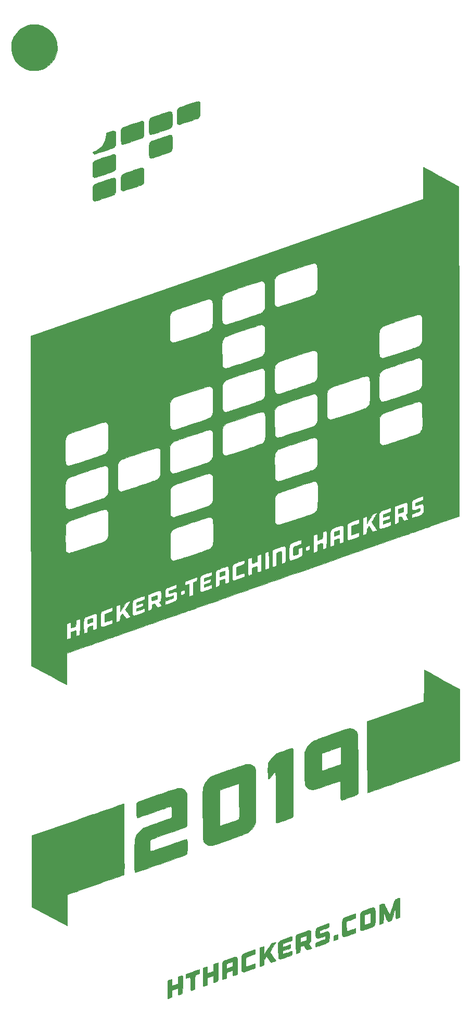
<source format=gbr>
G04 #@! TF.GenerationSoftware,KiCad,Pcbnew,(5.0.0-3-g5ebb6b6)*
G04 #@! TF.CreationDate,2019-05-30T13:54:23-04:00*
G04 #@! TF.ProjectId,HTHBadgeFinal,485448426164676546696E616C2E6B69,rev?*
G04 #@! TF.SameCoordinates,Original*
G04 #@! TF.FileFunction,Legend,Top*
G04 #@! TF.FilePolarity,Positive*
%FSLAX46Y46*%
G04 Gerber Fmt 4.6, Leading zero omitted, Abs format (unit mm)*
G04 Created by KiCad (PCBNEW (5.0.0-3-g5ebb6b6)) date Thursday, May 30, 2019 at 01:54:23 PM*
%MOMM*%
%LPD*%
G01*
G04 APERTURE LIST*
%ADD10C,0.010000*%
G04 APERTURE END LIST*
D10*
G04 #@! TO.C,G\002A\002A\002A*
G36*
X161761651Y-98908477D02*
X161772751Y-99011151D01*
X161778343Y-99158767D01*
X161778666Y-99207000D01*
X161776811Y-99364286D01*
X161771880Y-99482722D01*
X161764827Y-99542272D01*
X161762549Y-99545666D01*
X161718530Y-99559173D01*
X161612466Y-99595633D01*
X161461843Y-99648957D01*
X161337506Y-99693691D01*
X160928580Y-99841717D01*
X160940873Y-99494815D01*
X160953166Y-99147914D01*
X161334166Y-99010388D01*
X161501750Y-98950803D01*
X161638935Y-98903720D01*
X161726568Y-98875624D01*
X161746916Y-98870597D01*
X161761651Y-98908477D01*
X161761651Y-98908477D01*
G37*
X161761651Y-98908477D02*
X161772751Y-99011151D01*
X161778343Y-99158767D01*
X161778666Y-99207000D01*
X161776811Y-99364286D01*
X161771880Y-99482722D01*
X161764827Y-99542272D01*
X161762549Y-99545666D01*
X161718530Y-99559173D01*
X161612466Y-99595633D01*
X161461843Y-99648957D01*
X161337506Y-99693691D01*
X160928580Y-99841717D01*
X160940873Y-99494815D01*
X160953166Y-99147914D01*
X161334166Y-99010388D01*
X161501750Y-98950803D01*
X161638935Y-98903720D01*
X161726568Y-98875624D01*
X161746916Y-98870597D01*
X161761651Y-98908477D01*
G36*
X151348252Y-102594923D02*
X151363755Y-102656825D01*
X151361716Y-102764762D01*
X151355850Y-102891205D01*
X151343500Y-103237905D01*
X150941333Y-103381416D01*
X150771565Y-103441593D01*
X150634651Y-103489362D01*
X150548071Y-103518669D01*
X150526871Y-103524963D01*
X150522596Y-103485997D01*
X150522017Y-103382297D01*
X150525133Y-103233716D01*
X150526871Y-103181045D01*
X150539166Y-102837090D01*
X150856666Y-102721020D01*
X151069416Y-102642106D01*
X151213792Y-102591896D01*
X151302501Y-102574725D01*
X151348252Y-102594923D01*
X151348252Y-102594923D01*
G37*
X151348252Y-102594923D02*
X151363755Y-102656825D01*
X151361716Y-102764762D01*
X151355850Y-102891205D01*
X151343500Y-103237905D01*
X150941333Y-103381416D01*
X150771565Y-103441593D01*
X150634651Y-103489362D01*
X150548071Y-103518669D01*
X150526871Y-103524963D01*
X150522596Y-103485997D01*
X150522017Y-103382297D01*
X150525133Y-103233716D01*
X150526871Y-103181045D01*
X150539166Y-102837090D01*
X150856666Y-102721020D01*
X151069416Y-102642106D01*
X151213792Y-102591896D01*
X151302501Y-102574725D01*
X151348252Y-102594923D01*
G36*
X132679272Y-109233860D02*
X132691324Y-109301618D01*
X132695304Y-109430284D01*
X132695587Y-109522897D01*
X132695507Y-109853833D01*
X132304003Y-109991658D01*
X132133644Y-110050471D01*
X131993394Y-110096724D01*
X131902269Y-110124262D01*
X131878969Y-110129241D01*
X131864544Y-110090282D01*
X131856667Y-109987328D01*
X131856686Y-109840890D01*
X131857802Y-109806975D01*
X131870166Y-109484951D01*
X132201308Y-109364357D01*
X132365725Y-109304927D01*
X132507178Y-109254598D01*
X132600664Y-109222244D01*
X132614058Y-109217862D01*
X132654925Y-109211208D01*
X132679272Y-109233860D01*
X132679272Y-109233860D01*
G37*
X132679272Y-109233860D02*
X132691324Y-109301618D01*
X132695304Y-109430284D01*
X132695587Y-109522897D01*
X132695507Y-109853833D01*
X132304003Y-109991658D01*
X132133644Y-110050471D01*
X131993394Y-110096724D01*
X131902269Y-110124262D01*
X131878969Y-110129241D01*
X131864544Y-110090282D01*
X131856667Y-109987328D01*
X131856686Y-109840890D01*
X131857802Y-109806975D01*
X131870166Y-109484951D01*
X132201308Y-109364357D01*
X132365725Y-109304927D01*
X132507178Y-109254598D01*
X132600664Y-109222244D01*
X132614058Y-109217862D01*
X132654925Y-109211208D01*
X132679272Y-109233860D01*
G36*
X121671405Y-113173517D02*
X121683256Y-113270480D01*
X121688828Y-113413132D01*
X121689000Y-113445147D01*
X121689000Y-113762684D01*
X121297416Y-113896685D01*
X121123784Y-113956404D01*
X120977744Y-114007188D01*
X120879691Y-114041918D01*
X120852916Y-114051871D01*
X120824341Y-114040334D01*
X120807530Y-113970332D01*
X120800510Y-113830949D01*
X120800000Y-113758935D01*
X120800000Y-113444815D01*
X121210930Y-113300324D01*
X121385754Y-113238640D01*
X121530598Y-113187137D01*
X121626919Y-113152431D01*
X121655430Y-113141722D01*
X121671405Y-113173517D01*
X121671405Y-113173517D01*
G37*
X121671405Y-113173517D02*
X121683256Y-113270480D01*
X121688828Y-113413132D01*
X121689000Y-113445147D01*
X121689000Y-113762684D01*
X121297416Y-113896685D01*
X121123784Y-113956404D01*
X120977744Y-114007188D01*
X120879691Y-114041918D01*
X120852916Y-114051871D01*
X120824341Y-114040334D01*
X120807530Y-113970332D01*
X120800510Y-113830949D01*
X120800000Y-113758935D01*
X120800000Y-113444815D01*
X121210930Y-113300324D01*
X121385754Y-113238640D01*
X121530598Y-113187137D01*
X121626919Y-113152431D01*
X121655430Y-113141722D01*
X121671405Y-113173517D01*
G36*
X111217538Y-116898444D02*
X111225320Y-117000858D01*
X111224654Y-117145534D01*
X111223937Y-117164730D01*
X111211500Y-117469461D01*
X110830500Y-117606966D01*
X110662914Y-117666542D01*
X110525729Y-117713618D01*
X110438096Y-117741710D01*
X110417750Y-117746735D01*
X110402380Y-117709069D01*
X110391104Y-117607554D01*
X110386081Y-117462983D01*
X110386000Y-117440885D01*
X110386000Y-117132770D01*
X110777583Y-116995790D01*
X110948022Y-116937358D01*
X111088337Y-116891475D01*
X111179492Y-116864246D01*
X111202771Y-116859404D01*
X111217538Y-116898444D01*
X111217538Y-116898444D01*
G37*
X111217538Y-116898444D02*
X111225320Y-117000858D01*
X111224654Y-117145534D01*
X111223937Y-117164730D01*
X111211500Y-117469461D01*
X110830500Y-117606966D01*
X110662914Y-117666542D01*
X110525729Y-117713618D01*
X110438096Y-117741710D01*
X110417750Y-117746735D01*
X110402380Y-117709069D01*
X110391104Y-117607554D01*
X110386081Y-117462983D01*
X110386000Y-117440885D01*
X110386000Y-117132770D01*
X110777583Y-116995790D01*
X110948022Y-116937358D01*
X111088337Y-116891475D01*
X111179492Y-116864246D01*
X111202771Y-116859404D01*
X111217538Y-116898444D01*
G36*
X102054073Y-20371852D02*
X102344993Y-20398608D01*
X102607004Y-20450089D01*
X102866681Y-20532647D01*
X103150601Y-20652635D01*
X103379833Y-20763215D01*
X103866637Y-21051503D01*
X104295085Y-21400578D01*
X104663025Y-21807908D01*
X104968305Y-22270960D01*
X105208774Y-22787202D01*
X105286003Y-23007000D01*
X105359673Y-23309056D01*
X105408667Y-23663091D01*
X105431535Y-24039665D01*
X105426830Y-24409336D01*
X105393102Y-24742665D01*
X105376025Y-24836449D01*
X105223438Y-25373311D01*
X104998421Y-25873985D01*
X104707063Y-26332318D01*
X104355451Y-26742156D01*
X103949673Y-27097347D01*
X103495818Y-27391736D01*
X102999973Y-27619170D01*
X102470702Y-27772973D01*
X102291409Y-27798934D01*
X102054762Y-27816479D01*
X101786861Y-27825362D01*
X101513809Y-27825337D01*
X101261707Y-27816158D01*
X101056656Y-27797578D01*
X100990907Y-27786925D01*
X100455338Y-27639712D01*
X99952882Y-27417395D01*
X99490604Y-27125432D01*
X99075569Y-26769277D01*
X98714840Y-26354387D01*
X98415482Y-25886219D01*
X98340460Y-25739830D01*
X98164910Y-25325535D01*
X98048976Y-24918654D01*
X97986490Y-24491236D01*
X97970854Y-24065333D01*
X97986268Y-23674502D01*
X98033455Y-23330927D01*
X98119614Y-23004449D01*
X98251944Y-22664908D01*
X98359890Y-22435500D01*
X98645445Y-21949680D01*
X98992607Y-21521657D01*
X99400262Y-21152357D01*
X99867293Y-20842705D01*
X100392586Y-20593629D01*
X100715442Y-20479803D01*
X100875681Y-20432014D01*
X101012833Y-20399155D01*
X101149600Y-20378565D01*
X101308682Y-20367582D01*
X101512781Y-20363544D01*
X101707666Y-20363467D01*
X102054073Y-20371852D01*
X102054073Y-20371852D01*
G37*
X102054073Y-20371852D02*
X102344993Y-20398608D01*
X102607004Y-20450089D01*
X102866681Y-20532647D01*
X103150601Y-20652635D01*
X103379833Y-20763215D01*
X103866637Y-21051503D01*
X104295085Y-21400578D01*
X104663025Y-21807908D01*
X104968305Y-22270960D01*
X105208774Y-22787202D01*
X105286003Y-23007000D01*
X105359673Y-23309056D01*
X105408667Y-23663091D01*
X105431535Y-24039665D01*
X105426830Y-24409336D01*
X105393102Y-24742665D01*
X105376025Y-24836449D01*
X105223438Y-25373311D01*
X104998421Y-25873985D01*
X104707063Y-26332318D01*
X104355451Y-26742156D01*
X103949673Y-27097347D01*
X103495818Y-27391736D01*
X102999973Y-27619170D01*
X102470702Y-27772973D01*
X102291409Y-27798934D01*
X102054762Y-27816479D01*
X101786861Y-27825362D01*
X101513809Y-27825337D01*
X101261707Y-27816158D01*
X101056656Y-27797578D01*
X100990907Y-27786925D01*
X100455338Y-27639712D01*
X99952882Y-27417395D01*
X99490604Y-27125432D01*
X99075569Y-26769277D01*
X98714840Y-26354387D01*
X98415482Y-25886219D01*
X98340460Y-25739830D01*
X98164910Y-25325535D01*
X98048976Y-24918654D01*
X97986490Y-24491236D01*
X97970854Y-24065333D01*
X97986268Y-23674502D01*
X98033455Y-23330927D01*
X98119614Y-23004449D01*
X98251944Y-22664908D01*
X98359890Y-22435500D01*
X98645445Y-21949680D01*
X98992607Y-21521657D01*
X99400262Y-21152357D01*
X99867293Y-20842705D01*
X100392586Y-20593629D01*
X100715442Y-20479803D01*
X100875681Y-20432014D01*
X101012833Y-20399155D01*
X101149600Y-20378565D01*
X101308682Y-20367582D01*
X101512781Y-20363544D01*
X101707666Y-20363467D01*
X102054073Y-20371852D01*
G36*
X128507014Y-32874142D02*
X128554413Y-32903013D01*
X128590057Y-32946481D01*
X128620459Y-33001009D01*
X128639197Y-33069958D01*
X128653559Y-33198315D01*
X128663820Y-33391941D01*
X128670260Y-33656696D01*
X128673156Y-33998442D01*
X128673375Y-34116717D01*
X128673144Y-34438352D01*
X128671407Y-34687306D01*
X128667267Y-34875564D01*
X128659827Y-35015110D01*
X128648190Y-35117929D01*
X128631459Y-35196005D01*
X128608737Y-35261321D01*
X128583554Y-35316770D01*
X128500552Y-35447966D01*
X128398942Y-35556641D01*
X128361304Y-35584267D01*
X128294239Y-35614373D01*
X128159086Y-35666303D01*
X127966896Y-35736333D01*
X127728718Y-35820738D01*
X127455604Y-35915795D01*
X127158603Y-36017780D01*
X126848766Y-36122969D01*
X126537142Y-36227639D01*
X126234783Y-36328066D01*
X125952738Y-36420527D01*
X125702058Y-36501296D01*
X125493793Y-36566652D01*
X125338994Y-36612869D01*
X125248709Y-36636225D01*
X125233344Y-36638333D01*
X125157428Y-36612195D01*
X125060530Y-36548090D01*
X125046277Y-36536235D01*
X124927500Y-36434137D01*
X124913683Y-35446152D01*
X124909948Y-35090109D01*
X124910918Y-34807309D01*
X124918222Y-34586383D01*
X124933490Y-34415961D01*
X124958351Y-34284677D01*
X124994435Y-34181161D01*
X125043372Y-34094044D01*
X125106790Y-34011959D01*
X125121733Y-33994715D01*
X125159591Y-33955868D01*
X125206987Y-33918722D01*
X125272026Y-33880078D01*
X125362815Y-33836739D01*
X125487458Y-33785505D01*
X125654062Y-33723181D01*
X125870732Y-33646567D01*
X126145572Y-33552465D01*
X126486689Y-33437678D01*
X126791994Y-33335723D01*
X127207227Y-33197701D01*
X127549862Y-33085412D01*
X127827505Y-32997466D01*
X128047760Y-32932470D01*
X128218233Y-32889032D01*
X128346530Y-32865759D01*
X128440255Y-32861260D01*
X128507014Y-32874142D01*
X128507014Y-32874142D01*
G37*
X128507014Y-32874142D02*
X128554413Y-32903013D01*
X128590057Y-32946481D01*
X128620459Y-33001009D01*
X128639197Y-33069958D01*
X128653559Y-33198315D01*
X128663820Y-33391941D01*
X128670260Y-33656696D01*
X128673156Y-33998442D01*
X128673375Y-34116717D01*
X128673144Y-34438352D01*
X128671407Y-34687306D01*
X128667267Y-34875564D01*
X128659827Y-35015110D01*
X128648190Y-35117929D01*
X128631459Y-35196005D01*
X128608737Y-35261321D01*
X128583554Y-35316770D01*
X128500552Y-35447966D01*
X128398942Y-35556641D01*
X128361304Y-35584267D01*
X128294239Y-35614373D01*
X128159086Y-35666303D01*
X127966896Y-35736333D01*
X127728718Y-35820738D01*
X127455604Y-35915795D01*
X127158603Y-36017780D01*
X126848766Y-36122969D01*
X126537142Y-36227639D01*
X126234783Y-36328066D01*
X125952738Y-36420527D01*
X125702058Y-36501296D01*
X125493793Y-36566652D01*
X125338994Y-36612869D01*
X125248709Y-36636225D01*
X125233344Y-36638333D01*
X125157428Y-36612195D01*
X125060530Y-36548090D01*
X125046277Y-36536235D01*
X124927500Y-36434137D01*
X124913683Y-35446152D01*
X124909948Y-35090109D01*
X124910918Y-34807309D01*
X124918222Y-34586383D01*
X124933490Y-34415961D01*
X124958351Y-34284677D01*
X124994435Y-34181161D01*
X125043372Y-34094044D01*
X125106790Y-34011959D01*
X125121733Y-33994715D01*
X125159591Y-33955868D01*
X125206987Y-33918722D01*
X125272026Y-33880078D01*
X125362815Y-33836739D01*
X125487458Y-33785505D01*
X125654062Y-33723181D01*
X125870732Y-33646567D01*
X126145572Y-33552465D01*
X126486689Y-33437678D01*
X126791994Y-33335723D01*
X127207227Y-33197701D01*
X127549862Y-33085412D01*
X127827505Y-32997466D01*
X128047760Y-32932470D01*
X128218233Y-32889032D01*
X128346530Y-32865759D01*
X128440255Y-32861260D01*
X128507014Y-32874142D01*
G36*
X123927416Y-34506063D02*
X124023226Y-34560197D01*
X124054114Y-34586977D01*
X124078002Y-34618151D01*
X124095935Y-34664282D01*
X124108958Y-34735939D01*
X124118115Y-34843685D01*
X124124452Y-34998088D01*
X124129014Y-35209712D01*
X124132845Y-35489125D01*
X124135215Y-35692614D01*
X124138684Y-36018720D01*
X124140164Y-36271823D01*
X124138859Y-36463578D01*
X124133974Y-36605641D01*
X124124716Y-36709666D01*
X124110289Y-36787308D01*
X124089899Y-36850223D01*
X124062751Y-36910066D01*
X124050548Y-36934324D01*
X123962867Y-37069150D01*
X123855924Y-37184834D01*
X123814836Y-37216808D01*
X123739552Y-37253146D01*
X123595705Y-37310245D01*
X123394722Y-37384348D01*
X123148032Y-37471696D01*
X122867063Y-37568533D01*
X122563243Y-37671099D01*
X122248000Y-37775639D01*
X121932763Y-37878393D01*
X121628958Y-37975605D01*
X121348015Y-38063516D01*
X121101362Y-38138368D01*
X120900426Y-38196405D01*
X120756635Y-38233867D01*
X120681803Y-38247000D01*
X120547170Y-38211712D01*
X120464405Y-38135457D01*
X120436842Y-38096358D01*
X120415753Y-38050700D01*
X120400289Y-37987391D01*
X120389600Y-37895338D01*
X120382836Y-37763448D01*
X120379145Y-37580627D01*
X120377677Y-37335783D01*
X120377583Y-37017822D01*
X120377596Y-37003040D01*
X120379390Y-36639808D01*
X120385363Y-36350543D01*
X120397502Y-36124576D01*
X120417793Y-35951235D01*
X120448225Y-35819850D01*
X120490785Y-35719751D01*
X120547460Y-35640268D01*
X120620238Y-35570729D01*
X120648645Y-35547737D01*
X120714229Y-35514275D01*
X120849293Y-35459049D01*
X121042602Y-35385854D01*
X121282921Y-35298487D01*
X121559013Y-35200741D01*
X121859643Y-35096414D01*
X122173575Y-34989299D01*
X122489573Y-34883192D01*
X122796401Y-34781889D01*
X123082824Y-34689184D01*
X123337606Y-34608874D01*
X123549510Y-34544753D01*
X123707302Y-34500617D01*
X123799746Y-34480262D01*
X123811568Y-34479333D01*
X123927416Y-34506063D01*
X123927416Y-34506063D01*
G37*
X123927416Y-34506063D02*
X124023226Y-34560197D01*
X124054114Y-34586977D01*
X124078002Y-34618151D01*
X124095935Y-34664282D01*
X124108958Y-34735939D01*
X124118115Y-34843685D01*
X124124452Y-34998088D01*
X124129014Y-35209712D01*
X124132845Y-35489125D01*
X124135215Y-35692614D01*
X124138684Y-36018720D01*
X124140164Y-36271823D01*
X124138859Y-36463578D01*
X124133974Y-36605641D01*
X124124716Y-36709666D01*
X124110289Y-36787308D01*
X124089899Y-36850223D01*
X124062751Y-36910066D01*
X124050548Y-36934324D01*
X123962867Y-37069150D01*
X123855924Y-37184834D01*
X123814836Y-37216808D01*
X123739552Y-37253146D01*
X123595705Y-37310245D01*
X123394722Y-37384348D01*
X123148032Y-37471696D01*
X122867063Y-37568533D01*
X122563243Y-37671099D01*
X122248000Y-37775639D01*
X121932763Y-37878393D01*
X121628958Y-37975605D01*
X121348015Y-38063516D01*
X121101362Y-38138368D01*
X120900426Y-38196405D01*
X120756635Y-38233867D01*
X120681803Y-38247000D01*
X120547170Y-38211712D01*
X120464405Y-38135457D01*
X120436842Y-38096358D01*
X120415753Y-38050700D01*
X120400289Y-37987391D01*
X120389600Y-37895338D01*
X120382836Y-37763448D01*
X120379145Y-37580627D01*
X120377677Y-37335783D01*
X120377583Y-37017822D01*
X120377596Y-37003040D01*
X120379390Y-36639808D01*
X120385363Y-36350543D01*
X120397502Y-36124576D01*
X120417793Y-35951235D01*
X120448225Y-35819850D01*
X120490785Y-35719751D01*
X120547460Y-35640268D01*
X120620238Y-35570729D01*
X120648645Y-35547737D01*
X120714229Y-35514275D01*
X120849293Y-35459049D01*
X121042602Y-35385854D01*
X121282921Y-35298487D01*
X121559013Y-35200741D01*
X121859643Y-35096414D01*
X122173575Y-34989299D01*
X122489573Y-34883192D01*
X122796401Y-34781889D01*
X123082824Y-34689184D01*
X123337606Y-34608874D01*
X123549510Y-34544753D01*
X123707302Y-34500617D01*
X123799746Y-34480262D01*
X123811568Y-34479333D01*
X123927416Y-34506063D01*
G36*
X119321182Y-36074665D02*
X119421342Y-36144924D01*
X119426090Y-36149575D01*
X119530000Y-36253484D01*
X119530000Y-37320606D01*
X119529817Y-37648470D01*
X119528626Y-37903064D01*
X119525460Y-38095787D01*
X119519352Y-38238036D01*
X119509335Y-38341208D01*
X119494444Y-38416701D01*
X119473711Y-38475912D01*
X119446169Y-38530239D01*
X119424190Y-38568278D01*
X119314939Y-38711157D01*
X119164788Y-38818691D01*
X119096107Y-38853405D01*
X119020363Y-38883693D01*
X118879481Y-38934936D01*
X118684434Y-39003474D01*
X118446196Y-39085650D01*
X118175740Y-39177805D01*
X117884041Y-39276280D01*
X117582072Y-39377418D01*
X117280806Y-39477561D01*
X116991219Y-39573048D01*
X116724282Y-39660224D01*
X116490971Y-39735428D01*
X116302258Y-39795003D01*
X116169118Y-39835290D01*
X116102524Y-39852631D01*
X116097727Y-39852983D01*
X116048959Y-39836866D01*
X115987350Y-39813037D01*
X115894626Y-39749814D01*
X115852629Y-39696852D01*
X115840103Y-39633019D01*
X115828027Y-39496309D01*
X115816979Y-39298515D01*
X115807538Y-39051426D01*
X115800283Y-38766834D01*
X115796945Y-38562048D01*
X115793114Y-38211413D01*
X115792913Y-37934395D01*
X115798342Y-37719959D01*
X115811399Y-37557070D01*
X115834083Y-37434696D01*
X115868394Y-37341800D01*
X115916329Y-37267349D01*
X115979889Y-37200308D01*
X116055587Y-37134253D01*
X116122041Y-37098469D01*
X116257921Y-37040802D01*
X116451995Y-36965110D01*
X116693031Y-36875252D01*
X116969795Y-36775086D01*
X117271056Y-36668468D01*
X117585581Y-36559258D01*
X117902138Y-36451314D01*
X118209493Y-36348493D01*
X118496416Y-36254653D01*
X118751672Y-36173652D01*
X118964029Y-36109348D01*
X119122256Y-36065600D01*
X119215119Y-36046264D01*
X119225016Y-36045666D01*
X119321182Y-36074665D01*
X119321182Y-36074665D01*
G37*
X119321182Y-36074665D02*
X119421342Y-36144924D01*
X119426090Y-36149575D01*
X119530000Y-36253484D01*
X119530000Y-37320606D01*
X119529817Y-37648470D01*
X119528626Y-37903064D01*
X119525460Y-38095787D01*
X119519352Y-38238036D01*
X119509335Y-38341208D01*
X119494444Y-38416701D01*
X119473711Y-38475912D01*
X119446169Y-38530239D01*
X119424190Y-38568278D01*
X119314939Y-38711157D01*
X119164788Y-38818691D01*
X119096107Y-38853405D01*
X119020363Y-38883693D01*
X118879481Y-38934936D01*
X118684434Y-39003474D01*
X118446196Y-39085650D01*
X118175740Y-39177805D01*
X117884041Y-39276280D01*
X117582072Y-39377418D01*
X117280806Y-39477561D01*
X116991219Y-39573048D01*
X116724282Y-39660224D01*
X116490971Y-39735428D01*
X116302258Y-39795003D01*
X116169118Y-39835290D01*
X116102524Y-39852631D01*
X116097727Y-39852983D01*
X116048959Y-39836866D01*
X115987350Y-39813037D01*
X115894626Y-39749814D01*
X115852629Y-39696852D01*
X115840103Y-39633019D01*
X115828027Y-39496309D01*
X115816979Y-39298515D01*
X115807538Y-39051426D01*
X115800283Y-38766834D01*
X115796945Y-38562048D01*
X115793114Y-38211413D01*
X115792913Y-37934395D01*
X115798342Y-37719959D01*
X115811399Y-37557070D01*
X115834083Y-37434696D01*
X115868394Y-37341800D01*
X115916329Y-37267349D01*
X115979889Y-37200308D01*
X116055587Y-37134253D01*
X116122041Y-37098469D01*
X116257921Y-37040802D01*
X116451995Y-36965110D01*
X116693031Y-36875252D01*
X116969795Y-36775086D01*
X117271056Y-36668468D01*
X117585581Y-36559258D01*
X117902138Y-36451314D01*
X118209493Y-36348493D01*
X118496416Y-36254653D01*
X118751672Y-36173652D01*
X118964029Y-36109348D01*
X119122256Y-36065600D01*
X119215119Y-36046264D01*
X119225016Y-36045666D01*
X119321182Y-36074665D01*
G36*
X114705870Y-37638611D02*
X114804000Y-37702439D01*
X114818056Y-37714111D01*
X114936833Y-37816222D01*
X114950806Y-38787080D01*
X114954568Y-39150736D01*
X114953034Y-39440878D01*
X114944421Y-39668589D01*
X114926948Y-39844950D01*
X114898831Y-39981041D01*
X114858288Y-40087944D01*
X114803537Y-40176739D01*
X114732796Y-40258508D01*
X114710515Y-40281026D01*
X114664527Y-40322809D01*
X114609636Y-40362487D01*
X114537435Y-40403345D01*
X114439517Y-40448667D01*
X114307477Y-40501738D01*
X114132907Y-40565842D01*
X113907403Y-40644265D01*
X113622557Y-40740291D01*
X113269963Y-40857204D01*
X113053000Y-40928676D01*
X112712297Y-41040313D01*
X112396419Y-41142962D01*
X112114494Y-41233722D01*
X111875652Y-41309690D01*
X111689025Y-41367963D01*
X111563742Y-41405640D01*
X111508933Y-41419819D01*
X111507833Y-41419849D01*
X111437609Y-41402560D01*
X111373017Y-41379371D01*
X111276432Y-41308309D01*
X111206885Y-41202873D01*
X111190333Y-41131851D01*
X111226918Y-41095664D01*
X111320353Y-41049240D01*
X111391416Y-41022703D01*
X111774443Y-40856010D01*
X112149007Y-40621766D01*
X112494122Y-40336156D01*
X112788805Y-40015366D01*
X112905117Y-39855239D01*
X113111593Y-39503757D01*
X113261363Y-39147740D01*
X113362663Y-38762741D01*
X113423729Y-38324315D01*
X113424784Y-38312761D01*
X113455166Y-37976356D01*
X114005500Y-37795420D01*
X114212944Y-37728791D01*
X114395677Y-37673025D01*
X114536578Y-37633135D01*
X114618525Y-37614136D01*
X114627556Y-37613242D01*
X114705870Y-37638611D01*
X114705870Y-37638611D01*
G37*
X114705870Y-37638611D02*
X114804000Y-37702439D01*
X114818056Y-37714111D01*
X114936833Y-37816222D01*
X114950806Y-38787080D01*
X114954568Y-39150736D01*
X114953034Y-39440878D01*
X114944421Y-39668589D01*
X114926948Y-39844950D01*
X114898831Y-39981041D01*
X114858288Y-40087944D01*
X114803537Y-40176739D01*
X114732796Y-40258508D01*
X114710515Y-40281026D01*
X114664527Y-40322809D01*
X114609636Y-40362487D01*
X114537435Y-40403345D01*
X114439517Y-40448667D01*
X114307477Y-40501738D01*
X114132907Y-40565842D01*
X113907403Y-40644265D01*
X113622557Y-40740291D01*
X113269963Y-40857204D01*
X113053000Y-40928676D01*
X112712297Y-41040313D01*
X112396419Y-41142962D01*
X112114494Y-41233722D01*
X111875652Y-41309690D01*
X111689025Y-41367963D01*
X111563742Y-41405640D01*
X111508933Y-41419819D01*
X111507833Y-41419849D01*
X111437609Y-41402560D01*
X111373017Y-41379371D01*
X111276432Y-41308309D01*
X111206885Y-41202873D01*
X111190333Y-41131851D01*
X111226918Y-41095664D01*
X111320353Y-41049240D01*
X111391416Y-41022703D01*
X111774443Y-40856010D01*
X112149007Y-40621766D01*
X112494122Y-40336156D01*
X112788805Y-40015366D01*
X112905117Y-39855239D01*
X113111593Y-39503757D01*
X113261363Y-39147740D01*
X113362663Y-38762741D01*
X113423729Y-38324315D01*
X113424784Y-38312761D01*
X113455166Y-37976356D01*
X114005500Y-37795420D01*
X114212944Y-37728791D01*
X114395677Y-37673025D01*
X114536578Y-37633135D01*
X114618525Y-37614136D01*
X114627556Y-37613242D01*
X114705870Y-37638611D01*
G36*
X123910858Y-38323844D02*
X123929329Y-38330284D01*
X123993078Y-38362074D01*
X124042879Y-38405042D01*
X124080437Y-38469177D01*
X124107457Y-38564463D01*
X124125642Y-38700889D01*
X124136696Y-38888441D01*
X124142324Y-39137105D01*
X124144230Y-39456868D01*
X124144333Y-39590292D01*
X124143860Y-39910357D01*
X124141842Y-40157801D01*
X124137380Y-40344667D01*
X124129576Y-40482999D01*
X124117530Y-40584840D01*
X124100343Y-40662234D01*
X124077117Y-40727223D01*
X124056033Y-40773338D01*
X123977567Y-40902529D01*
X123886034Y-41009058D01*
X123854949Y-41034670D01*
X123792630Y-41063938D01*
X123661664Y-41115210D01*
X123473044Y-41184766D01*
X123237764Y-41268889D01*
X122966815Y-41363862D01*
X122671190Y-41465968D01*
X122361882Y-41571487D01*
X122049883Y-41676704D01*
X121746187Y-41777899D01*
X121461784Y-41871357D01*
X121207669Y-41953358D01*
X120994834Y-42020186D01*
X120834271Y-42068123D01*
X120736972Y-42093450D01*
X120715324Y-42096468D01*
X120627917Y-42076372D01*
X120558816Y-42048662D01*
X120503800Y-42012214D01*
X120460846Y-41955824D01*
X120428534Y-41869748D01*
X120405442Y-41744239D01*
X120390147Y-41569555D01*
X120381228Y-41335951D01*
X120377262Y-41033682D01*
X120376666Y-40800489D01*
X120377788Y-40473064D01*
X120381603Y-40218933D01*
X120388788Y-40026750D01*
X120400016Y-39885165D01*
X120415964Y-39782833D01*
X120437306Y-39708404D01*
X120442412Y-39695556D01*
X120479080Y-39611859D01*
X120518326Y-39540021D01*
X120567940Y-39476201D01*
X120635708Y-39416557D01*
X120729420Y-39357248D01*
X120856863Y-39294432D01*
X121025826Y-39224268D01*
X121244096Y-39142912D01*
X121519462Y-39046525D01*
X121859711Y-38931265D01*
X122269329Y-38794390D01*
X122665972Y-38662551D01*
X122990449Y-38555803D01*
X123250734Y-38471915D01*
X123454798Y-38408660D01*
X123610615Y-38363807D01*
X123726157Y-38335128D01*
X123809396Y-38320394D01*
X123868306Y-38317376D01*
X123910858Y-38323844D01*
X123910858Y-38323844D01*
G37*
X123910858Y-38323844D02*
X123929329Y-38330284D01*
X123993078Y-38362074D01*
X124042879Y-38405042D01*
X124080437Y-38469177D01*
X124107457Y-38564463D01*
X124125642Y-38700889D01*
X124136696Y-38888441D01*
X124142324Y-39137105D01*
X124144230Y-39456868D01*
X124144333Y-39590292D01*
X124143860Y-39910357D01*
X124141842Y-40157801D01*
X124137380Y-40344667D01*
X124129576Y-40482999D01*
X124117530Y-40584840D01*
X124100343Y-40662234D01*
X124077117Y-40727223D01*
X124056033Y-40773338D01*
X123977567Y-40902529D01*
X123886034Y-41009058D01*
X123854949Y-41034670D01*
X123792630Y-41063938D01*
X123661664Y-41115210D01*
X123473044Y-41184766D01*
X123237764Y-41268889D01*
X122966815Y-41363862D01*
X122671190Y-41465968D01*
X122361882Y-41571487D01*
X122049883Y-41676704D01*
X121746187Y-41777899D01*
X121461784Y-41871357D01*
X121207669Y-41953358D01*
X120994834Y-42020186D01*
X120834271Y-42068123D01*
X120736972Y-42093450D01*
X120715324Y-42096468D01*
X120627917Y-42076372D01*
X120558816Y-42048662D01*
X120503800Y-42012214D01*
X120460846Y-41955824D01*
X120428534Y-41869748D01*
X120405442Y-41744239D01*
X120390147Y-41569555D01*
X120381228Y-41335951D01*
X120377262Y-41033682D01*
X120376666Y-40800489D01*
X120377788Y-40473064D01*
X120381603Y-40218933D01*
X120388788Y-40026750D01*
X120400016Y-39885165D01*
X120415964Y-39782833D01*
X120437306Y-39708404D01*
X120442412Y-39695556D01*
X120479080Y-39611859D01*
X120518326Y-39540021D01*
X120567940Y-39476201D01*
X120635708Y-39416557D01*
X120729420Y-39357248D01*
X120856863Y-39294432D01*
X121025826Y-39224268D01*
X121244096Y-39142912D01*
X121519462Y-39046525D01*
X121859711Y-38931265D01*
X122269329Y-38794390D01*
X122665972Y-38662551D01*
X122990449Y-38555803D01*
X123250734Y-38471915D01*
X123454798Y-38408660D01*
X123610615Y-38363807D01*
X123726157Y-38335128D01*
X123809396Y-38320394D01*
X123868306Y-38317376D01*
X123910858Y-38323844D01*
G36*
X114741084Y-41491063D02*
X114836893Y-41545194D01*
X114868080Y-41572300D01*
X114892134Y-41603929D01*
X114910142Y-41650779D01*
X114923189Y-41723548D01*
X114932364Y-41832936D01*
X114938752Y-41989642D01*
X114943439Y-42204363D01*
X114947513Y-42487800D01*
X114949616Y-42655160D01*
X114952721Y-43023381D01*
X114950715Y-43317578D01*
X114941846Y-43548327D01*
X114924363Y-43726203D01*
X114896514Y-43861783D01*
X114856548Y-43965642D01*
X114802713Y-44048356D01*
X114733258Y-44120501D01*
X114702516Y-44147251D01*
X114633581Y-44184807D01*
X114495089Y-44243767D01*
X114298306Y-44320315D01*
X114054500Y-44410634D01*
X113774936Y-44510907D01*
X113470881Y-44617320D01*
X113153601Y-44726054D01*
X112834363Y-44833293D01*
X112524432Y-44935221D01*
X112235076Y-45028022D01*
X111977560Y-45107878D01*
X111763151Y-45170974D01*
X111603116Y-45213493D01*
X111508720Y-45231618D01*
X111500314Y-45232000D01*
X111365300Y-45199535D01*
X111278072Y-45120457D01*
X111250650Y-45081553D01*
X111229617Y-45036060D01*
X111214130Y-44972967D01*
X111203344Y-44881260D01*
X111196416Y-44749926D01*
X111192501Y-44567952D01*
X111190755Y-44324325D01*
X111190335Y-44008032D01*
X111190333Y-43975771D01*
X111190826Y-43649343D01*
X111192845Y-43396007D01*
X111197197Y-43204190D01*
X111204689Y-43062319D01*
X111216127Y-42958822D01*
X111232321Y-42882127D01*
X111254076Y-42820661D01*
X111273818Y-42778981D01*
X111354018Y-42652454D01*
X111446936Y-42546222D01*
X111466449Y-42529482D01*
X111531406Y-42496517D01*
X111665855Y-42441787D01*
X111858569Y-42369076D01*
X112098320Y-42282172D01*
X112373881Y-42184859D01*
X112674025Y-42080925D01*
X112987525Y-41974154D01*
X113303153Y-41868333D01*
X113609683Y-41767247D01*
X113895886Y-41674682D01*
X114150536Y-41594424D01*
X114362406Y-41530260D01*
X114520268Y-41485974D01*
X114612894Y-41465352D01*
X114625235Y-41464333D01*
X114741084Y-41491063D01*
X114741084Y-41491063D01*
G37*
X114741084Y-41491063D02*
X114836893Y-41545194D01*
X114868080Y-41572300D01*
X114892134Y-41603929D01*
X114910142Y-41650779D01*
X114923189Y-41723548D01*
X114932364Y-41832936D01*
X114938752Y-41989642D01*
X114943439Y-42204363D01*
X114947513Y-42487800D01*
X114949616Y-42655160D01*
X114952721Y-43023381D01*
X114950715Y-43317578D01*
X114941846Y-43548327D01*
X114924363Y-43726203D01*
X114896514Y-43861783D01*
X114856548Y-43965642D01*
X114802713Y-44048356D01*
X114733258Y-44120501D01*
X114702516Y-44147251D01*
X114633581Y-44184807D01*
X114495089Y-44243767D01*
X114298306Y-44320315D01*
X114054500Y-44410634D01*
X113774936Y-44510907D01*
X113470881Y-44617320D01*
X113153601Y-44726054D01*
X112834363Y-44833293D01*
X112524432Y-44935221D01*
X112235076Y-45028022D01*
X111977560Y-45107878D01*
X111763151Y-45170974D01*
X111603116Y-45213493D01*
X111508720Y-45231618D01*
X111500314Y-45232000D01*
X111365300Y-45199535D01*
X111278072Y-45120457D01*
X111250650Y-45081553D01*
X111229617Y-45036060D01*
X111214130Y-44972967D01*
X111203344Y-44881260D01*
X111196416Y-44749926D01*
X111192501Y-44567952D01*
X111190755Y-44324325D01*
X111190335Y-44008032D01*
X111190333Y-43975771D01*
X111190826Y-43649343D01*
X111192845Y-43396007D01*
X111197197Y-43204190D01*
X111204689Y-43062319D01*
X111216127Y-42958822D01*
X111232321Y-42882127D01*
X111254076Y-42820661D01*
X111273818Y-42778981D01*
X111354018Y-42652454D01*
X111446936Y-42546222D01*
X111466449Y-42529482D01*
X111531406Y-42496517D01*
X111665855Y-42441787D01*
X111858569Y-42369076D01*
X112098320Y-42282172D01*
X112373881Y-42184859D01*
X112674025Y-42080925D01*
X112987525Y-41974154D01*
X113303153Y-41868333D01*
X113609683Y-41767247D01*
X113895886Y-41674682D01*
X114150536Y-41594424D01*
X114362406Y-41530260D01*
X114520268Y-41485974D01*
X114612894Y-41465352D01*
X114625235Y-41464333D01*
X114741084Y-41491063D01*
G36*
X119322498Y-43649900D02*
X119416166Y-43714275D01*
X119421097Y-43718583D01*
X119528583Y-43813833D01*
X119539875Y-44893333D01*
X119542834Y-45229865D01*
X119543461Y-45492570D01*
X119541206Y-45692272D01*
X119535525Y-45839790D01*
X119525869Y-45945947D01*
X119511691Y-46021565D01*
X119492445Y-46077465D01*
X119478603Y-46105374D01*
X119434027Y-46180182D01*
X119382987Y-46246284D01*
X119317481Y-46307379D01*
X119229503Y-46367161D01*
X119111050Y-46429330D01*
X118954117Y-46497581D01*
X118750700Y-46575611D01*
X118492795Y-46667118D01*
X118172397Y-46775799D01*
X117781503Y-46905350D01*
X117660261Y-46945234D01*
X117319661Y-47056461D01*
X117002186Y-47158788D01*
X116717335Y-47249257D01*
X116474608Y-47324905D01*
X116283508Y-47382772D01*
X116153534Y-47419900D01*
X116094188Y-47433326D01*
X116093746Y-47433333D01*
X116009382Y-47404779D01*
X115914727Y-47335440D01*
X115908575Y-47329424D01*
X115804666Y-47225515D01*
X115804666Y-46163571D01*
X115805094Y-45833149D01*
X115806911Y-45575961D01*
X115810920Y-45380576D01*
X115817922Y-45235564D01*
X115828720Y-45129494D01*
X115844115Y-45050935D01*
X115864910Y-44988456D01*
X115891040Y-44932319D01*
X115977946Y-44804641D01*
X116086093Y-44698611D01*
X116113290Y-44679875D01*
X116180937Y-44649408D01*
X116316629Y-44597129D01*
X116509318Y-44526766D01*
X116747951Y-44442047D01*
X117021479Y-44346700D01*
X117318851Y-44244452D01*
X117629015Y-44139031D01*
X117940922Y-44034166D01*
X118243520Y-43933583D01*
X118525758Y-43841011D01*
X118776587Y-43760177D01*
X118984954Y-43694809D01*
X119139810Y-43648635D01*
X119230103Y-43625383D01*
X119245321Y-43623333D01*
X119322498Y-43649900D01*
X119322498Y-43649900D01*
G37*
X119322498Y-43649900D02*
X119416166Y-43714275D01*
X119421097Y-43718583D01*
X119528583Y-43813833D01*
X119539875Y-44893333D01*
X119542834Y-45229865D01*
X119543461Y-45492570D01*
X119541206Y-45692272D01*
X119535525Y-45839790D01*
X119525869Y-45945947D01*
X119511691Y-46021565D01*
X119492445Y-46077465D01*
X119478603Y-46105374D01*
X119434027Y-46180182D01*
X119382987Y-46246284D01*
X119317481Y-46307379D01*
X119229503Y-46367161D01*
X119111050Y-46429330D01*
X118954117Y-46497581D01*
X118750700Y-46575611D01*
X118492795Y-46667118D01*
X118172397Y-46775799D01*
X117781503Y-46905350D01*
X117660261Y-46945234D01*
X117319661Y-47056461D01*
X117002186Y-47158788D01*
X116717335Y-47249257D01*
X116474608Y-47324905D01*
X116283508Y-47382772D01*
X116153534Y-47419900D01*
X116094188Y-47433326D01*
X116093746Y-47433333D01*
X116009382Y-47404779D01*
X115914727Y-47335440D01*
X115908575Y-47329424D01*
X115804666Y-47225515D01*
X115804666Y-46163571D01*
X115805094Y-45833149D01*
X115806911Y-45575961D01*
X115810920Y-45380576D01*
X115817922Y-45235564D01*
X115828720Y-45129494D01*
X115844115Y-45050935D01*
X115864910Y-44988456D01*
X115891040Y-44932319D01*
X115977946Y-44804641D01*
X116086093Y-44698611D01*
X116113290Y-44679875D01*
X116180937Y-44649408D01*
X116316629Y-44597129D01*
X116509318Y-44526766D01*
X116747951Y-44442047D01*
X117021479Y-44346700D01*
X117318851Y-44244452D01*
X117629015Y-44139031D01*
X117940922Y-44034166D01*
X118243520Y-43933583D01*
X118525758Y-43841011D01*
X118776587Y-43760177D01*
X118984954Y-43694809D01*
X119139810Y-43648635D01*
X119230103Y-43625383D01*
X119245321Y-43623333D01*
X119322498Y-43649900D01*
G36*
X114733627Y-45311917D02*
X114745111Y-45316160D01*
X114808248Y-45347803D01*
X114857572Y-45390890D01*
X114894771Y-45455396D01*
X114921530Y-45551297D01*
X114939537Y-45688567D01*
X114950477Y-45877183D01*
X114956038Y-46127118D01*
X114957906Y-46448349D01*
X114958000Y-46575292D01*
X114957533Y-46895251D01*
X114955529Y-47142597D01*
X114951087Y-47329385D01*
X114943301Y-47467667D01*
X114931270Y-47569495D01*
X114914089Y-47646923D01*
X114890855Y-47712002D01*
X114869267Y-47759232D01*
X114733584Y-47947521D01*
X114604683Y-48043237D01*
X114529831Y-48076754D01*
X114388309Y-48131495D01*
X114191221Y-48203716D01*
X113949671Y-48289674D01*
X113674761Y-48385625D01*
X113377595Y-48487825D01*
X113069276Y-48592530D01*
X112760907Y-48695997D01*
X112463593Y-48794483D01*
X112188436Y-48884242D01*
X111946539Y-48961533D01*
X111749006Y-49022610D01*
X111606940Y-49063731D01*
X111531445Y-49081151D01*
X111525422Y-49081468D01*
X111441235Y-49061502D01*
X111372483Y-49033662D01*
X111317637Y-48997448D01*
X111274798Y-48941579D01*
X111242566Y-48856341D01*
X111219540Y-48732020D01*
X111204321Y-48558904D01*
X111195508Y-48327277D01*
X111191702Y-48027426D01*
X111191263Y-47776266D01*
X111193173Y-47424937D01*
X111199658Y-47146884D01*
X111212994Y-46930744D01*
X111235454Y-46765157D01*
X111269312Y-46638764D01*
X111316843Y-46540202D01*
X111380321Y-46458111D01*
X111462021Y-46381130D01*
X111472308Y-46372410D01*
X111550537Y-46327060D01*
X111702610Y-46260991D01*
X111930009Y-46173655D01*
X112234213Y-46064508D01*
X112616702Y-45933004D01*
X113078957Y-45778596D01*
X113112435Y-45767544D01*
X113506468Y-45637959D01*
X113828316Y-45533285D01*
X114085999Y-45451308D01*
X114287534Y-45389810D01*
X114440939Y-45346574D01*
X114554232Y-45319383D01*
X114635433Y-45306021D01*
X114692558Y-45304271D01*
X114733627Y-45311917D01*
X114733627Y-45311917D01*
G37*
X114733627Y-45311917D02*
X114745111Y-45316160D01*
X114808248Y-45347803D01*
X114857572Y-45390890D01*
X114894771Y-45455396D01*
X114921530Y-45551297D01*
X114939537Y-45688567D01*
X114950477Y-45877183D01*
X114956038Y-46127118D01*
X114957906Y-46448349D01*
X114958000Y-46575292D01*
X114957533Y-46895251D01*
X114955529Y-47142597D01*
X114951087Y-47329385D01*
X114943301Y-47467667D01*
X114931270Y-47569495D01*
X114914089Y-47646923D01*
X114890855Y-47712002D01*
X114869267Y-47759232D01*
X114733584Y-47947521D01*
X114604683Y-48043237D01*
X114529831Y-48076754D01*
X114388309Y-48131495D01*
X114191221Y-48203716D01*
X113949671Y-48289674D01*
X113674761Y-48385625D01*
X113377595Y-48487825D01*
X113069276Y-48592530D01*
X112760907Y-48695997D01*
X112463593Y-48794483D01*
X112188436Y-48884242D01*
X111946539Y-48961533D01*
X111749006Y-49022610D01*
X111606940Y-49063731D01*
X111531445Y-49081151D01*
X111525422Y-49081468D01*
X111441235Y-49061502D01*
X111372483Y-49033662D01*
X111317637Y-48997448D01*
X111274798Y-48941579D01*
X111242566Y-48856341D01*
X111219540Y-48732020D01*
X111204321Y-48558904D01*
X111195508Y-48327277D01*
X111191702Y-48027426D01*
X111191263Y-47776266D01*
X111193173Y-47424937D01*
X111199658Y-47146884D01*
X111212994Y-46930744D01*
X111235454Y-46765157D01*
X111269312Y-46638764D01*
X111316843Y-46540202D01*
X111380321Y-46458111D01*
X111462021Y-46381130D01*
X111472308Y-46372410D01*
X111550537Y-46327060D01*
X111702610Y-46260991D01*
X111930009Y-46173655D01*
X112234213Y-46064508D01*
X112616702Y-45933004D01*
X113078957Y-45778596D01*
X113112435Y-45767544D01*
X113506468Y-45637959D01*
X113828316Y-45533285D01*
X114085999Y-45451308D01*
X114287534Y-45389810D01*
X114440939Y-45346574D01*
X114554232Y-45319383D01*
X114635433Y-45306021D01*
X114692558Y-45304271D01*
X114733627Y-45311917D01*
G36*
X165017801Y-43558693D02*
X165126099Y-43616689D01*
X165297038Y-43709525D01*
X165524926Y-43834076D01*
X165804071Y-43987212D01*
X166128783Y-44165807D01*
X166493369Y-44366733D01*
X166892139Y-44586862D01*
X167319400Y-44823068D01*
X167769461Y-45072221D01*
X167871003Y-45128481D01*
X170740002Y-46718296D01*
X170767797Y-56420898D01*
X170769959Y-57196139D01*
X170772232Y-58050629D01*
X170774605Y-58978953D01*
X170777067Y-59975694D01*
X170779607Y-61035434D01*
X170782214Y-62152758D01*
X170784876Y-63322249D01*
X170787582Y-64538489D01*
X170790320Y-65796063D01*
X170793081Y-67089553D01*
X170795851Y-68413544D01*
X170798620Y-69762617D01*
X170801378Y-71131358D01*
X170804111Y-72514349D01*
X170806810Y-73906173D01*
X170809463Y-75301413D01*
X170812059Y-76694654D01*
X170814587Y-78080478D01*
X170817034Y-79453469D01*
X170819391Y-80808210D01*
X170821646Y-82139285D01*
X170823403Y-83205000D01*
X170851215Y-100286500D01*
X169796857Y-100654576D01*
X169567517Y-100734620D01*
X169268647Y-100838903D01*
X168910664Y-100963790D01*
X168503988Y-101105649D01*
X168059034Y-101260845D01*
X167586221Y-101425746D01*
X167095966Y-101596717D01*
X166598687Y-101770124D01*
X166104802Y-101942335D01*
X166054333Y-101959933D01*
X165804395Y-102047078D01*
X165571058Y-102128434D01*
X165351836Y-102204868D01*
X165144245Y-102277248D01*
X164945799Y-102346439D01*
X164754014Y-102413310D01*
X164566405Y-102478726D01*
X164380485Y-102543555D01*
X164193771Y-102608663D01*
X164003778Y-102674919D01*
X163808019Y-102743188D01*
X163604011Y-102814337D01*
X163389269Y-102889234D01*
X163161306Y-102968745D01*
X162917639Y-103053737D01*
X162655781Y-103145078D01*
X162373249Y-103243633D01*
X162067557Y-103350271D01*
X161736220Y-103465858D01*
X161376753Y-103591260D01*
X160986671Y-103727346D01*
X160563488Y-103874981D01*
X160104721Y-104035033D01*
X159607883Y-104208369D01*
X159070491Y-104395855D01*
X158490058Y-104598358D01*
X157864100Y-104816747D01*
X157190131Y-105051886D01*
X156465668Y-105304644D01*
X155688224Y-105575887D01*
X154855314Y-105866482D01*
X153964455Y-106177296D01*
X153013159Y-106509196D01*
X151998944Y-106863049D01*
X150919322Y-107239722D01*
X149771811Y-107640081D01*
X148553923Y-108064995D01*
X147263175Y-108515329D01*
X145897082Y-108991950D01*
X144676000Y-109417978D01*
X143510320Y-109824673D01*
X142361143Y-110225602D01*
X141231261Y-110619794D01*
X140123464Y-111006273D01*
X139040543Y-111384067D01*
X137985288Y-111752202D01*
X136960492Y-112109704D01*
X135968945Y-112455601D01*
X135013437Y-112788918D01*
X134096760Y-113108683D01*
X133221704Y-113413921D01*
X132391061Y-113703659D01*
X131607621Y-113976924D01*
X130874175Y-114232742D01*
X130193514Y-114470139D01*
X129568429Y-114688143D01*
X129001711Y-114885780D01*
X128496151Y-115062075D01*
X128054540Y-115216057D01*
X127679668Y-115346751D01*
X127374327Y-115453183D01*
X127141308Y-115534381D01*
X126983400Y-115589370D01*
X126917166Y-115612402D01*
X126762209Y-115666276D01*
X126533360Y-115745947D01*
X126236666Y-115849308D01*
X125878171Y-115974250D01*
X125463919Y-116118666D01*
X124999957Y-116280446D01*
X124492328Y-116457483D01*
X123947078Y-116647669D01*
X123370251Y-116848896D01*
X122767893Y-117059055D01*
X122146048Y-117276039D01*
X121510761Y-117497739D01*
X121096333Y-117642379D01*
X120446594Y-117869149D01*
X119800480Y-118094646D01*
X119164609Y-118316560D01*
X118545599Y-118532583D01*
X117950066Y-118740404D01*
X117384628Y-118937716D01*
X116855903Y-119122208D01*
X116370508Y-119291572D01*
X115935061Y-119443498D01*
X115556178Y-119575679D01*
X115240478Y-119685803D01*
X114994578Y-119771563D01*
X114894500Y-119806458D01*
X114648597Y-119892201D01*
X114332079Y-120002596D01*
X113954265Y-120134390D01*
X113524476Y-120284331D01*
X113052032Y-120449167D01*
X112546253Y-120625645D01*
X112016460Y-120810515D01*
X111471974Y-121000523D01*
X110922114Y-121192418D01*
X110376202Y-121382948D01*
X110322500Y-121401692D01*
X107020500Y-122554177D01*
X107009586Y-125104588D01*
X107007128Y-125560523D01*
X107003829Y-125990293D01*
X106999810Y-126386603D01*
X106995193Y-126742158D01*
X106990097Y-127049663D01*
X106984645Y-127301822D01*
X106978958Y-127491339D01*
X106973157Y-127610921D01*
X106967362Y-127653270D01*
X106967252Y-127653280D01*
X106925813Y-127633497D01*
X106815554Y-127576751D01*
X106642260Y-127486111D01*
X106411719Y-127364644D01*
X106129715Y-127215416D01*
X105802036Y-127041497D01*
X105434466Y-126845952D01*
X105032793Y-126631849D01*
X104602801Y-126402257D01*
X104150278Y-126160242D01*
X104074420Y-126119635D01*
X101213008Y-124587711D01*
X101205290Y-120337429D01*
X106998100Y-120337429D01*
X107093967Y-120308521D01*
X107186113Y-120277289D01*
X107321636Y-120227554D01*
X107422666Y-120188900D01*
X107655500Y-120098188D01*
X107667380Y-119606256D01*
X107679261Y-119114324D01*
X108049196Y-118981995D01*
X108214216Y-118924089D01*
X108348542Y-118879049D01*
X108432713Y-118853301D01*
X108450065Y-118849666D01*
X108462746Y-118889084D01*
X108472911Y-118995697D01*
X108479347Y-119152044D01*
X108481000Y-119295495D01*
X108484175Y-119512528D01*
X108494554Y-119655827D01*
X108513414Y-119736117D01*
X108536665Y-119762684D01*
X108602541Y-119760056D01*
X108721331Y-119732539D01*
X108864748Y-119686962D01*
X109137166Y-119589879D01*
X109148361Y-118288439D01*
X109150438Y-117893063D01*
X109149559Y-117621115D01*
X109711306Y-117621115D01*
X109712926Y-117908128D01*
X109721760Y-118264551D01*
X109729198Y-118486331D01*
X109738624Y-118783942D01*
X109746200Y-119006293D01*
X109757116Y-119162499D01*
X109776559Y-119261674D01*
X109809717Y-119312933D01*
X109861779Y-119325389D01*
X109937933Y-119308157D01*
X110043368Y-119270352D01*
X110153166Y-119231120D01*
X110364833Y-119159295D01*
X110376953Y-118775555D01*
X110390876Y-118547913D01*
X110415722Y-118403301D01*
X110445956Y-118344607D01*
X110509954Y-118310486D01*
X110632719Y-118259373D01*
X110792389Y-118200109D01*
X110867752Y-118174050D01*
X111232666Y-118050701D01*
X111232666Y-118429017D01*
X111234238Y-118622149D01*
X111248674Y-118740948D01*
X111290554Y-118795578D01*
X111374459Y-118796206D01*
X111514970Y-118752998D01*
X111634833Y-118709412D01*
X111888833Y-118616524D01*
X111900120Y-117477904D01*
X111903746Y-117114564D01*
X112460333Y-117114564D01*
X112460333Y-118091515D01*
X112568972Y-118200154D01*
X112612127Y-118241639D01*
X112654208Y-118270259D01*
X112705896Y-118284025D01*
X112777874Y-118280945D01*
X112880824Y-118259029D01*
X113025430Y-118216286D01*
X113222372Y-118150726D01*
X113482335Y-118060358D01*
X113666833Y-117995569D01*
X114428833Y-117727833D01*
X114441595Y-117457125D01*
X114445042Y-117307042D01*
X114441248Y-117187130D01*
X114432645Y-117129836D01*
X114404562Y-117113649D01*
X114334450Y-117119877D01*
X114212882Y-117150867D01*
X114030432Y-117208966D01*
X113812746Y-117284127D01*
X113600762Y-117357993D01*
X113416533Y-117420560D01*
X113275042Y-117466867D01*
X113191269Y-117491952D01*
X113176112Y-117495000D01*
X113162598Y-117455044D01*
X113151207Y-117344672D01*
X113142800Y-117178123D01*
X113138238Y-116969637D01*
X113137666Y-116859092D01*
X113138165Y-116614606D01*
X113140923Y-116441302D01*
X113147833Y-116325694D01*
X113160787Y-116254299D01*
X113181677Y-116213632D01*
X113212395Y-116190207D01*
X113231989Y-116180794D01*
X115000333Y-116180794D01*
X115001248Y-116499013D01*
X115003838Y-116789521D01*
X115007867Y-117041607D01*
X115013100Y-117244561D01*
X115019302Y-117387672D01*
X115026238Y-117460228D01*
X115028555Y-117466777D01*
X115056463Y-117487041D01*
X115097314Y-117490026D01*
X115169713Y-117471942D01*
X115292269Y-117428996D01*
X115386762Y-117393792D01*
X115656500Y-117292585D01*
X115677666Y-116934708D01*
X115691895Y-116749395D01*
X115714486Y-116617833D01*
X115754771Y-116509115D01*
X115822083Y-116392332D01*
X115858015Y-116337415D01*
X115939967Y-116217441D01*
X116002808Y-116131540D01*
X116033144Y-116098010D01*
X116033305Y-116098000D01*
X116061981Y-116130851D01*
X116127524Y-116219981D01*
X116219788Y-116351259D01*
X116314456Y-116489583D01*
X116424169Y-116650704D01*
X116518045Y-116786761D01*
X116585016Y-116881828D01*
X116612359Y-116918326D01*
X116661782Y-116919667D01*
X116767513Y-116897334D01*
X116906986Y-116858437D01*
X117057635Y-116810083D01*
X117196894Y-116759382D01*
X117302199Y-116713440D01*
X117343531Y-116688002D01*
X117331103Y-116645807D01*
X117274270Y-116548197D01*
X117180564Y-116406625D01*
X117057514Y-116232544D01*
X116936938Y-116069514D01*
X116494314Y-115482326D01*
X116631258Y-115267325D01*
X117667333Y-115267325D01*
X117667333Y-116303521D01*
X117778875Y-116391260D01*
X117870297Y-116451826D01*
X117939686Y-116478900D01*
X117942283Y-116479000D01*
X117996559Y-116465486D01*
X118117605Y-116427804D01*
X118292449Y-116370235D01*
X118508120Y-116297064D01*
X118751647Y-116212576D01*
X118793824Y-116197768D01*
X119039590Y-116109612D01*
X119257904Y-116028028D01*
X119436133Y-115958003D01*
X119561642Y-115904529D01*
X119621796Y-115872593D01*
X119624601Y-115869684D01*
X119640964Y-115805129D01*
X119652472Y-115683900D01*
X119656351Y-115553445D01*
X119657000Y-115284057D01*
X119540583Y-115304050D01*
X119458161Y-115325594D01*
X119315145Y-115370373D01*
X119130341Y-115432230D01*
X118922558Y-115505012D01*
X118882240Y-115519494D01*
X118340313Y-115714943D01*
X118353073Y-115498939D01*
X118365833Y-115282936D01*
X118905583Y-115092787D01*
X119046857Y-115043017D01*
X120164231Y-115043017D01*
X120167104Y-115274925D01*
X120175556Y-115445317D01*
X120192142Y-115561901D01*
X120219420Y-115632387D01*
X120259943Y-115664483D01*
X120316268Y-115665897D01*
X120390951Y-115644338D01*
X120486547Y-115607514D01*
X120567166Y-115576823D01*
X120821166Y-115484012D01*
X120833169Y-115080771D01*
X120845171Y-114677531D01*
X121050517Y-114604599D01*
X121172115Y-114563050D01*
X121258284Y-114536637D01*
X121281594Y-114531666D01*
X121315148Y-114564481D01*
X121382227Y-114651931D01*
X121470430Y-114777519D01*
X121504373Y-114828000D01*
X121620501Y-114988463D01*
X121714884Y-115090124D01*
X121777951Y-115124333D01*
X121850191Y-115110706D01*
X121971816Y-115075731D01*
X122117012Y-115028264D01*
X122259961Y-114977161D01*
X122374846Y-114931280D01*
X122435850Y-114899477D01*
X122437307Y-114898136D01*
X122425099Y-114855671D01*
X122372991Y-114761536D01*
X122290742Y-114632635D01*
X122246618Y-114567962D01*
X122145556Y-114420886D01*
X122087662Y-114326880D01*
X122067356Y-114269794D01*
X122079061Y-114233473D01*
X122117194Y-114201766D01*
X122119553Y-114200111D01*
X122213110Y-114111345D01*
X122281496Y-113987395D01*
X122327596Y-113816724D01*
X122354293Y-113587797D01*
X122364471Y-113289079D01*
X122364779Y-113219333D01*
X122363041Y-112941926D01*
X122358203Y-112848256D01*
X122959000Y-112848256D01*
X122960487Y-113065499D01*
X122966578Y-113214901D01*
X122979711Y-113313259D01*
X123002329Y-113377370D01*
X123036870Y-113424031D01*
X123043666Y-113431000D01*
X123149662Y-113494750D01*
X123251236Y-113515666D01*
X123340016Y-113501504D01*
X123490018Y-113462712D01*
X123683358Y-113404831D01*
X123902148Y-113333401D01*
X124128503Y-113253965D01*
X124284318Y-113195620D01*
X124328233Y-113187122D01*
X124348843Y-113217658D01*
X124351891Y-113304712D01*
X124347818Y-113388958D01*
X124334833Y-113611817D01*
X123657500Y-113851788D01*
X122980166Y-114091759D01*
X122967728Y-114396379D01*
X122966662Y-114578999D01*
X122981651Y-114679662D01*
X123002240Y-114701000D01*
X123055427Y-114687510D01*
X123174924Y-114650004D01*
X123347300Y-114592927D01*
X123559126Y-114520724D01*
X123791988Y-114439595D01*
X124037284Y-114351005D01*
X124262963Y-114265294D01*
X124453509Y-114188682D01*
X124593403Y-114127386D01*
X124663342Y-114090345D01*
X124777309Y-113996388D01*
X124857649Y-113885121D01*
X124909503Y-113740838D01*
X124938015Y-113547828D01*
X124948328Y-113290385D01*
X124948666Y-113218829D01*
X124942590Y-112952907D01*
X124918399Y-112757203D01*
X124867151Y-112626565D01*
X124779903Y-112555840D01*
X124647711Y-112539873D01*
X124461634Y-112573512D01*
X124212728Y-112651602D01*
X124059666Y-112706534D01*
X123878693Y-112769324D01*
X123726733Y-112815133D01*
X123621185Y-112839163D01*
X123580701Y-112838663D01*
X123562233Y-112780465D01*
X123557344Y-112672056D01*
X123559534Y-112627618D01*
X123571673Y-112463416D01*
X125499000Y-112463416D01*
X125499000Y-112799041D01*
X125502960Y-112955533D01*
X125513480Y-113073094D01*
X125528512Y-113131603D01*
X125533113Y-113134666D01*
X125588253Y-113121994D01*
X125698505Y-113088922D01*
X125826726Y-113047032D01*
X125969182Y-112992877D01*
X126081239Y-112939288D01*
X126133300Y-112902676D01*
X126157262Y-112829130D01*
X126168928Y-112694597D01*
X126167771Y-112556393D01*
X126158489Y-112407209D01*
X126136629Y-112316415D01*
X126087605Y-112277836D01*
X125996833Y-112285301D01*
X125849726Y-112332634D01*
X125737383Y-112374225D01*
X125499000Y-112463416D01*
X123571673Y-112463416D01*
X123572833Y-112447733D01*
X124038500Y-112283447D01*
X124244107Y-112210580D01*
X124439213Y-112140854D01*
X124598973Y-112083179D01*
X124684083Y-112051913D01*
X124864000Y-111984664D01*
X124864000Y-111694330D01*
X124859708Y-111546505D01*
X124848443Y-111435789D01*
X124832623Y-111385694D01*
X124832250Y-111385456D01*
X124781632Y-111392253D01*
X124667257Y-111425118D01*
X124503940Y-111478585D01*
X124306500Y-111547185D01*
X124089754Y-111625454D01*
X123868518Y-111707925D01*
X123657609Y-111789131D01*
X123471845Y-111863606D01*
X123326044Y-111925884D01*
X123235021Y-111970497D01*
X123219481Y-111980448D01*
X123114702Y-112075561D01*
X123040985Y-112189361D01*
X122993625Y-112337530D01*
X122967914Y-112535749D01*
X122959145Y-112799702D01*
X122959000Y-112848256D01*
X122358203Y-112848256D01*
X122351904Y-112726329D01*
X122322981Y-112568630D01*
X122267882Y-112464919D01*
X122178221Y-112411284D01*
X122045609Y-112403815D01*
X121861658Y-112438599D01*
X121617981Y-112511727D01*
X121306189Y-112619287D01*
X121176641Y-112665333D01*
X120918578Y-112757878D01*
X120684316Y-112843049D01*
X120486779Y-112916053D01*
X120338889Y-112972098D01*
X120253568Y-113006392D01*
X120241179Y-113012209D01*
X120219751Y-113028597D01*
X120202748Y-113058283D01*
X120189663Y-113110271D01*
X120179989Y-113193567D01*
X120173216Y-113317177D01*
X120168839Y-113490107D01*
X120166349Y-113721363D01*
X120165239Y-114019950D01*
X120165000Y-114363822D01*
X120164381Y-114741886D01*
X120164231Y-115043017D01*
X119046857Y-115043017D01*
X119445333Y-114902637D01*
X119445333Y-114632485D01*
X119443034Y-114493770D01*
X119437029Y-114396302D01*
X119429242Y-114362333D01*
X119385640Y-114375700D01*
X119277475Y-114412318D01*
X119119920Y-114466963D01*
X118928145Y-114534409D01*
X118878908Y-114551852D01*
X118344666Y-114741371D01*
X118344666Y-114535214D01*
X118353078Y-114398541D01*
X118382622Y-114324698D01*
X118418750Y-114299619D01*
X118485150Y-114274805D01*
X118613727Y-114228012D01*
X118786874Y-114165606D01*
X118986987Y-114093954D01*
X119018536Y-114082698D01*
X119219468Y-114009088D01*
X119394003Y-113941508D01*
X119525171Y-113886789D01*
X119596002Y-113851759D01*
X119600619Y-113848424D01*
X119636583Y-113771784D01*
X119654942Y-113621682D01*
X119657000Y-113531649D01*
X119653666Y-113382928D01*
X119640331Y-113300595D01*
X119611992Y-113266523D01*
X119582502Y-113261666D01*
X119500625Y-113277092D01*
X119357205Y-113319369D01*
X119168055Y-113382495D01*
X118948987Y-113460468D01*
X118715813Y-113547286D01*
X118484346Y-113636947D01*
X118270397Y-113723450D01*
X118089779Y-113800792D01*
X117958304Y-113862971D01*
X117892757Y-113903052D01*
X117825661Y-113969006D01*
X117773383Y-114033978D01*
X117734079Y-114109138D01*
X117705903Y-114205654D01*
X117687010Y-114334693D01*
X117675554Y-114507424D01*
X117669691Y-114735015D01*
X117667574Y-115028635D01*
X117667333Y-115267325D01*
X116631258Y-115267325D01*
X116934711Y-114790908D01*
X117070377Y-114575277D01*
X117187784Y-114383606D01*
X117280152Y-114227388D01*
X117340700Y-114118112D01*
X117362651Y-114067272D01*
X117362470Y-114065865D01*
X117320035Y-114064194D01*
X117217335Y-114088303D01*
X117073060Y-114133400D01*
X117002379Y-114158237D01*
X116654926Y-114284232D01*
X116176879Y-115030534D01*
X115698833Y-115776836D01*
X115687021Y-115217751D01*
X115680208Y-115011288D01*
X115669864Y-114839234D01*
X115657278Y-114717184D01*
X115643742Y-114660733D01*
X115640731Y-114658666D01*
X115568990Y-114673856D01*
X115448443Y-114712302D01*
X115307850Y-114763314D01*
X115175969Y-114816204D01*
X115081560Y-114860285D01*
X115057857Y-114875292D01*
X115040774Y-114904877D01*
X115027251Y-114967586D01*
X115016926Y-115071615D01*
X115009438Y-115225160D01*
X115004426Y-115436417D01*
X115001530Y-115713581D01*
X115000388Y-116064848D01*
X115000333Y-116180794D01*
X113231989Y-116180794D01*
X113232916Y-116180349D01*
X113306894Y-116150459D01*
X113442695Y-116098645D01*
X113622466Y-116031612D01*
X113828352Y-115956068D01*
X113878500Y-115937839D01*
X114428833Y-115738166D01*
X114441496Y-115446029D01*
X114443259Y-115295498D01*
X114435786Y-115179614D01*
X114420690Y-115123040D01*
X114420329Y-115122690D01*
X114368906Y-115124501D01*
X114253496Y-115153540D01*
X114088300Y-115204548D01*
X113887518Y-115272267D01*
X113665350Y-115351439D01*
X113435996Y-115436805D01*
X113213657Y-115523107D01*
X113012532Y-115605087D01*
X112846822Y-115677486D01*
X112730726Y-115735046D01*
X112684642Y-115765419D01*
X112617076Y-115833335D01*
X112564548Y-115905028D01*
X112525186Y-115991753D01*
X112497119Y-116104769D01*
X112478474Y-116255333D01*
X112467381Y-116454701D01*
X112461967Y-116714130D01*
X112460362Y-117044878D01*
X112460333Y-117114564D01*
X111903746Y-117114564D01*
X111904087Y-117080495D01*
X111903546Y-116761495D01*
X111892877Y-116514658D01*
X111866461Y-116333733D01*
X111818678Y-116212472D01*
X111743908Y-116144626D01*
X111636534Y-116123946D01*
X111490934Y-116144183D01*
X111301490Y-116199089D01*
X111062582Y-116282414D01*
X110883169Y-116347038D01*
X110585669Y-116454707D01*
X110357182Y-116540473D01*
X110186664Y-116609990D01*
X110063071Y-116668911D01*
X109975360Y-116722888D01*
X109912487Y-116777574D01*
X109863407Y-116838623D01*
X109833813Y-116884165D01*
X109789764Y-116971143D01*
X109756129Y-117078526D01*
X109732267Y-117216115D01*
X109717540Y-117393711D01*
X109711306Y-117621115D01*
X109149559Y-117621115D01*
X109149374Y-117564141D01*
X109145257Y-117305455D01*
X109138175Y-117120790D01*
X109128215Y-117013928D01*
X109118199Y-116987000D01*
X109049980Y-117002272D01*
X108932349Y-117040980D01*
X108793393Y-117092458D01*
X108661195Y-117146041D01*
X108563840Y-117191065D01*
X108535265Y-117208361D01*
X108507821Y-117274107D01*
X108487228Y-117419912D01*
X108474032Y-117641403D01*
X108471765Y-117715307D01*
X108459833Y-118181486D01*
X108068250Y-118321220D01*
X107676666Y-118460954D01*
X107676666Y-118018981D01*
X107673444Y-117802875D01*
X107662918Y-117660502D01*
X107643800Y-117581145D01*
X107621001Y-117555648D01*
X107555125Y-117558276D01*
X107436334Y-117585793D01*
X107292917Y-117631370D01*
X107020500Y-117728453D01*
X106998100Y-120337429D01*
X101205290Y-120337429D01*
X101188912Y-111318157D01*
X126218945Y-111318157D01*
X126228976Y-111434467D01*
X126249855Y-111497309D01*
X126253097Y-111499949D01*
X126307307Y-111497064D01*
X126417102Y-111469304D01*
X126559205Y-111422605D01*
X126565933Y-111420172D01*
X126707315Y-111373511D01*
X126815889Y-111346347D01*
X126869267Y-111344216D01*
X126870169Y-111344947D01*
X126877588Y-111392951D01*
X126884174Y-111513286D01*
X126889604Y-111693616D01*
X126893555Y-111921605D01*
X126895703Y-112184920D01*
X126896000Y-112330333D01*
X126896950Y-112606789D01*
X126899614Y-112854048D01*
X126903710Y-113059830D01*
X126908957Y-113211858D01*
X126915074Y-113297851D01*
X126918488Y-113312377D01*
X126968327Y-113311537D01*
X127070978Y-113284195D01*
X127202402Y-113239380D01*
X127338561Y-113186121D01*
X127455415Y-113133446D01*
X127528926Y-113090384D01*
X127540218Y-113078867D01*
X127549310Y-113023790D01*
X127557446Y-112896633D01*
X127564229Y-112709982D01*
X127569263Y-112476423D01*
X127572152Y-112208541D01*
X127572685Y-112047624D01*
X127573333Y-111066416D01*
X127816750Y-110978512D01*
X127988975Y-110915045D01*
X128097652Y-110862725D01*
X128158176Y-110802102D01*
X128185942Y-110713727D01*
X128196348Y-110578152D01*
X128199530Y-110494967D01*
X128201373Y-110341698D01*
X128197740Y-110275654D01*
X128631666Y-110275654D01*
X128631666Y-111326943D01*
X128632487Y-111676345D01*
X128635898Y-111950869D01*
X128643320Y-112160297D01*
X128656175Y-112314408D01*
X128675886Y-112422985D01*
X128703874Y-112495807D01*
X128741560Y-112542656D01*
X128790367Y-112573312D01*
X128814350Y-112583643D01*
X128852987Y-112598023D01*
X128891814Y-112605567D01*
X128941891Y-112603381D01*
X129014277Y-112588574D01*
X129120031Y-112558252D01*
X129270211Y-112509521D01*
X129475876Y-112439489D01*
X129748086Y-112345262D01*
X129817000Y-112321346D01*
X130053495Y-112237399D01*
X130262176Y-112159778D01*
X130429832Y-112093685D01*
X130543249Y-112044324D01*
X130588935Y-112017367D01*
X130607350Y-111949230D01*
X130617552Y-111831495D01*
X130619733Y-111692066D01*
X130614088Y-111558846D01*
X130600810Y-111459739D01*
X130584812Y-111423758D01*
X130534058Y-111429462D01*
X130419074Y-111460375D01*
X130254886Y-111511929D01*
X130056522Y-111579555D01*
X129966336Y-111611760D01*
X129757674Y-111686372D01*
X129576839Y-111749359D01*
X129438959Y-111795579D01*
X129359163Y-111819891D01*
X129346690Y-111822333D01*
X129324938Y-111784312D01*
X129311321Y-111687356D01*
X129309000Y-111616359D01*
X129309000Y-111410385D01*
X129848750Y-111220466D01*
X130388500Y-111030546D01*
X130401017Y-110749106D01*
X130404085Y-110635640D01*
X131171666Y-110635640D01*
X131172832Y-110942739D01*
X131176124Y-111220319D01*
X131181234Y-111457675D01*
X131187855Y-111644105D01*
X131195678Y-111768903D01*
X131204397Y-111821364D01*
X131205780Y-111822333D01*
X131260920Y-111809660D01*
X131371171Y-111776589D01*
X131499392Y-111734699D01*
X131641027Y-111681321D01*
X131751563Y-111629542D01*
X131802247Y-111594824D01*
X131822571Y-111531473D01*
X131840736Y-111405467D01*
X131853998Y-111238816D01*
X131857885Y-111148689D01*
X131870166Y-110754795D01*
X132259392Y-110615929D01*
X132427418Y-110559039D01*
X132564120Y-110518497D01*
X132651174Y-110499423D01*
X132672142Y-110500586D01*
X132682657Y-110550785D01*
X132690746Y-110664942D01*
X132695185Y-110822361D01*
X132695666Y-110898055D01*
X132699134Y-111088972D01*
X132710662Y-111206854D01*
X132731932Y-111263092D01*
X132750946Y-111272000D01*
X132817688Y-111259122D01*
X132937133Y-111225530D01*
X133068631Y-111183384D01*
X133226702Y-111121899D01*
X133316899Y-111063980D01*
X133354637Y-111000733D01*
X133360455Y-110934391D01*
X133364766Y-110795589D01*
X133367468Y-110596522D01*
X133368455Y-110349387D01*
X133367625Y-110066379D01*
X133365035Y-109773287D01*
X133359996Y-109340601D01*
X133886387Y-109340601D01*
X133888762Y-109586816D01*
X133902166Y-110559804D01*
X134020943Y-110661902D01*
X134113942Y-110729588D01*
X134188052Y-110763191D01*
X134196079Y-110764000D01*
X134251808Y-110750515D01*
X134374219Y-110712918D01*
X134550231Y-110655488D01*
X134766762Y-110582507D01*
X135010732Y-110498258D01*
X135050968Y-110484184D01*
X135296613Y-110396310D01*
X135514785Y-110314848D01*
X135692827Y-110244805D01*
X135818088Y-110191182D01*
X135877911Y-110158986D01*
X135880601Y-110156101D01*
X135897071Y-110090601D01*
X135908592Y-109968868D01*
X135912351Y-109841921D01*
X135905886Y-109677453D01*
X135883812Y-109584374D01*
X135852870Y-109552935D01*
X135792744Y-109557866D01*
X135669448Y-109587368D01*
X135499323Y-109636922D01*
X135298709Y-109702008D01*
X135235855Y-109723597D01*
X135029034Y-109794102D01*
X134847943Y-109853134D01*
X134709006Y-109895539D01*
X134628643Y-109916162D01*
X134618650Y-109917333D01*
X134595175Y-109877955D01*
X134576783Y-109771351D01*
X134563571Y-109614812D01*
X134555633Y-109425631D01*
X134553064Y-109221102D01*
X134555961Y-109018517D01*
X134560893Y-108911586D01*
X136471721Y-108911586D01*
X136472301Y-109215046D01*
X136474897Y-109479844D01*
X136479329Y-109696058D01*
X136485416Y-109853761D01*
X136492977Y-109943030D01*
X136498460Y-109959666D01*
X136555137Y-109946775D01*
X136665606Y-109913294D01*
X136780181Y-109875224D01*
X136920968Y-109822389D01*
X137033494Y-109772285D01*
X137083142Y-109743040D01*
X137110040Y-109694709D01*
X137127816Y-109595194D01*
X137137635Y-109433413D01*
X137140666Y-109198285D01*
X137140666Y-109197012D01*
X137142096Y-108981314D01*
X137147763Y-108835521D01*
X137159733Y-108744902D01*
X137180071Y-108694723D01*
X137210842Y-108670251D01*
X137214750Y-108668578D01*
X137318486Y-108629155D01*
X137458132Y-108579586D01*
X137610425Y-108527661D01*
X137752102Y-108481173D01*
X137859899Y-108447915D01*
X137910081Y-108435666D01*
X137924633Y-108475044D01*
X137936347Y-108581378D01*
X137943772Y-108736969D01*
X137945648Y-108869583D01*
X137949594Y-109058163D01*
X137959709Y-109218583D01*
X137974286Y-109329611D01*
X137985533Y-109365537D01*
X138016430Y-109394460D01*
X138070755Y-109399616D01*
X138167188Y-109379115D01*
X138323552Y-109331346D01*
X138622333Y-109235117D01*
X138622333Y-107840558D01*
X138621533Y-107506567D01*
X138619264Y-107201265D01*
X138615719Y-106934527D01*
X138615363Y-106917691D01*
X139213962Y-106917691D01*
X139214345Y-107220681D01*
X139214999Y-107598979D01*
X139215000Y-107611656D01*
X139215687Y-108006041D01*
X139217928Y-108322715D01*
X139221991Y-108568625D01*
X139228142Y-108750718D01*
X139236648Y-108875939D01*
X139247779Y-108951235D01*
X139261800Y-108983552D01*
X139267916Y-108986008D01*
X139332842Y-108972484D01*
X139450796Y-108937125D01*
X139587180Y-108890758D01*
X139743820Y-108827364D01*
X139834418Y-108769317D01*
X139875934Y-108705260D01*
X139878697Y-108695559D01*
X139885115Y-108626513D01*
X139889149Y-108488752D01*
X139891010Y-108294863D01*
X139890906Y-108057436D01*
X139889046Y-107789057D01*
X139885639Y-107502315D01*
X139880895Y-107209798D01*
X139875022Y-106924095D01*
X139868230Y-106657793D01*
X139860728Y-106423481D01*
X139852724Y-106233747D01*
X139844428Y-106101179D01*
X139836050Y-106038366D01*
X139834510Y-106035399D01*
X139781979Y-106032480D01*
X139676910Y-106055280D01*
X139584455Y-106084391D01*
X139483744Y-106117405D01*
X139403035Y-106144167D01*
X139340135Y-106173741D01*
X139292852Y-106215188D01*
X139258993Y-106277569D01*
X139236367Y-106369949D01*
X139222782Y-106501387D01*
X139216044Y-106680948D01*
X139213962Y-106917691D01*
X138615363Y-106917691D01*
X138611093Y-106716227D01*
X138605579Y-106556241D01*
X138599371Y-106464441D01*
X138594929Y-106446000D01*
X138516666Y-106462552D01*
X138393386Y-106504676D01*
X138252339Y-106561073D01*
X138120773Y-106620446D01*
X138025939Y-106671495D01*
X137997916Y-106693538D01*
X137969441Y-106776976D01*
X137951834Y-106944096D01*
X137945081Y-107195033D01*
X137945000Y-107231606D01*
X137945000Y-107704697D01*
X137580861Y-107837348D01*
X137416303Y-107895865D01*
X137281360Y-107941194D01*
X137196086Y-107966722D01*
X137178695Y-107970000D01*
X137163434Y-107930516D01*
X137151094Y-107823441D01*
X137143065Y-107665832D01*
X137140666Y-107503004D01*
X137137631Y-107279681D01*
X137127754Y-107130579D01*
X137109880Y-107045443D01*
X137085679Y-107014908D01*
X137020536Y-107018351D01*
X136902629Y-107047663D01*
X136757595Y-107096459D01*
X136484500Y-107199110D01*
X136473338Y-108579388D01*
X136471721Y-108911586D01*
X134560893Y-108911586D01*
X134564418Y-108835168D01*
X134578530Y-108688348D01*
X134598393Y-108595350D01*
X134611250Y-108573824D01*
X134668801Y-108545513D01*
X134790533Y-108496272D01*
X134960413Y-108432257D01*
X135162404Y-108359627D01*
X135235666Y-108334023D01*
X135445267Y-108257833D01*
X135628099Y-108184859D01*
X135768048Y-108122020D01*
X135848997Y-108076233D01*
X135860083Y-108065958D01*
X135889243Y-107983755D01*
X135906763Y-107850545D01*
X135911640Y-107699320D01*
X135902867Y-107563068D01*
X135879439Y-107474779D01*
X135878154Y-107472666D01*
X135845148Y-107460944D01*
X135768507Y-107470659D01*
X135640431Y-107503981D01*
X135453119Y-107563080D01*
X135198769Y-107650127D01*
X135045265Y-107704365D01*
X134723342Y-107821995D01*
X134472609Y-107922367D01*
X134283014Y-108012061D01*
X134144506Y-108097660D01*
X134047035Y-108185746D01*
X133980549Y-108282900D01*
X133934996Y-108395704D01*
X133922225Y-108439779D01*
X133905407Y-108552830D01*
X133893714Y-108744552D01*
X133887317Y-109009092D01*
X133886387Y-109340601D01*
X133359996Y-109340601D01*
X133351833Y-108639876D01*
X133233056Y-108537771D01*
X133140038Y-108470079D01*
X133065887Y-108436475D01*
X133057854Y-108435666D01*
X132980285Y-108451230D01*
X132840839Y-108493854D01*
X132655331Y-108557440D01*
X132439577Y-108635889D01*
X132209392Y-108723102D01*
X131980592Y-108812980D01*
X131768992Y-108899424D01*
X131590408Y-108976334D01*
X131460654Y-109037612D01*
X131396346Y-109076405D01*
X131333903Y-109138059D01*
X131284213Y-109201969D01*
X131245826Y-109278196D01*
X131217293Y-109376800D01*
X131197163Y-109507843D01*
X131183986Y-109681386D01*
X131176314Y-109907489D01*
X131172697Y-110196213D01*
X131171684Y-110557620D01*
X131171666Y-110635640D01*
X130404085Y-110635640D01*
X130404852Y-110607278D01*
X130402868Y-110506156D01*
X130395509Y-110467666D01*
X130351176Y-110481044D01*
X130242323Y-110517698D01*
X130084157Y-110572409D01*
X129891887Y-110639957D01*
X129841036Y-110657967D01*
X129304589Y-110848269D01*
X129317377Y-110630615D01*
X129330166Y-110412961D01*
X129923522Y-110196897D01*
X130136026Y-110118534D01*
X130322123Y-110048065D01*
X130466316Y-109991500D01*
X130553109Y-109954846D01*
X130569106Y-109946584D01*
X130596986Y-109888112D01*
X130614493Y-109774855D01*
X130621240Y-109635260D01*
X130616838Y-109497775D01*
X130600899Y-109390846D01*
X130577320Y-109344795D01*
X130527421Y-109350965D01*
X130413062Y-109381820D01*
X130249039Y-109432264D01*
X130050146Y-109497200D01*
X129831181Y-109571531D01*
X129606938Y-109650161D01*
X129392212Y-109727991D01*
X129201800Y-109799926D01*
X129050498Y-109860868D01*
X128960964Y-109901607D01*
X128863903Y-109974568D01*
X128763639Y-110083884D01*
X128738714Y-110118119D01*
X128631666Y-110275654D01*
X128197740Y-110275654D01*
X128195098Y-110227649D01*
X128182038Y-110173262D01*
X128178462Y-110171333D01*
X128125502Y-110185336D01*
X128007116Y-110223999D01*
X127837174Y-110282304D01*
X127629545Y-110355232D01*
X127398098Y-110437766D01*
X127156703Y-110524887D01*
X126919228Y-110611576D01*
X126699544Y-110692817D01*
X126511518Y-110763589D01*
X126369022Y-110818875D01*
X126285923Y-110853657D01*
X126271583Y-110861296D01*
X126246081Y-110919949D01*
X126228284Y-111033745D01*
X126218976Y-111175532D01*
X126218945Y-111318157D01*
X101188912Y-111318157D01*
X101185139Y-109240938D01*
X101182795Y-107962553D01*
X101180324Y-106637962D01*
X101177741Y-105273979D01*
X101175059Y-103877417D01*
X101175033Y-103863666D01*
X106766500Y-103863666D01*
X106766698Y-104326052D01*
X106767477Y-104711430D01*
X106769114Y-105027459D01*
X106771885Y-105281798D01*
X106776067Y-105482105D01*
X106781936Y-105636039D01*
X106789769Y-105751258D01*
X106799843Y-105835421D01*
X106812434Y-105896186D01*
X106827820Y-105941213D01*
X106842638Y-105971622D01*
X106978767Y-106137062D01*
X107166000Y-106241682D01*
X107378394Y-106276508D01*
X107451740Y-106266181D01*
X107583461Y-106234556D01*
X107776309Y-106180777D01*
X108033036Y-106103992D01*
X108356394Y-106003345D01*
X108749136Y-105877983D01*
X109214013Y-105727050D01*
X109753778Y-105549694D01*
X110257061Y-105382993D01*
X110719929Y-105228610D01*
X110939361Y-105154833D01*
X123805968Y-105154833D01*
X123806162Y-105610396D01*
X123807019Y-105989106D01*
X123808821Y-106298774D01*
X123811849Y-106547213D01*
X123816384Y-106742236D01*
X123822707Y-106891655D01*
X123831099Y-107003281D01*
X123841842Y-107084928D01*
X123855216Y-107144408D01*
X123871502Y-107189532D01*
X123879815Y-107207156D01*
X123996967Y-107364851D01*
X124157791Y-107482859D01*
X124334693Y-107542769D01*
X124388737Y-107546666D01*
X124453007Y-107533577D01*
X124590630Y-107495761D01*
X124794679Y-107435397D01*
X125058229Y-107354663D01*
X125374354Y-107255737D01*
X125736128Y-107140798D01*
X126136625Y-107012024D01*
X126568920Y-106871593D01*
X127026086Y-106721684D01*
X127312556Y-106627064D01*
X127871381Y-106441898D01*
X128355758Y-106280875D01*
X128771611Y-106141520D01*
X129124867Y-106021356D01*
X129150027Y-106012580D01*
X140412905Y-106012580D01*
X140419308Y-106124126D01*
X140425749Y-106235548D01*
X140431510Y-106416835D01*
X140436334Y-106653190D01*
X140439963Y-106929811D01*
X140442141Y-107231900D01*
X140442666Y-107468209D01*
X140443987Y-107762614D01*
X140447706Y-108027058D01*
X140453459Y-108250395D01*
X140460884Y-108421480D01*
X140469617Y-108529165D01*
X140478372Y-108562666D01*
X140534614Y-108549856D01*
X140645083Y-108516532D01*
X140764122Y-108477238D01*
X140904657Y-108421691D01*
X141014996Y-108364446D01*
X141063299Y-108326155D01*
X141079911Y-108275199D01*
X141091009Y-108169789D01*
X141096755Y-108003249D01*
X141097309Y-107768904D01*
X141092832Y-107460078D01*
X141088706Y-107273467D01*
X141064980Y-106286434D01*
X141161283Y-106234895D01*
X141243715Y-106198160D01*
X141373316Y-106147962D01*
X141525975Y-106092729D01*
X141677579Y-106040892D01*
X141804016Y-106000881D01*
X141881175Y-105981125D01*
X141889414Y-105980333D01*
X141899363Y-106020692D01*
X141908208Y-106133876D01*
X141915524Y-106308048D01*
X141920884Y-106531369D01*
X141923864Y-106792001D01*
X141924333Y-106950537D01*
X141925355Y-107231541D01*
X141928221Y-107486158D01*
X141932629Y-107701501D01*
X141938275Y-107864682D01*
X141944858Y-107962813D01*
X141948566Y-107983892D01*
X141972156Y-108014868D01*
X142022239Y-108019881D01*
X142117790Y-107997361D01*
X142234316Y-107960262D01*
X142378325Y-107908934D01*
X142493234Y-107861577D01*
X142548750Y-107831890D01*
X142565057Y-107797887D01*
X142577946Y-107719592D01*
X142587715Y-107589862D01*
X142594662Y-107401553D01*
X142599087Y-107147523D01*
X142601287Y-106820627D01*
X142601666Y-106565892D01*
X142601666Y-106204685D01*
X143152929Y-106204685D01*
X143153616Y-106540714D01*
X143156745Y-106802400D01*
X143162881Y-107000045D01*
X143172587Y-107143951D01*
X143186425Y-107244420D01*
X143204958Y-107311755D01*
X143214609Y-107333277D01*
X143256974Y-107407719D01*
X143302953Y-107459563D01*
X143363427Y-107487922D01*
X143449276Y-107491908D01*
X143571382Y-107470633D01*
X143740624Y-107423211D01*
X143967885Y-107348754D01*
X144259120Y-107248093D01*
X144584619Y-107131815D01*
X144838276Y-107030030D01*
X145029031Y-106931875D01*
X145165823Y-106826484D01*
X145257592Y-106702992D01*
X145313275Y-106550536D01*
X145341814Y-106358251D01*
X145352145Y-106115272D01*
X145353333Y-105918193D01*
X145353350Y-105675770D01*
X145351026Y-105605160D01*
X145862674Y-105605160D01*
X145865146Y-105746757D01*
X145874416Y-105857865D01*
X145889555Y-105909777D01*
X145924857Y-105930587D01*
X145981933Y-105929990D01*
X146078733Y-105904649D01*
X146233208Y-105851222D01*
X146263500Y-105840201D01*
X146517500Y-105747435D01*
X146530071Y-105433929D01*
X146536358Y-105237042D01*
X146528939Y-105113936D01*
X146496955Y-105053771D01*
X146429545Y-105045710D01*
X146315849Y-105078914D01*
X146212720Y-105117212D01*
X146067083Y-105176943D01*
X145953696Y-105232552D01*
X145895568Y-105272666D01*
X145894071Y-105274741D01*
X145877334Y-105341421D01*
X145866802Y-105460805D01*
X145862674Y-105605160D01*
X145351026Y-105605160D01*
X145347831Y-105508098D01*
X145328418Y-105405305D01*
X145286757Y-105357523D01*
X145214490Y-105354881D01*
X145103261Y-105387509D01*
X144951166Y-105443183D01*
X144697166Y-105536000D01*
X144673144Y-106394050D01*
X144295684Y-106525858D01*
X144126830Y-106583262D01*
X143986687Y-106628018D01*
X143895418Y-106653825D01*
X143873778Y-106657666D01*
X143855142Y-106618243D01*
X143841245Y-106511334D01*
X143831984Y-106353983D01*
X143827255Y-106163232D01*
X143826954Y-105956125D01*
X143830975Y-105749703D01*
X143839215Y-105561011D01*
X143851570Y-105407089D01*
X143867935Y-105304982D01*
X143882250Y-105273034D01*
X143943125Y-105242518D01*
X144064182Y-105193002D01*
X144225341Y-105132447D01*
X144337333Y-105092593D01*
X144539418Y-105021733D01*
X144739714Y-104950731D01*
X144906290Y-104890934D01*
X144961750Y-104870700D01*
X145115034Y-104814294D01*
X147089000Y-104814294D01*
X147089885Y-105146066D01*
X147092395Y-105450498D01*
X147096312Y-105717316D01*
X147101419Y-105936241D01*
X147107497Y-106096997D01*
X147114328Y-106189309D01*
X147118538Y-106207427D01*
X147180208Y-106223543D01*
X147192622Y-106220246D01*
X147253162Y-106197980D01*
X147367732Y-106156171D01*
X147501750Y-106107424D01*
X147766333Y-106011322D01*
X147766333Y-105493011D01*
X147769757Y-105243375D01*
X147780472Y-105071117D01*
X147799145Y-104969204D01*
X147819250Y-104934332D01*
X147885637Y-104899977D01*
X148006668Y-104849859D01*
X148157590Y-104792886D01*
X148313646Y-104737963D01*
X148450081Y-104693997D01*
X148542140Y-104669895D01*
X148560083Y-104667796D01*
X148584002Y-104691626D01*
X148600113Y-104769304D01*
X148609415Y-104910431D01*
X148612910Y-105124613D01*
X148613000Y-105176000D01*
X148614929Y-105398582D01*
X148621632Y-105548509D01*
X148634481Y-105637725D01*
X148654847Y-105678172D01*
X148671346Y-105684000D01*
X148738771Y-105669810D01*
X148858570Y-105632677D01*
X148999429Y-105582611D01*
X149269166Y-105481222D01*
X149280338Y-104093066D01*
X149280806Y-103996976D01*
X149840666Y-103996976D01*
X149841635Y-104308592D01*
X149844372Y-104592363D01*
X149848624Y-104837340D01*
X149854135Y-105032569D01*
X149860653Y-105167099D01*
X149867921Y-105229979D01*
X149869354Y-105232910D01*
X149896912Y-105246151D01*
X149948508Y-105241961D01*
X150039510Y-105216459D01*
X150185287Y-105165762D01*
X150295750Y-105125227D01*
X150518000Y-105042916D01*
X150518000Y-104171302D01*
X150882138Y-104038651D01*
X151049801Y-103979824D01*
X151191083Y-103934379D01*
X151284507Y-103909046D01*
X151305471Y-103906000D01*
X151334109Y-103923948D01*
X151352234Y-103986535D01*
X151361775Y-104106871D01*
X151364662Y-104298066D01*
X151364666Y-104308166D01*
X151365905Y-104508064D01*
X151378617Y-104633525D01*
X151416296Y-104694758D01*
X151492436Y-104701968D01*
X151620532Y-104665361D01*
X151766833Y-104612358D01*
X152020833Y-104519416D01*
X152020833Y-103243439D01*
X152021197Y-102868655D01*
X152592333Y-102868655D01*
X152592333Y-103994515D01*
X152696242Y-104098424D01*
X152783223Y-104169170D01*
X152855633Y-104202040D01*
X152860455Y-104202333D01*
X152917491Y-104188935D01*
X153041164Y-104151583D01*
X153218288Y-104094537D01*
X153435674Y-104022059D01*
X153680134Y-103938410D01*
X153718382Y-103925142D01*
X153964111Y-103837834D01*
X154182421Y-103756637D01*
X154360602Y-103686574D01*
X154485948Y-103632668D01*
X154545748Y-103599944D01*
X154548354Y-103597058D01*
X154567867Y-103525148D01*
X154578417Y-103403245D01*
X154580399Y-103258214D01*
X154574208Y-103116923D01*
X154560242Y-103006237D01*
X154538897Y-102953024D01*
X154538860Y-102953001D01*
X154487222Y-102958088D01*
X154370527Y-102987987D01*
X154203105Y-103038085D01*
X153999288Y-103103769D01*
X153773407Y-103180427D01*
X153539793Y-103263445D01*
X153321562Y-103344840D01*
X153301601Y-103335962D01*
X153287743Y-103285243D01*
X153279421Y-103183222D01*
X153276072Y-103020437D01*
X153277130Y-102787429D01*
X153279229Y-102635772D01*
X153290833Y-101906036D01*
X153883500Y-101694790D01*
X154096301Y-101617390D01*
X154282643Y-101546705D01*
X154426915Y-101488878D01*
X154513504Y-101450052D01*
X154529083Y-101440755D01*
X154560324Y-101370203D01*
X154578208Y-101225603D01*
X154582000Y-101085649D01*
X154579288Y-100922979D01*
X154568553Y-100827975D01*
X154545891Y-100783735D01*
X154509898Y-100773333D01*
X154428517Y-100788683D01*
X154285117Y-100830716D01*
X154095773Y-100893407D01*
X153876561Y-100970728D01*
X153643555Y-101056654D01*
X153412830Y-101145158D01*
X153200462Y-101230216D01*
X153022524Y-101305800D01*
X152895092Y-101365885D01*
X152839263Y-101399611D01*
X152768722Y-101461702D01*
X152713073Y-101522739D01*
X152670552Y-101593214D01*
X152639395Y-101683620D01*
X152617838Y-101804450D01*
X152604118Y-101966196D01*
X152596471Y-102179352D01*
X152593133Y-102454409D01*
X152592341Y-102801862D01*
X152592333Y-102868655D01*
X152021197Y-102868655D01*
X152021235Y-102830299D01*
X152018768Y-102495701D01*
X152007920Y-102233563D01*
X151983181Y-102037804D01*
X151939039Y-101902339D01*
X151869984Y-101821087D01*
X151770504Y-101787964D01*
X151635089Y-101796889D01*
X151458226Y-101841779D01*
X151234406Y-101916551D01*
X150958118Y-102015123D01*
X150920166Y-102028620D01*
X150686805Y-102113649D01*
X150474176Y-102195203D01*
X150298377Y-102266797D01*
X150175504Y-102321944D01*
X150130050Y-102346979D01*
X150041788Y-102433870D01*
X149954787Y-102558979D01*
X149928966Y-102607327D01*
X149903144Y-102665010D01*
X149882901Y-102726007D01*
X149867562Y-102800947D01*
X149856451Y-102900459D01*
X149848894Y-103035172D01*
X149844214Y-103215714D01*
X149841736Y-103452715D01*
X149840785Y-103756803D01*
X149840666Y-103996976D01*
X149280806Y-103996976D01*
X149281973Y-103757911D01*
X149281440Y-103449722D01*
X149278914Y-103178740D01*
X149274573Y-102955201D01*
X149268595Y-102789346D01*
X149261154Y-102691412D01*
X149255754Y-102669154D01*
X149202778Y-102666310D01*
X149097238Y-102689003D01*
X148964260Y-102729121D01*
X148828972Y-102778553D01*
X148716501Y-102829187D01*
X148667186Y-102859163D01*
X148639971Y-102924596D01*
X148619797Y-103074302D01*
X148606675Y-103308177D01*
X148603686Y-103412712D01*
X148591833Y-103927166D01*
X148210833Y-104061996D01*
X148043061Y-104120530D01*
X147905787Y-104166859D01*
X147818228Y-104194576D01*
X147798083Y-104199580D01*
X147785833Y-104161085D01*
X147775778Y-104054173D01*
X147768938Y-103895083D01*
X147766335Y-103700057D01*
X147766333Y-103694333D01*
X147763549Y-103498226D01*
X147755965Y-103337289D01*
X147744731Y-103227881D01*
X147730995Y-103186360D01*
X147730627Y-103186333D01*
X147658326Y-103201529D01*
X147537283Y-103239994D01*
X147396313Y-103291039D01*
X147264232Y-103343978D01*
X147169856Y-103388124D01*
X147146524Y-103402959D01*
X147130079Y-103431580D01*
X147116925Y-103492502D01*
X147106739Y-103593619D01*
X147099200Y-103742825D01*
X147093985Y-103948012D01*
X147090774Y-104217074D01*
X147089245Y-104557906D01*
X147089000Y-104814294D01*
X145115034Y-104814294D01*
X145184000Y-104788916D01*
X145184000Y-104453291D01*
X145179240Y-104268369D01*
X145164116Y-104159478D01*
X145137358Y-104118472D01*
X145131718Y-104117666D01*
X145058557Y-104132796D01*
X144922677Y-104174314D01*
X144739447Y-104236414D01*
X144524236Y-104313289D01*
X144292413Y-104399135D01*
X144059345Y-104488143D01*
X143840402Y-104574509D01*
X143650952Y-104652426D01*
X143506363Y-104716087D01*
X143422006Y-104759686D01*
X143410998Y-104767752D01*
X143335133Y-104842488D01*
X143275710Y-104921534D01*
X143230741Y-105015966D01*
X143198237Y-105136858D01*
X143176210Y-105295285D01*
X143162669Y-105502321D01*
X143155626Y-105769042D01*
X143153093Y-106106522D01*
X143152929Y-106204685D01*
X142601666Y-106204685D01*
X142601666Y-105341484D01*
X142497757Y-105237575D01*
X142404251Y-105166229D01*
X142318049Y-105133842D01*
X142313163Y-105133666D01*
X142243931Y-105147833D01*
X142112457Y-105186928D01*
X141932729Y-105245839D01*
X141718736Y-105319455D01*
X141484465Y-105402666D01*
X141243905Y-105490360D01*
X141011045Y-105577427D01*
X140799872Y-105658755D01*
X140624375Y-105729234D01*
X140498543Y-105783752D01*
X140436362Y-105817199D01*
X140432971Y-105820643D01*
X140416682Y-105889721D01*
X140412905Y-106012580D01*
X129150027Y-106012580D01*
X129421449Y-105917909D01*
X129667284Y-105828702D01*
X129868295Y-105751260D01*
X130030408Y-105683105D01*
X130159549Y-105621764D01*
X130261641Y-105564759D01*
X130342611Y-105509615D01*
X130408382Y-105453856D01*
X130464881Y-105395006D01*
X130518032Y-105330589D01*
X130566829Y-105267215D01*
X130627873Y-105184570D01*
X130678968Y-105105103D01*
X130720939Y-105020776D01*
X130754612Y-104923548D01*
X130780811Y-104805381D01*
X130800360Y-104658234D01*
X130814085Y-104474069D01*
X130822810Y-104244844D01*
X130827361Y-103962521D01*
X130828560Y-103619059D01*
X130827234Y-103206420D01*
X130824472Y-102755677D01*
X130821385Y-102308387D01*
X130818418Y-101937811D01*
X130815146Y-101635999D01*
X130811145Y-101394999D01*
X130805988Y-101206862D01*
X130799252Y-101063637D01*
X130790511Y-100957373D01*
X130779340Y-100880119D01*
X130765314Y-100823926D01*
X130748008Y-100780841D01*
X130726998Y-100742916D01*
X130715916Y-100724923D01*
X130569846Y-100565669D01*
X130377019Y-100464425D01*
X130193497Y-100434666D01*
X130130376Y-100447812D01*
X129993962Y-100485782D01*
X129791199Y-100546376D01*
X129529033Y-100627393D01*
X129214407Y-100726634D01*
X128854266Y-100841899D01*
X128455556Y-100970986D01*
X128025220Y-101111695D01*
X127570203Y-101261827D01*
X127310580Y-101348072D01*
X126718280Y-101545919D01*
X126202631Y-101719538D01*
X125759598Y-101870368D01*
X125385149Y-101999844D01*
X125075249Y-102109403D01*
X124825866Y-102200482D01*
X124632965Y-102274519D01*
X124492515Y-102332949D01*
X124400480Y-102377210D01*
X124369350Y-102395822D01*
X124186344Y-102552928D01*
X124021080Y-102754073D01*
X123896208Y-102968842D01*
X123849426Y-103093978D01*
X123838748Y-103175984D01*
X123829361Y-103336970D01*
X123821384Y-103571257D01*
X123814937Y-103873166D01*
X123810140Y-104237018D01*
X123807112Y-104657134D01*
X123805973Y-105127835D01*
X123805968Y-105154833D01*
X110939361Y-105154833D01*
X111162780Y-105079716D01*
X111578452Y-104938794D01*
X111959782Y-104808329D01*
X112299605Y-104690805D01*
X112590759Y-104588705D01*
X112826080Y-104504515D01*
X112998405Y-104440717D01*
X113100571Y-104399795D01*
X113121277Y-104389778D01*
X113355123Y-104211210D01*
X113555876Y-103967834D01*
X113671988Y-103760601D01*
X113771839Y-103546166D01*
X113772187Y-101598833D01*
X113772044Y-101138014D01*
X113771255Y-100754155D01*
X113769549Y-100439548D01*
X113766655Y-100186488D01*
X113762300Y-99987267D01*
X113756215Y-99834178D01*
X113748127Y-99719517D01*
X113737765Y-99635574D01*
X113724858Y-99574645D01*
X113709134Y-99529023D01*
X113698517Y-99506342D01*
X113619199Y-99386255D01*
X113525601Y-99289027D01*
X113517673Y-99282987D01*
X113470395Y-99249106D01*
X113424414Y-99221474D01*
X113373841Y-99201549D01*
X113312789Y-99190789D01*
X113235370Y-99190653D01*
X113135696Y-99202599D01*
X113007879Y-99228085D01*
X112846030Y-99268568D01*
X112644263Y-99325508D01*
X112396689Y-99400363D01*
X112097420Y-99494591D01*
X111740568Y-99609649D01*
X111320245Y-99746997D01*
X110830563Y-99908092D01*
X110338693Y-100070296D01*
X109708180Y-100279201D01*
X109149585Y-100466231D01*
X108664160Y-100630947D01*
X108253156Y-100772911D01*
X107917826Y-100891684D01*
X107659422Y-100986829D01*
X107479195Y-101057906D01*
X107378399Y-101104478D01*
X107369547Y-101109740D01*
X107161793Y-101281191D01*
X106972430Y-101512656D01*
X106837072Y-101747000D01*
X106820399Y-101789290D01*
X106806541Y-101844964D01*
X106795243Y-101921637D01*
X106786252Y-102026922D01*
X106779314Y-102168433D01*
X106774175Y-102353785D01*
X106770581Y-102590593D01*
X106768278Y-102886469D01*
X106767012Y-103249028D01*
X106766530Y-103685885D01*
X106766500Y-103863666D01*
X101175033Y-103863666D01*
X101172292Y-102455089D01*
X101169454Y-101013808D01*
X101166561Y-99560387D01*
X101163624Y-98101639D01*
X101161002Y-96812266D01*
X106746263Y-96812266D01*
X106746680Y-97261057D01*
X106747659Y-97633265D01*
X106749522Y-97936973D01*
X106752591Y-98180265D01*
X106757187Y-98371225D01*
X106763633Y-98517935D01*
X106772252Y-98628480D01*
X106783364Y-98710942D01*
X106797293Y-98773406D01*
X106814359Y-98823954D01*
X106827655Y-98855058D01*
X106945440Y-99021032D01*
X107115358Y-99142665D01*
X107310405Y-99202108D01*
X107357312Y-99205129D01*
X107417662Y-99192308D01*
X107551444Y-99154653D01*
X107751847Y-99094331D01*
X108012059Y-99013510D01*
X108325267Y-98914355D01*
X108684658Y-98799036D01*
X109083421Y-98669718D01*
X109514743Y-98528570D01*
X109971811Y-98377759D01*
X110287319Y-98272967D01*
X110830367Y-98092046D01*
X111299025Y-97935578D01*
X111699264Y-97801344D01*
X112037051Y-97687130D01*
X112318353Y-97590717D01*
X112549141Y-97509889D01*
X112735381Y-97442429D01*
X112883042Y-97386121D01*
X112970812Y-97349980D01*
X123786504Y-97349980D01*
X123786984Y-97777377D01*
X123787408Y-98042833D01*
X123788210Y-98519936D01*
X123789637Y-98919875D01*
X123792540Y-99250151D01*
X123797771Y-99518264D01*
X123806182Y-99731718D01*
X123818624Y-99898013D01*
X123835950Y-100024651D01*
X123859012Y-100119134D01*
X123888660Y-100188962D01*
X123925748Y-100241638D01*
X123971126Y-100284664D01*
X124025646Y-100325540D01*
X124048444Y-100341719D01*
X124212556Y-100432809D01*
X124372245Y-100459388D01*
X124458538Y-100452010D01*
X124518819Y-100435935D01*
X124652598Y-100395414D01*
X124853011Y-100332659D01*
X125113196Y-100249879D01*
X125426289Y-100149284D01*
X125785427Y-100033085D01*
X126183747Y-99903493D01*
X126614386Y-99762716D01*
X127070479Y-99612966D01*
X127357349Y-99518459D01*
X128125258Y-99265153D01*
X140823666Y-99265153D01*
X140823666Y-99294233D01*
X140824728Y-99818682D01*
X140827888Y-100267267D01*
X140833114Y-100638427D01*
X140840368Y-100930601D01*
X140849618Y-101142228D01*
X140860827Y-101271747D01*
X140868819Y-101310327D01*
X140952654Y-101460551D01*
X141071651Y-101591195D01*
X141183500Y-101664279D01*
X141234651Y-101682090D01*
X141292051Y-101693078D01*
X141361614Y-101695614D01*
X141449249Y-101688069D01*
X141560871Y-101668814D01*
X141702392Y-101636222D01*
X141879723Y-101588663D01*
X142098776Y-101524509D01*
X142365466Y-101442131D01*
X142685702Y-101339901D01*
X143065399Y-101216190D01*
X143510467Y-101069369D01*
X144026820Y-100897811D01*
X144316535Y-100801259D01*
X144779540Y-100646486D01*
X145139995Y-100525416D01*
X155132333Y-100525416D01*
X155132333Y-101961708D01*
X155133299Y-102300847D01*
X155136044Y-102611442D01*
X155140336Y-102883762D01*
X155145945Y-103108077D01*
X155152639Y-103274659D01*
X155160188Y-103373775D01*
X155166420Y-103398000D01*
X155220701Y-103385322D01*
X155332069Y-103351905D01*
X155477593Y-103304668D01*
X155494504Y-103298992D01*
X155788500Y-103199984D01*
X155810057Y-102780409D01*
X155822453Y-102581044D01*
X155839572Y-102441047D01*
X155867917Y-102335135D01*
X155913990Y-102238027D01*
X155975135Y-102138583D01*
X156054621Y-102022691D01*
X156118651Y-101942286D01*
X156150122Y-101916333D01*
X156182528Y-101950664D01*
X156247859Y-102044257D01*
X156336772Y-102183014D01*
X156439926Y-102352833D01*
X156444952Y-102361316D01*
X156548843Y-102534283D01*
X156638719Y-102679139D01*
X156705158Y-102781024D01*
X156738740Y-102825078D01*
X156739175Y-102825372D01*
X156798213Y-102825335D01*
X156909134Y-102798980D01*
X157049612Y-102754513D01*
X157197326Y-102700139D01*
X157329951Y-102644062D01*
X157425166Y-102594487D01*
X157460666Y-102560181D01*
X157437847Y-102507905D01*
X157374502Y-102398366D01*
X157278300Y-102243910D01*
X157156909Y-102056884D01*
X157034162Y-101873431D01*
X156607657Y-101244533D01*
X156840268Y-100854833D01*
X157762835Y-100854833D01*
X157765235Y-101126315D01*
X157778166Y-102177798D01*
X157900540Y-102282993D01*
X157948590Y-102323529D01*
X157992662Y-102350928D01*
X158044675Y-102363158D01*
X158116546Y-102358188D01*
X158220194Y-102333987D01*
X158367535Y-102288523D01*
X158570487Y-102219765D01*
X158840969Y-102125683D01*
X158857666Y-102119864D01*
X159083055Y-102040794D01*
X159290528Y-101967038D01*
X159462007Y-101905093D01*
X159579416Y-101861454D01*
X159609083Y-101849811D01*
X159746666Y-101793653D01*
X159746666Y-101452826D01*
X159745271Y-101294986D01*
X159741563Y-101175934D01*
X159736255Y-101115643D01*
X159734477Y-101112000D01*
X159692241Y-101125299D01*
X159587380Y-101161173D01*
X159436957Y-101213589D01*
X159258032Y-101276514D01*
X159067668Y-101343912D01*
X158882926Y-101409749D01*
X158720868Y-101467994D01*
X158598556Y-101512610D01*
X158548644Y-101531369D01*
X158430122Y-101577171D01*
X158455500Y-101097921D01*
X159005833Y-100903485D01*
X159142751Y-100855111D01*
X160296367Y-100855111D01*
X160298657Y-101104529D01*
X160305423Y-101291797D01*
X160318719Y-101424413D01*
X160340598Y-101509878D01*
X160373113Y-101555691D01*
X160418319Y-101569352D01*
X160478270Y-101558360D01*
X160555019Y-101530216D01*
X160650619Y-101492418D01*
X160665828Y-101486707D01*
X160800423Y-101431372D01*
X160901607Y-101379871D01*
X160941935Y-101349124D01*
X160955484Y-101288644D01*
X160966194Y-101164759D01*
X160972569Y-100998718D01*
X160973685Y-100897830D01*
X160974333Y-100493160D01*
X161194294Y-100422819D01*
X161316826Y-100385626D01*
X161400220Y-100364087D01*
X161422421Y-100361822D01*
X161446437Y-100399708D01*
X161503916Y-100493349D01*
X161584604Y-100625991D01*
X161628963Y-100699250D01*
X161736173Y-100863663D01*
X161826124Y-100976375D01*
X161889721Y-101026290D01*
X161898253Y-101027761D01*
X161988910Y-101013261D01*
X162118509Y-100975369D01*
X162262220Y-100923640D01*
X162395212Y-100867631D01*
X162492654Y-100816897D01*
X162528984Y-100785048D01*
X162517068Y-100727155D01*
X162467683Y-100618071D01*
X162390110Y-100477192D01*
X162350040Y-100411092D01*
X162334528Y-100385519D01*
X163090530Y-100385519D01*
X163097517Y-100508693D01*
X163113714Y-100587774D01*
X163129204Y-100604000D01*
X163179669Y-100590647D01*
X163296563Y-100553553D01*
X163466479Y-100497161D01*
X163676008Y-100425919D01*
X163895144Y-100350065D01*
X164137673Y-100263811D01*
X164360275Y-100181624D01*
X164547323Y-100109507D01*
X164683194Y-100053462D01*
X164747019Y-100022800D01*
X164837402Y-99942346D01*
X164931095Y-99817903D01*
X164975912Y-99739256D01*
X165024322Y-99631828D01*
X165055218Y-99528159D01*
X165072370Y-99404439D01*
X165079552Y-99236857D01*
X165080666Y-99078005D01*
X165073065Y-98790471D01*
X165048941Y-98577546D01*
X165006319Y-98430429D01*
X164943220Y-98340322D01*
X164909663Y-98317106D01*
X164845612Y-98290144D01*
X164774289Y-98281356D01*
X164680217Y-98293602D01*
X164547922Y-98329743D01*
X164361926Y-98392641D01*
X164215074Y-98445520D01*
X164029728Y-98512029D01*
X163873511Y-98566197D01*
X163763538Y-98602215D01*
X163717657Y-98614333D01*
X163698858Y-98576093D01*
X163686513Y-98477656D01*
X163683666Y-98386724D01*
X163683666Y-98159115D01*
X164315750Y-97938019D01*
X164538851Y-97856671D01*
X164729002Y-97780971D01*
X164872711Y-97716756D01*
X164956483Y-97669865D01*
X164971917Y-97654166D01*
X164986514Y-97575148D01*
X164994142Y-97450730D01*
X164995129Y-97307636D01*
X164989808Y-97172591D01*
X164978508Y-97072319D01*
X164964250Y-97034269D01*
X164913483Y-97040901D01*
X164798979Y-97073614D01*
X164635572Y-97126943D01*
X164438095Y-97195420D01*
X164221380Y-97273580D01*
X164000261Y-97355956D01*
X163789571Y-97437082D01*
X163604143Y-97511491D01*
X163458810Y-97573719D01*
X163368405Y-97618297D01*
X163353715Y-97627781D01*
X163254595Y-97715085D01*
X163183165Y-97816167D01*
X163135270Y-97945904D01*
X163106756Y-98119170D01*
X163093470Y-98350842D01*
X163091000Y-98568611D01*
X163091982Y-98800816D01*
X163096381Y-98964170D01*
X163106378Y-99074476D01*
X163124152Y-99147540D01*
X163151883Y-99199166D01*
X163183045Y-99236021D01*
X163244308Y-99290573D01*
X163312628Y-99320246D01*
X163402321Y-99323674D01*
X163527705Y-99299491D01*
X163703096Y-99246330D01*
X163940270Y-99163733D01*
X164125565Y-99098703D01*
X164279269Y-99047310D01*
X164385443Y-99014705D01*
X164428148Y-99006039D01*
X164428180Y-99006069D01*
X164443775Y-99062542D01*
X164450493Y-99169220D01*
X164448808Y-99292565D01*
X164439191Y-99399035D01*
X164422115Y-99455090D01*
X164421854Y-99455332D01*
X164369483Y-99481087D01*
X164252098Y-99527986D01*
X164084959Y-99590253D01*
X163883326Y-99662115D01*
X163789500Y-99694636D01*
X163576323Y-99769356D01*
X163389733Y-99837481D01*
X163245428Y-99893073D01*
X163159107Y-99930193D01*
X163143916Y-99938849D01*
X163119447Y-99994915D01*
X163102034Y-100104281D01*
X163092215Y-100242598D01*
X163090530Y-100385519D01*
X162334528Y-100385519D01*
X162255523Y-100255275D01*
X162202900Y-100154060D01*
X162186533Y-100091983D01*
X162200782Y-100053584D01*
X162214883Y-100040529D01*
X162277856Y-99972253D01*
X162352037Y-99867167D01*
X162367490Y-99842000D01*
X162400081Y-99780366D01*
X162423548Y-99712270D01*
X162439368Y-99623186D01*
X162449018Y-99498585D01*
X162453975Y-99323942D01*
X162455716Y-99084728D01*
X162455841Y-98973002D01*
X162454971Y-98666266D01*
X162446517Y-98427534D01*
X162421936Y-98252051D01*
X162372688Y-98135061D01*
X162290231Y-98071808D01*
X162166024Y-98057535D01*
X161991525Y-98087487D01*
X161758193Y-98156907D01*
X161457487Y-98261039D01*
X161286664Y-98321972D01*
X161031668Y-98413608D01*
X160800572Y-98497820D01*
X160606457Y-98569746D01*
X160462406Y-98624526D01*
X160381498Y-98657300D01*
X160372043Y-98661817D01*
X160351786Y-98677666D01*
X160335525Y-98706949D01*
X160322823Y-98758227D01*
X160313246Y-98840065D01*
X160306360Y-98961026D01*
X160301729Y-99129671D01*
X160298918Y-99354566D01*
X160297494Y-99644272D01*
X160297021Y-100007352D01*
X160297000Y-100139822D01*
X160296499Y-100536042D01*
X160296367Y-100855111D01*
X159142751Y-100855111D01*
X159556166Y-100709050D01*
X159568684Y-100423692D01*
X159571553Y-100264781D01*
X159561185Y-100175204D01*
X159535230Y-100140330D01*
X159522878Y-100138333D01*
X159461837Y-100151954D01*
X159339328Y-100189002D01*
X159173372Y-100243751D01*
X158989860Y-100307666D01*
X158800999Y-100373821D01*
X158640206Y-100427872D01*
X158524799Y-100464151D01*
X158472536Y-100477000D01*
X158449609Y-100438368D01*
X158440606Y-100335790D01*
X158442704Y-100257043D01*
X158455500Y-100037086D01*
X159101083Y-99806628D01*
X159746666Y-99576169D01*
X159746666Y-99243418D01*
X159742096Y-99061277D01*
X159727381Y-98953954D01*
X159701014Y-98912043D01*
X159693335Y-98910666D01*
X159638288Y-98924429D01*
X159517093Y-98962724D01*
X159343139Y-99021059D01*
X159129816Y-99094940D01*
X158890512Y-99179877D01*
X158884264Y-99182120D01*
X158568046Y-99299119D01*
X158322913Y-99399490D01*
X158138589Y-99490037D01*
X158004800Y-99577560D01*
X157911270Y-99668863D01*
X157847724Y-99770747D01*
X157803886Y-99890015D01*
X157801345Y-99898995D01*
X157782962Y-100015582D01*
X157770435Y-100213101D01*
X157763736Y-100492526D01*
X157762835Y-100854833D01*
X156840268Y-100854833D01*
X157055328Y-100494538D01*
X157189888Y-100267480D01*
X157308261Y-100064625D01*
X157403978Y-99897316D01*
X157470570Y-99776899D01*
X157501568Y-99714716D01*
X157503000Y-99709514D01*
X157467030Y-99708324D01*
X157373295Y-99730645D01*
X157243056Y-99769608D01*
X157097577Y-99818340D01*
X156958120Y-99869971D01*
X156845945Y-99917630D01*
X156821511Y-99929749D01*
X156780412Y-99975403D01*
X156704048Y-100082885D01*
X156599817Y-100240889D01*
X156475119Y-100438110D01*
X156337353Y-100663245D01*
X156292344Y-100738284D01*
X155830833Y-101511469D01*
X155809666Y-100920151D01*
X155800949Y-100673818D01*
X155789523Y-100502314D01*
X155766658Y-100396016D01*
X155723625Y-100345299D01*
X155651695Y-100340541D01*
X155542139Y-100372118D01*
X155386228Y-100430407D01*
X155370717Y-100436225D01*
X155132333Y-100525416D01*
X145139995Y-100525416D01*
X145221557Y-100498021D01*
X145635587Y-100358260D01*
X146014635Y-100229597D01*
X146351704Y-100114427D01*
X146639797Y-100015146D01*
X146871916Y-99934149D01*
X147041067Y-99873830D01*
X147140250Y-99836585D01*
X147161110Y-99827525D01*
X147354003Y-99691233D01*
X147537348Y-99496261D01*
X147688658Y-99267604D01*
X147719370Y-99207000D01*
X147829833Y-98974166D01*
X147843077Y-97196166D01*
X147845276Y-96806549D01*
X147846032Y-96435285D01*
X147845422Y-96092703D01*
X147843521Y-95789129D01*
X147840406Y-95534892D01*
X147836153Y-95340319D01*
X147830836Y-95215737D01*
X147828302Y-95186744D01*
X147798419Y-95028362D01*
X147742061Y-94911676D01*
X147643632Y-94798672D01*
X147590954Y-94744961D01*
X147543369Y-94698999D01*
X147495065Y-94662051D01*
X147440229Y-94635381D01*
X147373047Y-94620255D01*
X147287706Y-94617937D01*
X147178393Y-94629692D01*
X147039294Y-94656786D01*
X146864597Y-94700483D01*
X146648488Y-94762049D01*
X146385154Y-94842747D01*
X146068782Y-94943843D01*
X145693558Y-95066603D01*
X145253669Y-95212290D01*
X144743303Y-95382171D01*
X144330958Y-95519502D01*
X143769169Y-95706596D01*
X143281872Y-95869377D01*
X142863229Y-96010272D01*
X142507399Y-96131708D01*
X142208542Y-96236114D01*
X141960819Y-96325916D01*
X141758389Y-96403542D01*
X141595413Y-96471420D01*
X141466050Y-96531976D01*
X141364461Y-96587639D01*
X141284806Y-96640835D01*
X141221245Y-96693992D01*
X141167937Y-96749538D01*
X141119044Y-96809900D01*
X141070862Y-96874599D01*
X141014685Y-96952459D01*
X140967736Y-97025365D01*
X140929189Y-97101422D01*
X140898214Y-97188736D01*
X140873984Y-97295412D01*
X140855671Y-97429556D01*
X140842446Y-97599273D01*
X140833481Y-97812669D01*
X140827949Y-98077849D01*
X140825021Y-98402920D01*
X140823870Y-98795986D01*
X140823666Y-99265153D01*
X128125258Y-99265153D01*
X130132455Y-98603050D01*
X130390805Y-98344108D01*
X130479137Y-98255523D01*
X130553405Y-98176450D01*
X130614830Y-98098950D01*
X130664628Y-98015081D01*
X130704019Y-97916903D01*
X130734220Y-97796475D01*
X130756450Y-97645857D01*
X130771928Y-97457108D01*
X130781871Y-97222287D01*
X130787499Y-96933455D01*
X130790029Y-96582670D01*
X130790680Y-96161991D01*
X130790666Y-95738048D01*
X130790468Y-95280717D01*
X130789681Y-94900267D01*
X130788016Y-94588910D01*
X130785182Y-94338862D01*
X130780892Y-94142336D01*
X130774854Y-93991545D01*
X130766781Y-93878705D01*
X130756382Y-93796029D01*
X130743369Y-93735731D01*
X130727451Y-93690025D01*
X130713451Y-93660672D01*
X130599624Y-93518488D01*
X130438206Y-93408873D01*
X130258524Y-93347288D01*
X130113333Y-93344256D01*
X130048698Y-93361682D01*
X129910760Y-93403693D01*
X129706510Y-93468022D01*
X129442940Y-93552403D01*
X129127044Y-93654571D01*
X128765813Y-93772258D01*
X128366240Y-93903199D01*
X127935317Y-94045126D01*
X127480036Y-94195774D01*
X127231053Y-94278445D01*
X126673021Y-94464115D01*
X126189526Y-94625653D01*
X125774711Y-94765483D01*
X125422720Y-94886030D01*
X125127697Y-94989720D01*
X124883783Y-95078978D01*
X124685124Y-95156230D01*
X124525862Y-95223899D01*
X124400140Y-95284412D01*
X124302103Y-95340193D01*
X124225893Y-95393668D01*
X124165654Y-95447262D01*
X124115529Y-95503400D01*
X124069662Y-95564508D01*
X124047024Y-95596917D01*
X123987245Y-95683279D01*
X123937297Y-95759640D01*
X123896309Y-95834200D01*
X123863410Y-95915161D01*
X123837730Y-96010724D01*
X123818399Y-96129089D01*
X123804545Y-96278457D01*
X123795300Y-96467030D01*
X123789791Y-96703007D01*
X123787149Y-96994590D01*
X123786504Y-97349980D01*
X112970812Y-97349980D01*
X112998092Y-97338747D01*
X113086500Y-97298092D01*
X113154233Y-97261937D01*
X113207260Y-97228067D01*
X113251550Y-97194265D01*
X113293070Y-97158313D01*
X113296429Y-97155297D01*
X113432506Y-97013315D01*
X113562250Y-96846252D01*
X113626089Y-96745246D01*
X113751500Y-96518833D01*
X113763714Y-94603247D01*
X113765885Y-94101493D01*
X113765748Y-93827894D01*
X115254333Y-93827894D01*
X115254333Y-93886676D01*
X115254411Y-94333655D01*
X115254896Y-94704054D01*
X115256162Y-95005956D01*
X115258581Y-95247446D01*
X115262529Y-95436611D01*
X115268380Y-95581535D01*
X115276506Y-95690303D01*
X115287284Y-95771000D01*
X115301085Y-95831711D01*
X115318285Y-95880522D01*
X115339257Y-95925518D01*
X115349583Y-95945814D01*
X115479808Y-96120723D01*
X115652927Y-96238364D01*
X115849006Y-96285643D01*
X115867503Y-96286000D01*
X115928248Y-96272852D01*
X116062424Y-96234856D01*
X116263223Y-96174183D01*
X116523838Y-96093003D01*
X116837460Y-95993488D01*
X117197281Y-95877809D01*
X117596492Y-95748135D01*
X118028287Y-95606639D01*
X118485856Y-95455491D01*
X118808423Y-95348247D01*
X119351461Y-95167193D01*
X119820126Y-95010682D01*
X120220367Y-94876485D01*
X120558134Y-94762375D01*
X120839375Y-94666121D01*
X121070040Y-94585495D01*
X121256079Y-94518268D01*
X121403441Y-94462212D01*
X121518074Y-94415098D01*
X121605929Y-94374696D01*
X121672954Y-94338778D01*
X121725099Y-94305115D01*
X121768314Y-94271479D01*
X121808547Y-94235640D01*
X121828901Y-94216669D01*
X121960567Y-94075893D01*
X122083251Y-93915672D01*
X122148308Y-93810338D01*
X122260500Y-93597833D01*
X122260500Y-92835833D01*
X123760880Y-92835833D01*
X123857356Y-93026333D01*
X123991114Y-93206959D01*
X124170318Y-93322800D01*
X124380967Y-93364903D01*
X124386707Y-93364934D01*
X124449273Y-93351861D01*
X124585182Y-93314080D01*
X124787495Y-93253780D01*
X125049275Y-93173151D01*
X125363584Y-93074383D01*
X125723483Y-92959665D01*
X126122035Y-92831187D01*
X126552302Y-92691139D01*
X127007346Y-92541711D01*
X127267240Y-92455799D01*
X127894489Y-92247134D01*
X128442686Y-92062974D01*
X128913629Y-91902684D01*
X129309114Y-91765632D01*
X129630939Y-91651182D01*
X129880899Y-91558701D01*
X130060792Y-91487554D01*
X130172415Y-91437107D01*
X130202226Y-91420090D01*
X130376310Y-91268867D01*
X140794989Y-91268867D01*
X140797507Y-91634315D01*
X140803025Y-92071484D01*
X140807813Y-92384477D01*
X140815020Y-92827127D01*
X140821507Y-93193102D01*
X140827754Y-93490383D01*
X140834243Y-93726952D01*
X140841454Y-93910793D01*
X140849871Y-94049886D01*
X140859972Y-94152215D01*
X140872241Y-94225761D01*
X140887157Y-94278507D01*
X140905203Y-94318435D01*
X140926491Y-94352977D01*
X141048798Y-94482025D01*
X141209686Y-94581826D01*
X141374480Y-94632343D01*
X141414479Y-94634934D01*
X141471238Y-94621831D01*
X141601504Y-94583947D01*
X141798522Y-94523449D01*
X142055535Y-94442508D01*
X142365789Y-94343291D01*
X142722527Y-94227969D01*
X143118994Y-94098709D01*
X143548434Y-93957682D01*
X144004092Y-93807055D01*
X144317666Y-93702850D01*
X144882150Y-93514720D01*
X145372040Y-93350817D01*
X145793115Y-93208752D01*
X146151158Y-93086137D01*
X146451949Y-92980586D01*
X146701268Y-92889711D01*
X146904896Y-92811124D01*
X147068615Y-92742438D01*
X147198204Y-92681265D01*
X147299445Y-92625219D01*
X147378119Y-92571911D01*
X147440006Y-92518954D01*
X147490887Y-92463961D01*
X147536542Y-92404544D01*
X147567309Y-92360749D01*
X147622124Y-92281023D01*
X147667944Y-92208991D01*
X147705573Y-92136546D01*
X147735818Y-92055580D01*
X147759486Y-91957988D01*
X147777381Y-91835663D01*
X147790310Y-91680497D01*
X147799078Y-91484385D01*
X147804493Y-91239219D01*
X147807360Y-90936892D01*
X147808484Y-90569299D01*
X147808672Y-90128332D01*
X147808666Y-89933174D01*
X147808515Y-89449933D01*
X147807489Y-89043999D01*
X147804729Y-88708010D01*
X147799378Y-88434606D01*
X147790576Y-88216425D01*
X147777466Y-88046108D01*
X147759188Y-87916294D01*
X147734886Y-87819621D01*
X147703699Y-87748730D01*
X147664769Y-87696259D01*
X147617239Y-87654848D01*
X147560249Y-87617137D01*
X147536888Y-87602827D01*
X147484374Y-87572989D01*
X147430366Y-87550018D01*
X147368963Y-87535420D01*
X147294265Y-87530705D01*
X147200370Y-87537382D01*
X147081378Y-87556960D01*
X146931389Y-87590946D01*
X146744501Y-87640850D01*
X146514814Y-87708181D01*
X146236426Y-87794447D01*
X145903438Y-87901157D01*
X145509948Y-88029820D01*
X145050055Y-88181944D01*
X144517859Y-88359039D01*
X144315797Y-88426407D01*
X143853013Y-88581089D01*
X143411380Y-88729375D01*
X142997875Y-88868881D01*
X142619471Y-88997223D01*
X142283145Y-89112014D01*
X141995870Y-89210870D01*
X141764624Y-89291406D01*
X141596380Y-89351238D01*
X141498113Y-89387979D01*
X141477637Y-89396823D01*
X141354061Y-89483519D01*
X141210766Y-89616943D01*
X141072000Y-89771468D01*
X140962011Y-89921467D01*
X140931989Y-89973518D01*
X140895766Y-90051317D01*
X140865818Y-90137255D01*
X140841736Y-90239278D01*
X140823111Y-90365336D01*
X140809533Y-90523376D01*
X140800593Y-90721346D01*
X140795882Y-90967193D01*
X140794989Y-91268867D01*
X130376310Y-91268867D01*
X130427821Y-91224121D01*
X130611363Y-90971061D01*
X130725044Y-90716757D01*
X130741538Y-90657860D01*
X130755066Y-90586220D01*
X130765840Y-90493878D01*
X130774070Y-90372878D01*
X130779967Y-90215261D01*
X130783743Y-90013071D01*
X130785609Y-89758350D01*
X130785776Y-89443139D01*
X130784456Y-89059482D01*
X130781859Y-88599421D01*
X130781740Y-88580582D01*
X130770739Y-86849936D01*
X132276193Y-86849936D01*
X132276246Y-87132998D01*
X132277654Y-87480992D01*
X132280112Y-87902162D01*
X132281301Y-88089822D01*
X132284434Y-88545377D01*
X132287713Y-88924044D01*
X132291474Y-89233600D01*
X132296051Y-89481826D01*
X132301780Y-89676498D01*
X132308996Y-89825396D01*
X132318035Y-89936297D01*
X132329231Y-90016981D01*
X132342921Y-90075224D01*
X132359440Y-90118807D01*
X132369638Y-90138955D01*
X132503965Y-90301614D01*
X132687759Y-90407913D01*
X132886164Y-90443841D01*
X132964169Y-90430031D01*
X133119554Y-90389059D01*
X133349780Y-90321723D01*
X133652309Y-90228818D01*
X134024604Y-90111142D01*
X134464125Y-89969490D01*
X134968334Y-89804660D01*
X135534695Y-89617448D01*
X135790833Y-89532222D01*
X136364991Y-89339957D01*
X136885601Y-89163831D01*
X137349066Y-89005114D01*
X137751790Y-88865074D01*
X138090175Y-88744983D01*
X138360624Y-88646109D01*
X138559542Y-88569722D01*
X138683331Y-88517093D01*
X138717672Y-88498997D01*
X138858618Y-88387830D01*
X138994336Y-88246668D01*
X139042634Y-88183573D01*
X139101318Y-88097317D01*
X139150313Y-88018553D01*
X139190488Y-87939013D01*
X139222714Y-87850428D01*
X139247860Y-87744530D01*
X139266798Y-87613051D01*
X139280397Y-87447721D01*
X139289528Y-87240273D01*
X139295061Y-86982437D01*
X139297866Y-86665947D01*
X139298813Y-86282532D01*
X139298773Y-85823926D01*
X139298736Y-85750260D01*
X139298322Y-85298389D01*
X139297355Y-84923163D01*
X139295519Y-84616564D01*
X139292500Y-84370571D01*
X139287982Y-84177165D01*
X139281652Y-84028324D01*
X139273193Y-83916030D01*
X139262292Y-83832262D01*
X139248632Y-83769000D01*
X139231900Y-83718224D01*
X139217617Y-83684550D01*
X139143722Y-83558600D01*
X139056293Y-83458035D01*
X139029660Y-83437321D01*
X138979239Y-83405066D01*
X138930277Y-83378860D01*
X138876939Y-83360176D01*
X138813392Y-83350489D01*
X138733803Y-83351271D01*
X138632337Y-83363997D01*
X138503163Y-83390141D01*
X138340446Y-83431175D01*
X138138352Y-83488574D01*
X137891050Y-83563811D01*
X137592704Y-83658361D01*
X137237482Y-83773696D01*
X136819551Y-83911290D01*
X136333076Y-84072618D01*
X135772225Y-84259152D01*
X135758629Y-84263676D01*
X132928500Y-85205326D01*
X132690973Y-85446382D01*
X132504345Y-85665213D01*
X132381390Y-85883540D01*
X132361274Y-85933792D01*
X132339473Y-85994160D01*
X132321473Y-86053512D01*
X132306970Y-86120092D01*
X132295657Y-86202144D01*
X132287228Y-86307911D01*
X132281379Y-86445636D01*
X132277802Y-86623563D01*
X132276193Y-86849936D01*
X130770739Y-86849936D01*
X130769500Y-86655166D01*
X130670912Y-86516944D01*
X130509104Y-86355151D01*
X130310883Y-86267861D01*
X130175947Y-86253000D01*
X130113590Y-86266087D01*
X129979116Y-86303579D01*
X129780635Y-86362821D01*
X129526257Y-86441157D01*
X129224090Y-86535931D01*
X128882245Y-86644489D01*
X128508831Y-86764174D01*
X128111957Y-86892333D01*
X127699733Y-87026308D01*
X127280268Y-87163446D01*
X126861672Y-87301090D01*
X126452054Y-87436585D01*
X126059523Y-87567276D01*
X125692189Y-87690507D01*
X125358162Y-87803623D01*
X125065551Y-87903969D01*
X124822465Y-87988890D01*
X124637014Y-88055729D01*
X124517307Y-88101832D01*
X124483000Y-88117099D01*
X124290935Y-88247617D01*
X124102225Y-88434345D01*
X123941510Y-88651546D01*
X123896699Y-88729500D01*
X123784500Y-88941166D01*
X123772690Y-90888500D01*
X123760880Y-92835833D01*
X122260500Y-92835833D01*
X122260500Y-91585138D01*
X122260320Y-91117904D01*
X122259602Y-90727858D01*
X122258078Y-90407518D01*
X122255480Y-90149406D01*
X122251539Y-89946042D01*
X122245986Y-89789945D01*
X122238553Y-89673638D01*
X122228973Y-89589640D01*
X122216977Y-89530471D01*
X122202296Y-89488652D01*
X122184662Y-89456703D01*
X122184116Y-89455867D01*
X122037378Y-89302808D01*
X121845819Y-89203795D01*
X121667464Y-89174158D01*
X121596953Y-89187492D01*
X121454536Y-89225756D01*
X121248338Y-89286256D01*
X120986488Y-89366295D01*
X120677111Y-89463180D01*
X120328334Y-89574214D01*
X119948283Y-89696702D01*
X119545084Y-89827950D01*
X119126865Y-89965262D01*
X118701753Y-90105942D01*
X118277872Y-90247296D01*
X117863351Y-90386629D01*
X117466315Y-90521244D01*
X117094891Y-90648448D01*
X116757205Y-90765544D01*
X116461385Y-90869838D01*
X116215557Y-90958634D01*
X116027847Y-91029238D01*
X115906381Y-91078953D01*
X115869753Y-91096998D01*
X115736684Y-91196164D01*
X115601079Y-91329674D01*
X115538334Y-91406506D01*
X115473918Y-91495993D01*
X115420062Y-91578376D01*
X115375821Y-91661911D01*
X115340250Y-91754855D01*
X115312403Y-91865464D01*
X115291335Y-92001995D01*
X115276100Y-92172704D01*
X115265752Y-92385848D01*
X115259348Y-92649682D01*
X115255940Y-92972464D01*
X115254584Y-93362449D01*
X115254333Y-93827894D01*
X113765748Y-93827894D01*
X113765664Y-93661236D01*
X113763110Y-93286436D01*
X113758283Y-92981053D01*
X113751242Y-92749047D01*
X113742045Y-92594378D01*
X113732639Y-92526897D01*
X113639503Y-92329157D01*
X113486930Y-92188436D01*
X113284581Y-92112830D01*
X113229314Y-92105237D01*
X113181665Y-92103470D01*
X113122908Y-92107834D01*
X113047114Y-92120121D01*
X112948350Y-92142125D01*
X112820686Y-92175637D01*
X112658190Y-92222451D01*
X112454931Y-92284358D01*
X112204978Y-92363151D01*
X111902399Y-92460623D01*
X111541263Y-92578567D01*
X111115640Y-92718775D01*
X110619597Y-92883038D01*
X110253418Y-93004616D01*
X109679636Y-93196109D01*
X109159273Y-93371511D01*
X108695902Y-93529567D01*
X108293095Y-93669020D01*
X107954423Y-93788614D01*
X107683458Y-93887094D01*
X107483771Y-93963202D01*
X107358934Y-94015685D01*
X107320248Y-94036104D01*
X107195001Y-94139215D01*
X107066130Y-94273225D01*
X107013558Y-94338666D01*
X106952844Y-94422941D01*
X106902057Y-94502651D01*
X106860315Y-94585953D01*
X106826738Y-94681002D01*
X106800444Y-94795954D01*
X106780551Y-94938963D01*
X106766179Y-95118186D01*
X106756445Y-95341778D01*
X106750470Y-95617894D01*
X106747371Y-95954690D01*
X106746268Y-96360321D01*
X106746263Y-96812266D01*
X101161002Y-96812266D01*
X101160660Y-96644376D01*
X101157681Y-95195413D01*
X101154702Y-93761562D01*
X101151737Y-92349635D01*
X101148801Y-90966447D01*
X101146104Y-89710591D01*
X106745333Y-89710591D01*
X106745360Y-90180362D01*
X106746019Y-90573177D01*
X106748178Y-90896745D01*
X106752704Y-91158778D01*
X106760464Y-91366984D01*
X106772325Y-91529075D01*
X106789155Y-91652759D01*
X106811820Y-91745748D01*
X106841189Y-91815751D01*
X106878127Y-91870478D01*
X106923503Y-91917639D01*
X106978184Y-91964945D01*
X107001060Y-91984124D01*
X107048402Y-92022183D01*
X107096228Y-92052888D01*
X107150353Y-92074814D01*
X107216593Y-92086539D01*
X107300762Y-92086637D01*
X107408676Y-92073686D01*
X107546150Y-92046262D01*
X107718998Y-92002942D01*
X107933036Y-91942301D01*
X108194078Y-91862916D01*
X108507941Y-91763363D01*
X108880438Y-91642219D01*
X109317385Y-91498059D01*
X109824597Y-91329461D01*
X110238202Y-91191592D01*
X110700986Y-91036910D01*
X111142619Y-90888624D01*
X111556124Y-90749118D01*
X111934528Y-90620776D01*
X112270854Y-90505985D01*
X112558129Y-90407129D01*
X112789375Y-90326593D01*
X112957619Y-90266761D01*
X113055886Y-90230020D01*
X113076362Y-90221176D01*
X113218218Y-90120817D01*
X113373551Y-89968999D01*
X113519994Y-89790964D01*
X113635180Y-89611959D01*
X113660022Y-89562436D01*
X113682224Y-89511729D01*
X113700592Y-89459065D01*
X113715556Y-89396131D01*
X113727546Y-89314610D01*
X113736993Y-89206189D01*
X113744327Y-89062554D01*
X113749980Y-88875389D01*
X113754381Y-88636380D01*
X113757961Y-88337214D01*
X113761151Y-87969574D01*
X113764204Y-87550507D01*
X113767183Y-87062488D01*
X113768237Y-86651633D01*
X113766660Y-86310449D01*
X113761743Y-86031442D01*
X113752779Y-85807117D01*
X113739060Y-85629982D01*
X113719880Y-85492543D01*
X113694530Y-85387306D01*
X113662302Y-85306778D01*
X113622491Y-85243464D01*
X113574387Y-85189871D01*
X113538181Y-85156561D01*
X113485830Y-85110043D01*
X113437866Y-85070580D01*
X113388446Y-85039509D01*
X113331733Y-85018169D01*
X113261885Y-85007898D01*
X113173063Y-85010034D01*
X113059426Y-85025916D01*
X112915135Y-85056882D01*
X112734349Y-85104270D01*
X112511229Y-85169418D01*
X112239935Y-85253665D01*
X111914626Y-85358349D01*
X111529463Y-85484808D01*
X111078605Y-85634381D01*
X110556213Y-85808405D01*
X110253782Y-85909198D01*
X109635824Y-86115799D01*
X109095964Y-86297829D01*
X108631567Y-86456222D01*
X108239998Y-86591913D01*
X107918621Y-86705837D01*
X107664802Y-86798929D01*
X107475905Y-86872123D01*
X107349295Y-86926354D01*
X107282336Y-86962556D01*
X107280778Y-86963705D01*
X107159547Y-87071701D01*
X107037217Y-87205907D01*
X107000013Y-87253752D01*
X106942477Y-87333654D01*
X106894333Y-87407758D01*
X106854744Y-87484139D01*
X106822873Y-87570870D01*
X106797883Y-87676023D01*
X106778938Y-87807672D01*
X106765200Y-87973891D01*
X106755833Y-88182752D01*
X106750000Y-88442329D01*
X106746864Y-88760696D01*
X106745588Y-89145924D01*
X106745334Y-89606088D01*
X106745333Y-89710591D01*
X101146104Y-89710591D01*
X101145906Y-89618810D01*
X101143068Y-88313538D01*
X101140300Y-87057442D01*
X101137616Y-85857336D01*
X101135032Y-84720034D01*
X101133023Y-83852269D01*
X123763366Y-83852269D01*
X123763524Y-84309626D01*
X123764216Y-84690141D01*
X123765745Y-85001636D01*
X123768414Y-85251935D01*
X123772526Y-85448862D01*
X123778384Y-85600240D01*
X123786290Y-85713894D01*
X123796548Y-85797645D01*
X123809459Y-85859319D01*
X123825328Y-85906738D01*
X123844457Y-85947727D01*
X123844479Y-85947769D01*
X123977402Y-86118605D01*
X124159569Y-86228866D01*
X124373309Y-86269851D01*
X124483000Y-86262196D01*
X124540307Y-86246339D01*
X124671075Y-86205923D01*
X124868449Y-86143179D01*
X125125572Y-86060339D01*
X125435588Y-85959632D01*
X125791643Y-85843291D01*
X126186880Y-85713545D01*
X126614444Y-85572627D01*
X127067479Y-85422766D01*
X127323434Y-85337866D01*
X127881940Y-85152318D01*
X128365942Y-84990917D01*
X128781306Y-84851178D01*
X129133898Y-84730616D01*
X129429583Y-84626746D01*
X129674227Y-84537082D01*
X129873695Y-84459139D01*
X130033853Y-84390432D01*
X130160566Y-84328475D01*
X130259700Y-84270784D01*
X130337119Y-84214873D01*
X130398691Y-84158257D01*
X130450280Y-84098451D01*
X130497751Y-84032968D01*
X130535270Y-83976993D01*
X130594340Y-83885530D01*
X130643664Y-83799509D01*
X130684063Y-83710639D01*
X130716356Y-83610627D01*
X130741363Y-83491181D01*
X130759905Y-83344008D01*
X130772802Y-83160816D01*
X130780874Y-82933313D01*
X130784940Y-82653206D01*
X130785822Y-82312204D01*
X130784338Y-81902013D01*
X130781775Y-81484429D01*
X130778669Y-81038261D01*
X130775535Y-80668790D01*
X130771988Y-80368045D01*
X130767640Y-80128058D01*
X130762106Y-79940859D01*
X130755000Y-79798479D01*
X130745935Y-79692948D01*
X130734526Y-79616297D01*
X130720385Y-79560556D01*
X130703127Y-79517755D01*
X130684833Y-79484091D01*
X130541100Y-79302111D01*
X130368042Y-79198012D01*
X130189825Y-79168282D01*
X130118497Y-79178150D01*
X129988409Y-79209296D01*
X129796903Y-79262545D01*
X129541321Y-79338721D01*
X129219003Y-79438648D01*
X128827291Y-79563148D01*
X128363527Y-79713048D01*
X127825052Y-79889169D01*
X127226934Y-80086469D01*
X124446369Y-81006772D01*
X124225496Y-81205356D01*
X124011728Y-81444338D01*
X123884011Y-81658886D01*
X123763400Y-81913833D01*
X123763366Y-83852269D01*
X101133023Y-83852269D01*
X101132560Y-83652348D01*
X101130214Y-82661092D01*
X101129741Y-82464166D01*
X101121381Y-78992833D01*
X132273160Y-78992833D01*
X132273676Y-80919000D01*
X132273967Y-81374987D01*
X132274780Y-81754261D01*
X132276429Y-82064778D01*
X132279227Y-82314490D01*
X132283485Y-82511351D01*
X132289517Y-82663317D01*
X132297634Y-82778340D01*
X132308151Y-82864375D01*
X132321378Y-82929375D01*
X132337629Y-82981295D01*
X132356500Y-83026513D01*
X132443549Y-83169179D01*
X132566776Y-83263866D01*
X132620153Y-83290166D01*
X132747476Y-83340363D01*
X132855003Y-83370050D01*
X132884312Y-83373403D01*
X132937455Y-83360464D01*
X133064186Y-83322772D01*
X133257820Y-83262485D01*
X133511670Y-83181766D01*
X133636699Y-83141500D01*
X140802500Y-83141500D01*
X140802500Y-85110000D01*
X140802698Y-85572385D01*
X140803477Y-85957764D01*
X140805114Y-86273793D01*
X140807885Y-86528132D01*
X140812067Y-86728439D01*
X140817936Y-86882372D01*
X140825769Y-86997591D01*
X140835843Y-87081754D01*
X140848434Y-87142520D01*
X140863820Y-87187546D01*
X140878638Y-87217955D01*
X141012965Y-87380614D01*
X141196759Y-87486913D01*
X141395164Y-87522841D01*
X141472724Y-87509037D01*
X141627783Y-87468063D01*
X141857911Y-87400681D01*
X142160681Y-87307656D01*
X142533666Y-87189751D01*
X142974436Y-87047728D01*
X143480563Y-86882352D01*
X144049621Y-86694385D01*
X144379621Y-86584626D01*
X147194748Y-85646252D01*
X147413257Y-85422441D01*
X147501133Y-85331544D01*
X147574920Y-85248767D01*
X147635845Y-85166056D01*
X147685136Y-85075358D01*
X147724019Y-84968617D01*
X147753721Y-84837781D01*
X147775470Y-84674795D01*
X147790491Y-84471604D01*
X147800013Y-84220155D01*
X147805262Y-83912395D01*
X147807465Y-83540267D01*
X147807849Y-83095720D01*
X147807736Y-82832995D01*
X147807323Y-82380648D01*
X147806831Y-82189000D01*
X149311500Y-82189000D01*
X149311698Y-82651385D01*
X149312477Y-83036764D01*
X149314114Y-83352793D01*
X149316885Y-83607132D01*
X149321067Y-83807439D01*
X149326936Y-83961372D01*
X149334769Y-84076591D01*
X149344843Y-84160754D01*
X149357434Y-84221520D01*
X149372820Y-84266546D01*
X149387638Y-84296955D01*
X149523770Y-84462400D01*
X149711007Y-84567017D01*
X149923438Y-84601841D01*
X149995753Y-84591664D01*
X150125562Y-84560475D01*
X150315678Y-84507396D01*
X150568917Y-84431551D01*
X150621396Y-84415193D01*
X157838645Y-84415193D01*
X157840813Y-86379060D01*
X157841523Y-86840858D01*
X157842735Y-87225615D01*
X157844730Y-87540955D01*
X157847793Y-87794504D01*
X157852208Y-87993887D01*
X157858258Y-88146729D01*
X157866226Y-88260655D01*
X157876398Y-88343290D01*
X157889055Y-88402260D01*
X157904482Y-88445188D01*
X157918695Y-88472570D01*
X158045759Y-88625530D01*
X158212328Y-88737694D01*
X158389646Y-88790975D01*
X158428156Y-88793000D01*
X158493131Y-88779826D01*
X158631544Y-88741737D01*
X158836607Y-88680876D01*
X159101533Y-88599389D01*
X159419534Y-88499421D01*
X159783823Y-88383116D01*
X160187612Y-88252621D01*
X160624114Y-88110078D01*
X161086540Y-87957635D01*
X161381534Y-87859673D01*
X161926110Y-87678191D01*
X162396240Y-87521092D01*
X162797868Y-87386186D01*
X163136936Y-87271285D01*
X163419389Y-87174202D01*
X163651171Y-87092746D01*
X163838223Y-87024730D01*
X163986490Y-86967966D01*
X164101916Y-86920266D01*
X164190443Y-86879440D01*
X164258016Y-86843301D01*
X164310578Y-86809659D01*
X164354072Y-86776328D01*
X164376915Y-86756778D01*
X164532941Y-86586359D01*
X164672915Y-86373487D01*
X164704620Y-86312852D01*
X164744731Y-86226559D01*
X164778253Y-86139365D01*
X164805576Y-86043509D01*
X164827090Y-85931228D01*
X164843184Y-85794762D01*
X164854248Y-85626348D01*
X164860671Y-85418223D01*
X164862844Y-85162627D01*
X164861154Y-84851797D01*
X164855993Y-84477972D01*
X164847748Y-84033388D01*
X164839340Y-83628333D01*
X164830377Y-83218198D01*
X164822319Y-82884152D01*
X164814571Y-82617631D01*
X164806536Y-82410069D01*
X164797617Y-82252901D01*
X164787220Y-82137565D01*
X164774748Y-82055494D01*
X164759604Y-81998124D01*
X164741192Y-81956891D01*
X164720833Y-81925816D01*
X164571560Y-81788072D01*
X164378632Y-81701855D01*
X164227604Y-81681000D01*
X164164406Y-81694160D01*
X164027845Y-81732189D01*
X163824789Y-81792908D01*
X163562106Y-81874138D01*
X163246661Y-81973700D01*
X162885325Y-82089415D01*
X162484962Y-82219104D01*
X162052442Y-82360588D01*
X161594631Y-82511689D01*
X161284396Y-82614812D01*
X160739887Y-82796452D01*
X160269819Y-82953691D01*
X159868249Y-83088719D01*
X159529236Y-83203725D01*
X159246837Y-83300898D01*
X159015109Y-83382428D01*
X158828112Y-83450504D01*
X158679901Y-83507314D01*
X158564536Y-83555050D01*
X158476074Y-83595899D01*
X158408572Y-83632051D01*
X158356089Y-83665695D01*
X158312683Y-83699021D01*
X158290866Y-83717707D01*
X158142379Y-83878713D01*
X158007687Y-84077999D01*
X157968711Y-84150991D01*
X157838645Y-84415193D01*
X150621396Y-84415193D01*
X150888092Y-84332063D01*
X151276018Y-84208056D01*
X151735509Y-84058652D01*
X152269379Y-83882976D01*
X152856667Y-83688067D01*
X153420195Y-83500000D01*
X153908433Y-83336073D01*
X154326658Y-83194395D01*
X154680143Y-83073072D01*
X154974165Y-82970211D01*
X155213998Y-82883917D01*
X155404916Y-82812297D01*
X155552197Y-82753458D01*
X155661113Y-82705507D01*
X155736941Y-82666550D01*
X155779562Y-82638909D01*
X155950231Y-82479054D01*
X156106405Y-82278980D01*
X156225981Y-82069824D01*
X156273957Y-81942506D01*
X156284653Y-81860487D01*
X156294066Y-81699714D01*
X156302067Y-81466092D01*
X156308531Y-81165525D01*
X156313330Y-80803920D01*
X156316338Y-80387180D01*
X156317429Y-79921211D01*
X156317430Y-79914440D01*
X156317206Y-79436247D01*
X156317137Y-79415889D01*
X157796118Y-79415889D01*
X157796998Y-79779525D01*
X157799868Y-80127009D01*
X157804758Y-80447141D01*
X157811699Y-80728720D01*
X157820722Y-80960547D01*
X157831855Y-81131421D01*
X157845131Y-81230142D01*
X157846266Y-81234513D01*
X157907481Y-81372307D01*
X158002661Y-81509217D01*
X158032296Y-81541430D01*
X158080288Y-81588152D01*
X158127507Y-81626832D01*
X158179717Y-81656137D01*
X158242683Y-81674734D01*
X158322169Y-81681288D01*
X158423938Y-81674468D01*
X158553755Y-81652939D01*
X158717383Y-81615369D01*
X158920587Y-81560423D01*
X159169131Y-81486770D01*
X159468778Y-81393075D01*
X159825292Y-81278006D01*
X160244439Y-81140228D01*
X160731980Y-80978410D01*
X161293682Y-80791216D01*
X161334535Y-80777592D01*
X161797353Y-80622896D01*
X162239045Y-80474583D01*
X162652631Y-80335037D01*
X163031134Y-80206646D01*
X163367574Y-80091797D01*
X163654974Y-79992876D01*
X163886355Y-79912269D01*
X164054738Y-79852362D01*
X164153146Y-79815543D01*
X164173681Y-79806666D01*
X164318492Y-79703500D01*
X164474456Y-79547101D01*
X164619302Y-79362029D01*
X164708416Y-79216990D01*
X164731111Y-79173112D01*
X164750011Y-79128853D01*
X164765517Y-79076355D01*
X164778032Y-79007762D01*
X164787955Y-78915215D01*
X164795688Y-78790856D01*
X164801632Y-78626828D01*
X164806188Y-78415272D01*
X164809757Y-78148332D01*
X164812741Y-77818148D01*
X164815540Y-77416864D01*
X164817685Y-77076394D01*
X164820408Y-76617131D01*
X164822174Y-76234616D01*
X164822717Y-75920936D01*
X164821772Y-75668176D01*
X164819071Y-75468420D01*
X164814350Y-75313754D01*
X164807342Y-75196263D01*
X164797781Y-75108033D01*
X164785401Y-75041148D01*
X164769936Y-74987693D01*
X164751120Y-74939755D01*
X164745429Y-74926725D01*
X164665604Y-74786255D01*
X164559611Y-74694817D01*
X164479243Y-74653344D01*
X164351826Y-74603089D01*
X164244212Y-74573325D01*
X164214687Y-74569929D01*
X164161544Y-74582868D01*
X164034813Y-74620561D01*
X163841179Y-74680847D01*
X163587329Y-74761567D01*
X163279948Y-74860559D01*
X162925724Y-74975663D01*
X162531341Y-75104720D01*
X162103486Y-75245567D01*
X161648845Y-75396046D01*
X161328955Y-75502385D01*
X160724485Y-75704316D01*
X160197237Y-75881863D01*
X159743735Y-76036260D01*
X159360503Y-76168743D01*
X159044066Y-76280545D01*
X158790947Y-76372903D01*
X158597671Y-76447051D01*
X158460762Y-76504224D01*
X158376745Y-76545656D01*
X158356875Y-76558311D01*
X158169961Y-76732039D01*
X158003644Y-76956384D01*
X157881814Y-77197360D01*
X157857050Y-77269344D01*
X157843109Y-77358991D01*
X157830914Y-77522087D01*
X157820496Y-77747433D01*
X157811884Y-78023827D01*
X157805110Y-78340070D01*
X157800204Y-78684961D01*
X157797196Y-79047301D01*
X157796118Y-79415889D01*
X156317137Y-79415889D01*
X156315841Y-79035187D01*
X156312487Y-78703729D01*
X156306302Y-78434337D01*
X156296438Y-78219480D01*
X156282050Y-78051626D01*
X156262294Y-77923240D01*
X156236324Y-77826790D01*
X156203294Y-77754743D01*
X156162360Y-77699567D01*
X156112675Y-77653728D01*
X156059253Y-77613857D01*
X156009666Y-77579082D01*
X155962082Y-77550613D01*
X155910533Y-77529908D01*
X155849044Y-77518430D01*
X155771646Y-77517638D01*
X155672366Y-77528992D01*
X155545233Y-77553952D01*
X155384275Y-77593980D01*
X155183521Y-77650535D01*
X154936999Y-77725077D01*
X154638738Y-77819067D01*
X154282766Y-77933966D01*
X153863111Y-78071232D01*
X153373802Y-78232328D01*
X152926022Y-78380057D01*
X152459396Y-78534509D01*
X152012320Y-78683422D01*
X151591972Y-78824345D01*
X151205529Y-78954831D01*
X150860170Y-79072428D01*
X150563070Y-79174687D01*
X150321409Y-79259159D01*
X150142362Y-79323394D01*
X150033108Y-79364941D01*
X150007313Y-79376231D01*
X149791866Y-79521953D01*
X149592519Y-79725706D01*
X149433745Y-79961271D01*
X149401980Y-80024818D01*
X149380858Y-80072763D01*
X149363307Y-80122307D01*
X149348996Y-80181353D01*
X149337595Y-80257804D01*
X149328775Y-80359563D01*
X149322203Y-80494535D01*
X149317550Y-80670621D01*
X149314486Y-80895726D01*
X149312680Y-81177753D01*
X149311801Y-81524604D01*
X149311520Y-81944184D01*
X149311500Y-82189000D01*
X147806831Y-82189000D01*
X147806358Y-82004957D01*
X147804528Y-81697911D01*
X147801518Y-81451500D01*
X147797015Y-81257712D01*
X147790704Y-81108537D01*
X147782271Y-80995964D01*
X147771404Y-80911983D01*
X147757786Y-80848583D01*
X147741105Y-80797753D01*
X147726617Y-80763550D01*
X147652722Y-80637600D01*
X147565293Y-80537035D01*
X147538660Y-80516321D01*
X147488350Y-80484161D01*
X147439440Y-80458066D01*
X147386087Y-80439514D01*
X147322445Y-80429983D01*
X147242670Y-80430952D01*
X147140917Y-80443899D01*
X147011341Y-80470303D01*
X146848098Y-80511641D01*
X146645342Y-80569391D01*
X146397230Y-80645033D01*
X146097916Y-80740043D01*
X145741555Y-80855902D01*
X145322304Y-80994085D01*
X144834317Y-81156073D01*
X144281119Y-81340224D01*
X143736987Y-81521488D01*
X143267240Y-81678269D01*
X142865919Y-81812788D01*
X142527063Y-81927263D01*
X142244712Y-82023915D01*
X142012905Y-82104964D01*
X141825683Y-82172628D01*
X141677085Y-82229129D01*
X141561152Y-82276686D01*
X141471923Y-82317519D01*
X141403437Y-82353847D01*
X141349735Y-82387890D01*
X141304856Y-82421869D01*
X141262841Y-82458002D01*
X141250708Y-82468871D01*
X141095977Y-82634853D01*
X140961410Y-82826245D01*
X140921048Y-82900089D01*
X140802500Y-83141500D01*
X133636699Y-83141500D01*
X133819051Y-83082773D01*
X134173275Y-82967669D01*
X134567658Y-82838613D01*
X134995513Y-82697765D01*
X135450154Y-82547287D01*
X135770044Y-82440947D01*
X136335217Y-82252605D01*
X136825803Y-82088504D01*
X137247578Y-81946237D01*
X137606319Y-81823395D01*
X137907801Y-81717571D01*
X138157802Y-81626357D01*
X138362096Y-81547344D01*
X138526461Y-81478125D01*
X138656673Y-81416291D01*
X138758508Y-81359436D01*
X138837742Y-81305150D01*
X138900151Y-81251027D01*
X138951512Y-81194657D01*
X138997601Y-81133634D01*
X139034348Y-81080157D01*
X139089952Y-80997593D01*
X139136405Y-80923584D01*
X139174528Y-80849960D01*
X139205145Y-80768550D01*
X139229077Y-80671184D01*
X139247147Y-80549692D01*
X139260177Y-80395902D01*
X139268990Y-80201645D01*
X139274407Y-79958751D01*
X139277251Y-79659048D01*
X139278345Y-79294367D01*
X139278509Y-78856537D01*
X139278500Y-78654166D01*
X139278369Y-78196710D01*
X139278142Y-78052603D01*
X140781569Y-78052603D01*
X140781641Y-78503451D01*
X140782204Y-78877619D01*
X140783594Y-79183093D01*
X140786146Y-79427857D01*
X140790196Y-79619900D01*
X140796080Y-79767205D01*
X140804134Y-79877761D01*
X140814693Y-79959551D01*
X140828094Y-80020563D01*
X140844672Y-80068782D01*
X140864764Y-80112194D01*
X140868483Y-80119534D01*
X140985510Y-80270652D01*
X141148729Y-80381731D01*
X141330404Y-80437356D01*
X141440104Y-80437240D01*
X141501621Y-80421098D01*
X141636532Y-80380526D01*
X141837875Y-80317761D01*
X142098687Y-80235040D01*
X142412004Y-80134600D01*
X142770865Y-80018678D01*
X143168305Y-79889511D01*
X143597362Y-79749335D01*
X144051073Y-79600387D01*
X144287329Y-79522554D01*
X144848706Y-79337201D01*
X145335531Y-79175718D01*
X145753725Y-79035655D01*
X146109207Y-78914561D01*
X146407897Y-78809986D01*
X146655716Y-78719479D01*
X146858582Y-78640590D01*
X147022415Y-78570867D01*
X147153137Y-78507860D01*
X147256666Y-78449119D01*
X147338922Y-78392193D01*
X147405826Y-78334631D01*
X147463297Y-78273983D01*
X147517255Y-78207798D01*
X147542310Y-78175104D01*
X147603218Y-78092249D01*
X147654199Y-78012700D01*
X147696080Y-77928412D01*
X147729685Y-77831340D01*
X147755838Y-77713439D01*
X147775363Y-77566664D01*
X147789087Y-77382971D01*
X147797832Y-77154314D01*
X147802425Y-76872648D01*
X147803690Y-76529929D01*
X147802450Y-76118112D01*
X147799758Y-75663653D01*
X147796581Y-75212139D01*
X147793250Y-74837440D01*
X147789423Y-74531700D01*
X147784754Y-74287069D01*
X147778899Y-74095693D01*
X147771514Y-73949720D01*
X147762256Y-73841295D01*
X147750780Y-73762568D01*
X147736742Y-73705684D01*
X147719798Y-73662791D01*
X147711361Y-73646377D01*
X147575132Y-73480733D01*
X147387662Y-73376273D01*
X147173669Y-73341491D01*
X147089156Y-73355162D01*
X146933135Y-73394405D01*
X146713864Y-73456452D01*
X146439600Y-73538531D01*
X146118603Y-73637874D01*
X145759130Y-73751712D01*
X145369439Y-73877275D01*
X144957789Y-74011794D01*
X144532439Y-74152498D01*
X144101646Y-74296619D01*
X143673668Y-74441388D01*
X143256765Y-74584034D01*
X142859194Y-74721789D01*
X142489213Y-74851883D01*
X142155081Y-74971546D01*
X141865056Y-75078010D01*
X141627396Y-75168503D01*
X141450360Y-75240258D01*
X141342205Y-75290505D01*
X141318715Y-75304974D01*
X141148577Y-75464412D01*
X140992694Y-75664200D01*
X140873203Y-75873132D01*
X140825042Y-76000827D01*
X140814386Y-76082711D01*
X140805008Y-76243465D01*
X140797030Y-76477299D01*
X140790575Y-76778426D01*
X140785766Y-77141056D01*
X140782725Y-77559400D01*
X140781575Y-78027669D01*
X140781569Y-78052603D01*
X139278142Y-78052603D01*
X139277768Y-77816165D01*
X139276382Y-77504776D01*
X139273897Y-77254787D01*
X139270000Y-77058444D01*
X139264376Y-76907990D01*
X139256711Y-76795670D01*
X139246692Y-76713730D01*
X139234004Y-76654413D01*
X139218333Y-76609964D01*
X139199366Y-76572629D01*
X139193833Y-76563091D01*
X139054318Y-76384804D01*
X138886905Y-76283120D01*
X138701024Y-76252032D01*
X138634763Y-76259952D01*
X138520400Y-76285810D01*
X138354144Y-76330781D01*
X138132205Y-76396043D01*
X137850794Y-76482771D01*
X137506121Y-76592143D01*
X137094396Y-76725333D01*
X136611829Y-76883518D01*
X136054631Y-77067875D01*
X135805703Y-77150642D01*
X135342233Y-77305302D01*
X134899361Y-77453806D01*
X134484140Y-77593745D01*
X134103622Y-77722708D01*
X133764858Y-77838284D01*
X133474901Y-77938064D01*
X133240802Y-78019637D01*
X133069613Y-78080593D01*
X132968387Y-78118521D01*
X132946778Y-78127810D01*
X132772709Y-78248602D01*
X132599063Y-78427269D01*
X132447200Y-78639650D01*
X132374466Y-78775258D01*
X132273160Y-78992833D01*
X101121381Y-78992833D01*
X101106381Y-72764500D01*
X132238029Y-72764500D01*
X132239431Y-73048080D01*
X132242649Y-73375202D01*
X132247555Y-73732165D01*
X132254023Y-74105272D01*
X132259798Y-74386345D01*
X132293500Y-75918191D01*
X132420500Y-76052327D01*
X132558020Y-76175700D01*
X132693454Y-76239337D01*
X132861855Y-76259589D01*
X132864997Y-76259649D01*
X132932094Y-76246795D01*
X133073704Y-76208402D01*
X133284198Y-76146247D01*
X133557949Y-76062107D01*
X133889330Y-75957758D01*
X134272713Y-75834977D01*
X134702471Y-75695540D01*
X135172976Y-75541223D01*
X135678601Y-75373804D01*
X135814603Y-75328520D01*
X136359256Y-75146829D01*
X136829463Y-74989535D01*
X137231161Y-74854451D01*
X137570289Y-74739389D01*
X137852786Y-74642164D01*
X138084590Y-74560589D01*
X138271640Y-74492477D01*
X138419874Y-74435641D01*
X138535231Y-74387894D01*
X138623648Y-74347050D01*
X138691065Y-74310923D01*
X138743420Y-74277324D01*
X138786651Y-74244068D01*
X138807000Y-74226623D01*
X138943657Y-74079889D01*
X139072891Y-73896847D01*
X139127644Y-73799007D01*
X139257333Y-73539476D01*
X139257221Y-72131776D01*
X157799333Y-72131776D01*
X157799333Y-72194685D01*
X157799411Y-72643915D01*
X157799890Y-73016531D01*
X157801139Y-73320588D01*
X157803527Y-73564139D01*
X157807423Y-73755239D01*
X157813197Y-73901939D01*
X157821215Y-74012296D01*
X157831849Y-74094360D01*
X157845466Y-74156188D01*
X157862435Y-74205832D01*
X157883125Y-74251345D01*
X157894583Y-74274280D01*
X158025677Y-74451693D01*
X158201391Y-74567708D01*
X158404594Y-74611194D01*
X158413164Y-74611267D01*
X158473831Y-74598131D01*
X158607919Y-74560151D01*
X158808608Y-74499500D01*
X159069079Y-74418354D01*
X159382513Y-74318887D01*
X159742090Y-74203272D01*
X160140992Y-74073686D01*
X160572399Y-73932301D01*
X161029491Y-73781292D01*
X161343705Y-73676820D01*
X161886230Y-73495910D01*
X162354395Y-73339494D01*
X162754176Y-73205341D01*
X163091551Y-73091224D01*
X163372500Y-72994913D01*
X163603000Y-72914179D01*
X163789029Y-72846793D01*
X163936565Y-72790527D01*
X164051585Y-72743151D01*
X164140069Y-72702437D01*
X164207994Y-72666155D01*
X164261338Y-72632076D01*
X164306079Y-72597973D01*
X164348195Y-72561614D01*
X164357825Y-72552980D01*
X164511842Y-72387718D01*
X164646135Y-72196838D01*
X164686951Y-72122243D01*
X164805500Y-71880833D01*
X164805500Y-69912333D01*
X164805301Y-69449947D01*
X164804522Y-69064569D01*
X164802885Y-68748540D01*
X164800114Y-68494201D01*
X164795932Y-68293894D01*
X164790063Y-68139960D01*
X164782230Y-68024741D01*
X164772156Y-67940578D01*
X164759565Y-67879813D01*
X164744179Y-67834786D01*
X164729361Y-67804377D01*
X164595034Y-67641718D01*
X164411240Y-67535420D01*
X164212835Y-67499491D01*
X164136766Y-67512989D01*
X163988939Y-67551738D01*
X163777509Y-67613013D01*
X163510631Y-67694090D01*
X163196459Y-67792245D01*
X162843147Y-67904755D01*
X162458850Y-68028896D01*
X162051722Y-68161942D01*
X161629918Y-68301171D01*
X161201592Y-68443859D01*
X160774898Y-68587281D01*
X160357992Y-68728713D01*
X159959026Y-68865432D01*
X159586157Y-68994714D01*
X159247537Y-69113833D01*
X158951322Y-69220068D01*
X158705666Y-69310693D01*
X158518724Y-69382984D01*
X158398649Y-69434218D01*
X158361454Y-69454149D01*
X158227021Y-69566327D01*
X158096507Y-69706977D01*
X158052824Y-69764906D01*
X157994979Y-69850025D01*
X157946681Y-69928027D01*
X157907067Y-70007163D01*
X157875277Y-70095683D01*
X157850450Y-70201838D01*
X157831726Y-70333880D01*
X157818244Y-70500058D01*
X157809143Y-70708623D01*
X157803562Y-70967827D01*
X157800641Y-71285920D01*
X157799518Y-71671152D01*
X157799333Y-72131776D01*
X139257221Y-72131776D01*
X139257175Y-71567155D01*
X139257008Y-71106525D01*
X139256384Y-70722886D01*
X139254996Y-70408560D01*
X139252538Y-70155873D01*
X139248702Y-69957146D01*
X139243183Y-69804704D01*
X139235674Y-69690871D01*
X139225868Y-69607971D01*
X139213459Y-69548326D01*
X139198140Y-69504261D01*
X139179604Y-69468099D01*
X139172895Y-69456863D01*
X139036505Y-69299995D01*
X138860256Y-69192357D01*
X138671703Y-69150558D01*
X138664669Y-69150491D01*
X138600377Y-69163631D01*
X138462747Y-69201652D01*
X138258665Y-69262374D01*
X137995019Y-69343617D01*
X137678696Y-69443200D01*
X137316583Y-69558944D01*
X136915566Y-69688669D01*
X136482534Y-69830195D01*
X136024373Y-69981342D01*
X135715062Y-70084145D01*
X135147782Y-70273170D01*
X134654990Y-70437736D01*
X134230972Y-70580508D01*
X133870013Y-70704152D01*
X133566396Y-70811334D01*
X133314408Y-70904718D01*
X133108332Y-70986971D01*
X132942453Y-71060757D01*
X132811057Y-71128744D01*
X132708428Y-71193594D01*
X132628850Y-71257976D01*
X132566608Y-71324553D01*
X132515988Y-71395992D01*
X132471274Y-71474958D01*
X132426750Y-71564116D01*
X132392857Y-71633571D01*
X132331358Y-71765523D01*
X132290613Y-71879290D01*
X132265510Y-72000108D01*
X132250940Y-72153216D01*
X132241795Y-72363852D01*
X132241183Y-72382760D01*
X132238571Y-72538160D01*
X132238029Y-72764500D01*
X101106381Y-72764500D01*
X101102213Y-71034166D01*
X105009046Y-69671688D01*
X123721000Y-69671688D01*
X123721965Y-70182811D01*
X123724917Y-70612667D01*
X123729941Y-70964637D01*
X123737121Y-71242098D01*
X123746542Y-71448431D01*
X123758287Y-71587015D01*
X123770643Y-71655704D01*
X123836332Y-71792060D01*
X123936720Y-71921711D01*
X123962616Y-71946366D01*
X124012659Y-71988976D01*
X124061974Y-72024001D01*
X124116330Y-72050072D01*
X124181497Y-72065821D01*
X124263244Y-72069877D01*
X124367339Y-72060873D01*
X124499552Y-72037439D01*
X124665653Y-71998207D01*
X124871409Y-71941807D01*
X125122592Y-71866871D01*
X125424969Y-71772029D01*
X125784310Y-71655913D01*
X126206384Y-71517154D01*
X126696960Y-71354382D01*
X127261808Y-71166230D01*
X127289948Y-71156850D01*
X127854156Y-70968356D01*
X128343042Y-70804027D01*
X128761848Y-70661982D01*
X129115813Y-70540338D01*
X129410177Y-70437213D01*
X129650180Y-70350726D01*
X129841061Y-70278994D01*
X129988061Y-70220135D01*
X130096419Y-70172268D01*
X130171375Y-70133510D01*
X130210951Y-70107692D01*
X130381088Y-69948253D01*
X130536972Y-69748465D01*
X130656463Y-69539534D01*
X130704623Y-69411839D01*
X130715326Y-69329655D01*
X130724686Y-69168536D01*
X130732584Y-68934204D01*
X130738901Y-68632381D01*
X130743517Y-68268790D01*
X130746313Y-67849154D01*
X130747169Y-67379194D01*
X130747167Y-67372333D01*
X130746826Y-66921711D01*
X130746725Y-66878716D01*
X132226174Y-66878716D01*
X132226966Y-67242476D01*
X132229731Y-67590852D01*
X132234497Y-67912811D01*
X132241290Y-68197322D01*
X132250137Y-68433353D01*
X132261064Y-68609870D01*
X132274098Y-68715843D01*
X132278093Y-68731266D01*
X132386780Y-68933561D01*
X132552379Y-69085380D01*
X132757873Y-69173392D01*
X132862183Y-69188848D01*
X132911649Y-69176442D01*
X133034730Y-69139354D01*
X133224747Y-69079749D01*
X133475017Y-68999789D01*
X133778859Y-68901639D01*
X134129592Y-68787462D01*
X134520534Y-68659423D01*
X134945004Y-68519686D01*
X135396320Y-68370413D01*
X135677350Y-68277129D01*
X136144821Y-68121376D01*
X136591683Y-67971767D01*
X137010952Y-67830686D01*
X137395643Y-67700517D01*
X137738770Y-67583644D01*
X138033348Y-67482452D01*
X138272392Y-67399324D01*
X138448918Y-67336646D01*
X138555939Y-67296801D01*
X138582887Y-67285361D01*
X138747770Y-67171376D01*
X138917927Y-67001809D01*
X139070743Y-66801015D01*
X139139083Y-66686324D01*
X139161758Y-66642486D01*
X139180646Y-66598268D01*
X139196145Y-66545823D01*
X139208657Y-66477300D01*
X139218581Y-66384849D01*
X139226317Y-66260623D01*
X139232266Y-66096771D01*
X139236826Y-65885445D01*
X139240399Y-65618794D01*
X139243385Y-65288971D01*
X139246182Y-64888125D01*
X139247518Y-64675941D01*
X140743901Y-64675941D01*
X140745923Y-65031429D01*
X140750427Y-65314645D01*
X140757483Y-65529712D01*
X140767164Y-65680751D01*
X140779542Y-65771883D01*
X140782786Y-65784833D01*
X140880619Y-65995724D01*
X141029234Y-66149461D01*
X141216368Y-66237338D01*
X141429761Y-66250650D01*
X141437500Y-66249666D01*
X141505761Y-66232658D01*
X141647239Y-66190970D01*
X141854883Y-66126868D01*
X142121645Y-66042617D01*
X142440475Y-65940481D01*
X142804325Y-65822725D01*
X143206145Y-65691616D01*
X143638885Y-65549416D01*
X144095498Y-65398392D01*
X144346874Y-65314846D01*
X144882449Y-65136493D01*
X145343755Y-64982595D01*
X145736860Y-64850877D01*
X146067832Y-64739065D01*
X146342739Y-64644883D01*
X146567650Y-64566058D01*
X146748631Y-64500315D01*
X146891752Y-64445380D01*
X147003080Y-64398977D01*
X147088683Y-64358834D01*
X147154629Y-64322674D01*
X147206986Y-64288225D01*
X147251822Y-64253210D01*
X147295205Y-64215357D01*
X147305979Y-64205683D01*
X147517003Y-63969615D01*
X147645655Y-63753779D01*
X147766266Y-63498833D01*
X147766299Y-61581890D01*
X147766179Y-61107044D01*
X147765246Y-60709219D01*
X147762666Y-60380769D01*
X147757607Y-60114050D01*
X147749235Y-59901415D01*
X147736717Y-59735219D01*
X147719221Y-59607816D01*
X147695913Y-59511560D01*
X147665960Y-59438807D01*
X147628529Y-59381910D01*
X147582787Y-59333224D01*
X147527901Y-59285103D01*
X147514841Y-59274106D01*
X147388377Y-59192300D01*
X147245520Y-59161451D01*
X147184879Y-59159666D01*
X147114844Y-59168896D01*
X146992521Y-59197275D01*
X146814555Y-59245839D01*
X146577594Y-59315623D01*
X146278285Y-59407664D01*
X145913275Y-59522996D01*
X145479211Y-59662656D01*
X144972739Y-59827678D01*
X144390507Y-60019099D01*
X144222659Y-60074525D01*
X143656400Y-60261660D01*
X143164689Y-60424628D01*
X142741754Y-60566041D01*
X142381824Y-60688516D01*
X142079128Y-60794667D01*
X141827895Y-60887109D01*
X141622353Y-60968457D01*
X141456732Y-61041327D01*
X141325260Y-61108334D01*
X141222166Y-61172091D01*
X141141679Y-61235216D01*
X141078028Y-61300321D01*
X141025442Y-61370023D01*
X140978149Y-61446937D01*
X140930378Y-61533677D01*
X140907035Y-61576894D01*
X140760166Y-61847833D01*
X140747011Y-63731666D01*
X140744287Y-64244061D01*
X140743901Y-64675941D01*
X139247518Y-64675941D01*
X139248361Y-64542111D01*
X139251093Y-64082765D01*
X139252892Y-63700236D01*
X139253488Y-63386675D01*
X139252614Y-63134234D01*
X139250001Y-62935065D01*
X139245380Y-62781320D01*
X139238483Y-62665152D01*
X139229042Y-62578712D01*
X139216786Y-62514153D01*
X139201449Y-62463626D01*
X139182762Y-62419284D01*
X139175177Y-62403353D01*
X139044963Y-62222503D01*
X138866741Y-62107807D01*
X138652007Y-62066581D01*
X138646190Y-62066555D01*
X138568355Y-62080140D01*
X138418815Y-62119070D01*
X138205742Y-62180609D01*
X137937305Y-62262023D01*
X137621674Y-62360577D01*
X137267021Y-62473535D01*
X136881515Y-62598161D01*
X136473327Y-62731721D01*
X136050627Y-62871479D01*
X135621585Y-63014699D01*
X135194371Y-63158648D01*
X134777157Y-63300588D01*
X134378111Y-63437786D01*
X134005405Y-63567505D01*
X133667209Y-63687010D01*
X133371693Y-63793567D01*
X133127028Y-63884439D01*
X132941383Y-63956892D01*
X132822929Y-64008190D01*
X132786770Y-64028203D01*
X132600785Y-64201114D01*
X132434971Y-64424666D01*
X132313172Y-64664913D01*
X132287716Y-64738677D01*
X132273673Y-64828350D01*
X132261391Y-64990897D01*
X132250897Y-65215284D01*
X132242217Y-65490481D01*
X132235379Y-65805455D01*
X132230407Y-66149174D01*
X132227331Y-66510605D01*
X132226174Y-66878716D01*
X130746725Y-66878716D01*
X130745947Y-66547696D01*
X130744209Y-66242228D01*
X130741285Y-65997247D01*
X130736853Y-65804695D01*
X130730589Y-65656510D01*
X130722168Y-65544635D01*
X130711267Y-65461008D01*
X130697562Y-65397571D01*
X130680729Y-65346264D01*
X130664166Y-65307153D01*
X130577116Y-65164487D01*
X130453890Y-65069800D01*
X130400513Y-65043500D01*
X130273189Y-64993302D01*
X130165663Y-64963615D01*
X130136353Y-64960263D01*
X130083211Y-64973201D01*
X129956480Y-65010894D01*
X129762846Y-65071180D01*
X129508996Y-65151900D01*
X129201615Y-65250892D01*
X128847390Y-65365997D01*
X128453007Y-65495053D01*
X128025152Y-65635900D01*
X127570511Y-65786379D01*
X127250622Y-65892719D01*
X126686046Y-66080863D01*
X126196017Y-66244777D01*
X125774718Y-66386875D01*
X125416332Y-66509572D01*
X125115040Y-66615282D01*
X124865026Y-66706421D01*
X124660471Y-66785401D01*
X124495559Y-66854639D01*
X124364473Y-66916549D01*
X124261393Y-66973545D01*
X124180504Y-67028043D01*
X124115987Y-67082455D01*
X124062026Y-67139198D01*
X124012802Y-67200686D01*
X123974736Y-67252414D01*
X123916712Y-67335280D01*
X123868273Y-67415141D01*
X123828556Y-67500234D01*
X123796696Y-67598797D01*
X123771830Y-67719066D01*
X123753093Y-67869279D01*
X123739623Y-68057673D01*
X123730554Y-68292485D01*
X123725023Y-68581952D01*
X123722166Y-68934311D01*
X123721119Y-69357800D01*
X123721000Y-69671688D01*
X105009046Y-69671688D01*
X133027414Y-59900500D01*
X164952615Y-48766833D01*
X164953140Y-46152750D01*
X164953614Y-45690951D01*
X164954798Y-45255179D01*
X164956624Y-44852647D01*
X164959026Y-44490567D01*
X164961934Y-44176151D01*
X164965280Y-43916612D01*
X164968997Y-43719163D01*
X164973015Y-43591016D01*
X164977268Y-43539382D01*
X164977836Y-43538666D01*
X165017801Y-43558693D01*
X165017801Y-43558693D01*
G37*
X165017801Y-43558693D02*
X165126099Y-43616689D01*
X165297038Y-43709525D01*
X165524926Y-43834076D01*
X165804071Y-43987212D01*
X166128783Y-44165807D01*
X166493369Y-44366733D01*
X166892139Y-44586862D01*
X167319400Y-44823068D01*
X167769461Y-45072221D01*
X167871003Y-45128481D01*
X170740002Y-46718296D01*
X170767797Y-56420898D01*
X170769959Y-57196139D01*
X170772232Y-58050629D01*
X170774605Y-58978953D01*
X170777067Y-59975694D01*
X170779607Y-61035434D01*
X170782214Y-62152758D01*
X170784876Y-63322249D01*
X170787582Y-64538489D01*
X170790320Y-65796063D01*
X170793081Y-67089553D01*
X170795851Y-68413544D01*
X170798620Y-69762617D01*
X170801378Y-71131358D01*
X170804111Y-72514349D01*
X170806810Y-73906173D01*
X170809463Y-75301413D01*
X170812059Y-76694654D01*
X170814587Y-78080478D01*
X170817034Y-79453469D01*
X170819391Y-80808210D01*
X170821646Y-82139285D01*
X170823403Y-83205000D01*
X170851215Y-100286500D01*
X169796857Y-100654576D01*
X169567517Y-100734620D01*
X169268647Y-100838903D01*
X168910664Y-100963790D01*
X168503988Y-101105649D01*
X168059034Y-101260845D01*
X167586221Y-101425746D01*
X167095966Y-101596717D01*
X166598687Y-101770124D01*
X166104802Y-101942335D01*
X166054333Y-101959933D01*
X165804395Y-102047078D01*
X165571058Y-102128434D01*
X165351836Y-102204868D01*
X165144245Y-102277248D01*
X164945799Y-102346439D01*
X164754014Y-102413310D01*
X164566405Y-102478726D01*
X164380485Y-102543555D01*
X164193771Y-102608663D01*
X164003778Y-102674919D01*
X163808019Y-102743188D01*
X163604011Y-102814337D01*
X163389269Y-102889234D01*
X163161306Y-102968745D01*
X162917639Y-103053737D01*
X162655781Y-103145078D01*
X162373249Y-103243633D01*
X162067557Y-103350271D01*
X161736220Y-103465858D01*
X161376753Y-103591260D01*
X160986671Y-103727346D01*
X160563488Y-103874981D01*
X160104721Y-104035033D01*
X159607883Y-104208369D01*
X159070491Y-104395855D01*
X158490058Y-104598358D01*
X157864100Y-104816747D01*
X157190131Y-105051886D01*
X156465668Y-105304644D01*
X155688224Y-105575887D01*
X154855314Y-105866482D01*
X153964455Y-106177296D01*
X153013159Y-106509196D01*
X151998944Y-106863049D01*
X150919322Y-107239722D01*
X149771811Y-107640081D01*
X148553923Y-108064995D01*
X147263175Y-108515329D01*
X145897082Y-108991950D01*
X144676000Y-109417978D01*
X143510320Y-109824673D01*
X142361143Y-110225602D01*
X141231261Y-110619794D01*
X140123464Y-111006273D01*
X139040543Y-111384067D01*
X137985288Y-111752202D01*
X136960492Y-112109704D01*
X135968945Y-112455601D01*
X135013437Y-112788918D01*
X134096760Y-113108683D01*
X133221704Y-113413921D01*
X132391061Y-113703659D01*
X131607621Y-113976924D01*
X130874175Y-114232742D01*
X130193514Y-114470139D01*
X129568429Y-114688143D01*
X129001711Y-114885780D01*
X128496151Y-115062075D01*
X128054540Y-115216057D01*
X127679668Y-115346751D01*
X127374327Y-115453183D01*
X127141308Y-115534381D01*
X126983400Y-115589370D01*
X126917166Y-115612402D01*
X126762209Y-115666276D01*
X126533360Y-115745947D01*
X126236666Y-115849308D01*
X125878171Y-115974250D01*
X125463919Y-116118666D01*
X124999957Y-116280446D01*
X124492328Y-116457483D01*
X123947078Y-116647669D01*
X123370251Y-116848896D01*
X122767893Y-117059055D01*
X122146048Y-117276039D01*
X121510761Y-117497739D01*
X121096333Y-117642379D01*
X120446594Y-117869149D01*
X119800480Y-118094646D01*
X119164609Y-118316560D01*
X118545599Y-118532583D01*
X117950066Y-118740404D01*
X117384628Y-118937716D01*
X116855903Y-119122208D01*
X116370508Y-119291572D01*
X115935061Y-119443498D01*
X115556178Y-119575679D01*
X115240478Y-119685803D01*
X114994578Y-119771563D01*
X114894500Y-119806458D01*
X114648597Y-119892201D01*
X114332079Y-120002596D01*
X113954265Y-120134390D01*
X113524476Y-120284331D01*
X113052032Y-120449167D01*
X112546253Y-120625645D01*
X112016460Y-120810515D01*
X111471974Y-121000523D01*
X110922114Y-121192418D01*
X110376202Y-121382948D01*
X110322500Y-121401692D01*
X107020500Y-122554177D01*
X107009586Y-125104588D01*
X107007128Y-125560523D01*
X107003829Y-125990293D01*
X106999810Y-126386603D01*
X106995193Y-126742158D01*
X106990097Y-127049663D01*
X106984645Y-127301822D01*
X106978958Y-127491339D01*
X106973157Y-127610921D01*
X106967362Y-127653270D01*
X106967252Y-127653280D01*
X106925813Y-127633497D01*
X106815554Y-127576751D01*
X106642260Y-127486111D01*
X106411719Y-127364644D01*
X106129715Y-127215416D01*
X105802036Y-127041497D01*
X105434466Y-126845952D01*
X105032793Y-126631849D01*
X104602801Y-126402257D01*
X104150278Y-126160242D01*
X104074420Y-126119635D01*
X101213008Y-124587711D01*
X101205290Y-120337429D01*
X106998100Y-120337429D01*
X107093967Y-120308521D01*
X107186113Y-120277289D01*
X107321636Y-120227554D01*
X107422666Y-120188900D01*
X107655500Y-120098188D01*
X107667380Y-119606256D01*
X107679261Y-119114324D01*
X108049196Y-118981995D01*
X108214216Y-118924089D01*
X108348542Y-118879049D01*
X108432713Y-118853301D01*
X108450065Y-118849666D01*
X108462746Y-118889084D01*
X108472911Y-118995697D01*
X108479347Y-119152044D01*
X108481000Y-119295495D01*
X108484175Y-119512528D01*
X108494554Y-119655827D01*
X108513414Y-119736117D01*
X108536665Y-119762684D01*
X108602541Y-119760056D01*
X108721331Y-119732539D01*
X108864748Y-119686962D01*
X109137166Y-119589879D01*
X109148361Y-118288439D01*
X109150438Y-117893063D01*
X109149559Y-117621115D01*
X109711306Y-117621115D01*
X109712926Y-117908128D01*
X109721760Y-118264551D01*
X109729198Y-118486331D01*
X109738624Y-118783942D01*
X109746200Y-119006293D01*
X109757116Y-119162499D01*
X109776559Y-119261674D01*
X109809717Y-119312933D01*
X109861779Y-119325389D01*
X109937933Y-119308157D01*
X110043368Y-119270352D01*
X110153166Y-119231120D01*
X110364833Y-119159295D01*
X110376953Y-118775555D01*
X110390876Y-118547913D01*
X110415722Y-118403301D01*
X110445956Y-118344607D01*
X110509954Y-118310486D01*
X110632719Y-118259373D01*
X110792389Y-118200109D01*
X110867752Y-118174050D01*
X111232666Y-118050701D01*
X111232666Y-118429017D01*
X111234238Y-118622149D01*
X111248674Y-118740948D01*
X111290554Y-118795578D01*
X111374459Y-118796206D01*
X111514970Y-118752998D01*
X111634833Y-118709412D01*
X111888833Y-118616524D01*
X111900120Y-117477904D01*
X111903746Y-117114564D01*
X112460333Y-117114564D01*
X112460333Y-118091515D01*
X112568972Y-118200154D01*
X112612127Y-118241639D01*
X112654208Y-118270259D01*
X112705896Y-118284025D01*
X112777874Y-118280945D01*
X112880824Y-118259029D01*
X113025430Y-118216286D01*
X113222372Y-118150726D01*
X113482335Y-118060358D01*
X113666833Y-117995569D01*
X114428833Y-117727833D01*
X114441595Y-117457125D01*
X114445042Y-117307042D01*
X114441248Y-117187130D01*
X114432645Y-117129836D01*
X114404562Y-117113649D01*
X114334450Y-117119877D01*
X114212882Y-117150867D01*
X114030432Y-117208966D01*
X113812746Y-117284127D01*
X113600762Y-117357993D01*
X113416533Y-117420560D01*
X113275042Y-117466867D01*
X113191269Y-117491952D01*
X113176112Y-117495000D01*
X113162598Y-117455044D01*
X113151207Y-117344672D01*
X113142800Y-117178123D01*
X113138238Y-116969637D01*
X113137666Y-116859092D01*
X113138165Y-116614606D01*
X113140923Y-116441302D01*
X113147833Y-116325694D01*
X113160787Y-116254299D01*
X113181677Y-116213632D01*
X113212395Y-116190207D01*
X113231989Y-116180794D01*
X115000333Y-116180794D01*
X115001248Y-116499013D01*
X115003838Y-116789521D01*
X115007867Y-117041607D01*
X115013100Y-117244561D01*
X115019302Y-117387672D01*
X115026238Y-117460228D01*
X115028555Y-117466777D01*
X115056463Y-117487041D01*
X115097314Y-117490026D01*
X115169713Y-117471942D01*
X115292269Y-117428996D01*
X115386762Y-117393792D01*
X115656500Y-117292585D01*
X115677666Y-116934708D01*
X115691895Y-116749395D01*
X115714486Y-116617833D01*
X115754771Y-116509115D01*
X115822083Y-116392332D01*
X115858015Y-116337415D01*
X115939967Y-116217441D01*
X116002808Y-116131540D01*
X116033144Y-116098010D01*
X116033305Y-116098000D01*
X116061981Y-116130851D01*
X116127524Y-116219981D01*
X116219788Y-116351259D01*
X116314456Y-116489583D01*
X116424169Y-116650704D01*
X116518045Y-116786761D01*
X116585016Y-116881828D01*
X116612359Y-116918326D01*
X116661782Y-116919667D01*
X116767513Y-116897334D01*
X116906986Y-116858437D01*
X117057635Y-116810083D01*
X117196894Y-116759382D01*
X117302199Y-116713440D01*
X117343531Y-116688002D01*
X117331103Y-116645807D01*
X117274270Y-116548197D01*
X117180564Y-116406625D01*
X117057514Y-116232544D01*
X116936938Y-116069514D01*
X116494314Y-115482326D01*
X116631258Y-115267325D01*
X117667333Y-115267325D01*
X117667333Y-116303521D01*
X117778875Y-116391260D01*
X117870297Y-116451826D01*
X117939686Y-116478900D01*
X117942283Y-116479000D01*
X117996559Y-116465486D01*
X118117605Y-116427804D01*
X118292449Y-116370235D01*
X118508120Y-116297064D01*
X118751647Y-116212576D01*
X118793824Y-116197768D01*
X119039590Y-116109612D01*
X119257904Y-116028028D01*
X119436133Y-115958003D01*
X119561642Y-115904529D01*
X119621796Y-115872593D01*
X119624601Y-115869684D01*
X119640964Y-115805129D01*
X119652472Y-115683900D01*
X119656351Y-115553445D01*
X119657000Y-115284057D01*
X119540583Y-115304050D01*
X119458161Y-115325594D01*
X119315145Y-115370373D01*
X119130341Y-115432230D01*
X118922558Y-115505012D01*
X118882240Y-115519494D01*
X118340313Y-115714943D01*
X118353073Y-115498939D01*
X118365833Y-115282936D01*
X118905583Y-115092787D01*
X119046857Y-115043017D01*
X120164231Y-115043017D01*
X120167104Y-115274925D01*
X120175556Y-115445317D01*
X120192142Y-115561901D01*
X120219420Y-115632387D01*
X120259943Y-115664483D01*
X120316268Y-115665897D01*
X120390951Y-115644338D01*
X120486547Y-115607514D01*
X120567166Y-115576823D01*
X120821166Y-115484012D01*
X120833169Y-115080771D01*
X120845171Y-114677531D01*
X121050517Y-114604599D01*
X121172115Y-114563050D01*
X121258284Y-114536637D01*
X121281594Y-114531666D01*
X121315148Y-114564481D01*
X121382227Y-114651931D01*
X121470430Y-114777519D01*
X121504373Y-114828000D01*
X121620501Y-114988463D01*
X121714884Y-115090124D01*
X121777951Y-115124333D01*
X121850191Y-115110706D01*
X121971816Y-115075731D01*
X122117012Y-115028264D01*
X122259961Y-114977161D01*
X122374846Y-114931280D01*
X122435850Y-114899477D01*
X122437307Y-114898136D01*
X122425099Y-114855671D01*
X122372991Y-114761536D01*
X122290742Y-114632635D01*
X122246618Y-114567962D01*
X122145556Y-114420886D01*
X122087662Y-114326880D01*
X122067356Y-114269794D01*
X122079061Y-114233473D01*
X122117194Y-114201766D01*
X122119553Y-114200111D01*
X122213110Y-114111345D01*
X122281496Y-113987395D01*
X122327596Y-113816724D01*
X122354293Y-113587797D01*
X122364471Y-113289079D01*
X122364779Y-113219333D01*
X122363041Y-112941926D01*
X122358203Y-112848256D01*
X122959000Y-112848256D01*
X122960487Y-113065499D01*
X122966578Y-113214901D01*
X122979711Y-113313259D01*
X123002329Y-113377370D01*
X123036870Y-113424031D01*
X123043666Y-113431000D01*
X123149662Y-113494750D01*
X123251236Y-113515666D01*
X123340016Y-113501504D01*
X123490018Y-113462712D01*
X123683358Y-113404831D01*
X123902148Y-113333401D01*
X124128503Y-113253965D01*
X124284318Y-113195620D01*
X124328233Y-113187122D01*
X124348843Y-113217658D01*
X124351891Y-113304712D01*
X124347818Y-113388958D01*
X124334833Y-113611817D01*
X123657500Y-113851788D01*
X122980166Y-114091759D01*
X122967728Y-114396379D01*
X122966662Y-114578999D01*
X122981651Y-114679662D01*
X123002240Y-114701000D01*
X123055427Y-114687510D01*
X123174924Y-114650004D01*
X123347300Y-114592927D01*
X123559126Y-114520724D01*
X123791988Y-114439595D01*
X124037284Y-114351005D01*
X124262963Y-114265294D01*
X124453509Y-114188682D01*
X124593403Y-114127386D01*
X124663342Y-114090345D01*
X124777309Y-113996388D01*
X124857649Y-113885121D01*
X124909503Y-113740838D01*
X124938015Y-113547828D01*
X124948328Y-113290385D01*
X124948666Y-113218829D01*
X124942590Y-112952907D01*
X124918399Y-112757203D01*
X124867151Y-112626565D01*
X124779903Y-112555840D01*
X124647711Y-112539873D01*
X124461634Y-112573512D01*
X124212728Y-112651602D01*
X124059666Y-112706534D01*
X123878693Y-112769324D01*
X123726733Y-112815133D01*
X123621185Y-112839163D01*
X123580701Y-112838663D01*
X123562233Y-112780465D01*
X123557344Y-112672056D01*
X123559534Y-112627618D01*
X123571673Y-112463416D01*
X125499000Y-112463416D01*
X125499000Y-112799041D01*
X125502960Y-112955533D01*
X125513480Y-113073094D01*
X125528512Y-113131603D01*
X125533113Y-113134666D01*
X125588253Y-113121994D01*
X125698505Y-113088922D01*
X125826726Y-113047032D01*
X125969182Y-112992877D01*
X126081239Y-112939288D01*
X126133300Y-112902676D01*
X126157262Y-112829130D01*
X126168928Y-112694597D01*
X126167771Y-112556393D01*
X126158489Y-112407209D01*
X126136629Y-112316415D01*
X126087605Y-112277836D01*
X125996833Y-112285301D01*
X125849726Y-112332634D01*
X125737383Y-112374225D01*
X125499000Y-112463416D01*
X123571673Y-112463416D01*
X123572833Y-112447733D01*
X124038500Y-112283447D01*
X124244107Y-112210580D01*
X124439213Y-112140854D01*
X124598973Y-112083179D01*
X124684083Y-112051913D01*
X124864000Y-111984664D01*
X124864000Y-111694330D01*
X124859708Y-111546505D01*
X124848443Y-111435789D01*
X124832623Y-111385694D01*
X124832250Y-111385456D01*
X124781632Y-111392253D01*
X124667257Y-111425118D01*
X124503940Y-111478585D01*
X124306500Y-111547185D01*
X124089754Y-111625454D01*
X123868518Y-111707925D01*
X123657609Y-111789131D01*
X123471845Y-111863606D01*
X123326044Y-111925884D01*
X123235021Y-111970497D01*
X123219481Y-111980448D01*
X123114702Y-112075561D01*
X123040985Y-112189361D01*
X122993625Y-112337530D01*
X122967914Y-112535749D01*
X122959145Y-112799702D01*
X122959000Y-112848256D01*
X122358203Y-112848256D01*
X122351904Y-112726329D01*
X122322981Y-112568630D01*
X122267882Y-112464919D01*
X122178221Y-112411284D01*
X122045609Y-112403815D01*
X121861658Y-112438599D01*
X121617981Y-112511727D01*
X121306189Y-112619287D01*
X121176641Y-112665333D01*
X120918578Y-112757878D01*
X120684316Y-112843049D01*
X120486779Y-112916053D01*
X120338889Y-112972098D01*
X120253568Y-113006392D01*
X120241179Y-113012209D01*
X120219751Y-113028597D01*
X120202748Y-113058283D01*
X120189663Y-113110271D01*
X120179989Y-113193567D01*
X120173216Y-113317177D01*
X120168839Y-113490107D01*
X120166349Y-113721363D01*
X120165239Y-114019950D01*
X120165000Y-114363822D01*
X120164381Y-114741886D01*
X120164231Y-115043017D01*
X119046857Y-115043017D01*
X119445333Y-114902637D01*
X119445333Y-114632485D01*
X119443034Y-114493770D01*
X119437029Y-114396302D01*
X119429242Y-114362333D01*
X119385640Y-114375700D01*
X119277475Y-114412318D01*
X119119920Y-114466963D01*
X118928145Y-114534409D01*
X118878908Y-114551852D01*
X118344666Y-114741371D01*
X118344666Y-114535214D01*
X118353078Y-114398541D01*
X118382622Y-114324698D01*
X118418750Y-114299619D01*
X118485150Y-114274805D01*
X118613727Y-114228012D01*
X118786874Y-114165606D01*
X118986987Y-114093954D01*
X119018536Y-114082698D01*
X119219468Y-114009088D01*
X119394003Y-113941508D01*
X119525171Y-113886789D01*
X119596002Y-113851759D01*
X119600619Y-113848424D01*
X119636583Y-113771784D01*
X119654942Y-113621682D01*
X119657000Y-113531649D01*
X119653666Y-113382928D01*
X119640331Y-113300595D01*
X119611992Y-113266523D01*
X119582502Y-113261666D01*
X119500625Y-113277092D01*
X119357205Y-113319369D01*
X119168055Y-113382495D01*
X118948987Y-113460468D01*
X118715813Y-113547286D01*
X118484346Y-113636947D01*
X118270397Y-113723450D01*
X118089779Y-113800792D01*
X117958304Y-113862971D01*
X117892757Y-113903052D01*
X117825661Y-113969006D01*
X117773383Y-114033978D01*
X117734079Y-114109138D01*
X117705903Y-114205654D01*
X117687010Y-114334693D01*
X117675554Y-114507424D01*
X117669691Y-114735015D01*
X117667574Y-115028635D01*
X117667333Y-115267325D01*
X116631258Y-115267325D01*
X116934711Y-114790908D01*
X117070377Y-114575277D01*
X117187784Y-114383606D01*
X117280152Y-114227388D01*
X117340700Y-114118112D01*
X117362651Y-114067272D01*
X117362470Y-114065865D01*
X117320035Y-114064194D01*
X117217335Y-114088303D01*
X117073060Y-114133400D01*
X117002379Y-114158237D01*
X116654926Y-114284232D01*
X116176879Y-115030534D01*
X115698833Y-115776836D01*
X115687021Y-115217751D01*
X115680208Y-115011288D01*
X115669864Y-114839234D01*
X115657278Y-114717184D01*
X115643742Y-114660733D01*
X115640731Y-114658666D01*
X115568990Y-114673856D01*
X115448443Y-114712302D01*
X115307850Y-114763314D01*
X115175969Y-114816204D01*
X115081560Y-114860285D01*
X115057857Y-114875292D01*
X115040774Y-114904877D01*
X115027251Y-114967586D01*
X115016926Y-115071615D01*
X115009438Y-115225160D01*
X115004426Y-115436417D01*
X115001530Y-115713581D01*
X115000388Y-116064848D01*
X115000333Y-116180794D01*
X113231989Y-116180794D01*
X113232916Y-116180349D01*
X113306894Y-116150459D01*
X113442695Y-116098645D01*
X113622466Y-116031612D01*
X113828352Y-115956068D01*
X113878500Y-115937839D01*
X114428833Y-115738166D01*
X114441496Y-115446029D01*
X114443259Y-115295498D01*
X114435786Y-115179614D01*
X114420690Y-115123040D01*
X114420329Y-115122690D01*
X114368906Y-115124501D01*
X114253496Y-115153540D01*
X114088300Y-115204548D01*
X113887518Y-115272267D01*
X113665350Y-115351439D01*
X113435996Y-115436805D01*
X113213657Y-115523107D01*
X113012532Y-115605087D01*
X112846822Y-115677486D01*
X112730726Y-115735046D01*
X112684642Y-115765419D01*
X112617076Y-115833335D01*
X112564548Y-115905028D01*
X112525186Y-115991753D01*
X112497119Y-116104769D01*
X112478474Y-116255333D01*
X112467381Y-116454701D01*
X112461967Y-116714130D01*
X112460362Y-117044878D01*
X112460333Y-117114564D01*
X111903746Y-117114564D01*
X111904087Y-117080495D01*
X111903546Y-116761495D01*
X111892877Y-116514658D01*
X111866461Y-116333733D01*
X111818678Y-116212472D01*
X111743908Y-116144626D01*
X111636534Y-116123946D01*
X111490934Y-116144183D01*
X111301490Y-116199089D01*
X111062582Y-116282414D01*
X110883169Y-116347038D01*
X110585669Y-116454707D01*
X110357182Y-116540473D01*
X110186664Y-116609990D01*
X110063071Y-116668911D01*
X109975360Y-116722888D01*
X109912487Y-116777574D01*
X109863407Y-116838623D01*
X109833813Y-116884165D01*
X109789764Y-116971143D01*
X109756129Y-117078526D01*
X109732267Y-117216115D01*
X109717540Y-117393711D01*
X109711306Y-117621115D01*
X109149559Y-117621115D01*
X109149374Y-117564141D01*
X109145257Y-117305455D01*
X109138175Y-117120790D01*
X109128215Y-117013928D01*
X109118199Y-116987000D01*
X109049980Y-117002272D01*
X108932349Y-117040980D01*
X108793393Y-117092458D01*
X108661195Y-117146041D01*
X108563840Y-117191065D01*
X108535265Y-117208361D01*
X108507821Y-117274107D01*
X108487228Y-117419912D01*
X108474032Y-117641403D01*
X108471765Y-117715307D01*
X108459833Y-118181486D01*
X108068250Y-118321220D01*
X107676666Y-118460954D01*
X107676666Y-118018981D01*
X107673444Y-117802875D01*
X107662918Y-117660502D01*
X107643800Y-117581145D01*
X107621001Y-117555648D01*
X107555125Y-117558276D01*
X107436334Y-117585793D01*
X107292917Y-117631370D01*
X107020500Y-117728453D01*
X106998100Y-120337429D01*
X101205290Y-120337429D01*
X101188912Y-111318157D01*
X126218945Y-111318157D01*
X126228976Y-111434467D01*
X126249855Y-111497309D01*
X126253097Y-111499949D01*
X126307307Y-111497064D01*
X126417102Y-111469304D01*
X126559205Y-111422605D01*
X126565933Y-111420172D01*
X126707315Y-111373511D01*
X126815889Y-111346347D01*
X126869267Y-111344216D01*
X126870169Y-111344947D01*
X126877588Y-111392951D01*
X126884174Y-111513286D01*
X126889604Y-111693616D01*
X126893555Y-111921605D01*
X126895703Y-112184920D01*
X126896000Y-112330333D01*
X126896950Y-112606789D01*
X126899614Y-112854048D01*
X126903710Y-113059830D01*
X126908957Y-113211858D01*
X126915074Y-113297851D01*
X126918488Y-113312377D01*
X126968327Y-113311537D01*
X127070978Y-113284195D01*
X127202402Y-113239380D01*
X127338561Y-113186121D01*
X127455415Y-113133446D01*
X127528926Y-113090384D01*
X127540218Y-113078867D01*
X127549310Y-113023790D01*
X127557446Y-112896633D01*
X127564229Y-112709982D01*
X127569263Y-112476423D01*
X127572152Y-112208541D01*
X127572685Y-112047624D01*
X127573333Y-111066416D01*
X127816750Y-110978512D01*
X127988975Y-110915045D01*
X128097652Y-110862725D01*
X128158176Y-110802102D01*
X128185942Y-110713727D01*
X128196348Y-110578152D01*
X128199530Y-110494967D01*
X128201373Y-110341698D01*
X128197740Y-110275654D01*
X128631666Y-110275654D01*
X128631666Y-111326943D01*
X128632487Y-111676345D01*
X128635898Y-111950869D01*
X128643320Y-112160297D01*
X128656175Y-112314408D01*
X128675886Y-112422985D01*
X128703874Y-112495807D01*
X128741560Y-112542656D01*
X128790367Y-112573312D01*
X128814350Y-112583643D01*
X128852987Y-112598023D01*
X128891814Y-112605567D01*
X128941891Y-112603381D01*
X129014277Y-112588574D01*
X129120031Y-112558252D01*
X129270211Y-112509521D01*
X129475876Y-112439489D01*
X129748086Y-112345262D01*
X129817000Y-112321346D01*
X130053495Y-112237399D01*
X130262176Y-112159778D01*
X130429832Y-112093685D01*
X130543249Y-112044324D01*
X130588935Y-112017367D01*
X130607350Y-111949230D01*
X130617552Y-111831495D01*
X130619733Y-111692066D01*
X130614088Y-111558846D01*
X130600810Y-111459739D01*
X130584812Y-111423758D01*
X130534058Y-111429462D01*
X130419074Y-111460375D01*
X130254886Y-111511929D01*
X130056522Y-111579555D01*
X129966336Y-111611760D01*
X129757674Y-111686372D01*
X129576839Y-111749359D01*
X129438959Y-111795579D01*
X129359163Y-111819891D01*
X129346690Y-111822333D01*
X129324938Y-111784312D01*
X129311321Y-111687356D01*
X129309000Y-111616359D01*
X129309000Y-111410385D01*
X129848750Y-111220466D01*
X130388500Y-111030546D01*
X130401017Y-110749106D01*
X130404085Y-110635640D01*
X131171666Y-110635640D01*
X131172832Y-110942739D01*
X131176124Y-111220319D01*
X131181234Y-111457675D01*
X131187855Y-111644105D01*
X131195678Y-111768903D01*
X131204397Y-111821364D01*
X131205780Y-111822333D01*
X131260920Y-111809660D01*
X131371171Y-111776589D01*
X131499392Y-111734699D01*
X131641027Y-111681321D01*
X131751563Y-111629542D01*
X131802247Y-111594824D01*
X131822571Y-111531473D01*
X131840736Y-111405467D01*
X131853998Y-111238816D01*
X131857885Y-111148689D01*
X131870166Y-110754795D01*
X132259392Y-110615929D01*
X132427418Y-110559039D01*
X132564120Y-110518497D01*
X132651174Y-110499423D01*
X132672142Y-110500586D01*
X132682657Y-110550785D01*
X132690746Y-110664942D01*
X132695185Y-110822361D01*
X132695666Y-110898055D01*
X132699134Y-111088972D01*
X132710662Y-111206854D01*
X132731932Y-111263092D01*
X132750946Y-111272000D01*
X132817688Y-111259122D01*
X132937133Y-111225530D01*
X133068631Y-111183384D01*
X133226702Y-111121899D01*
X133316899Y-111063980D01*
X133354637Y-111000733D01*
X133360455Y-110934391D01*
X133364766Y-110795589D01*
X133367468Y-110596522D01*
X133368455Y-110349387D01*
X133367625Y-110066379D01*
X133365035Y-109773287D01*
X133359996Y-109340601D01*
X133886387Y-109340601D01*
X133888762Y-109586816D01*
X133902166Y-110559804D01*
X134020943Y-110661902D01*
X134113942Y-110729588D01*
X134188052Y-110763191D01*
X134196079Y-110764000D01*
X134251808Y-110750515D01*
X134374219Y-110712918D01*
X134550231Y-110655488D01*
X134766762Y-110582507D01*
X135010732Y-110498258D01*
X135050968Y-110484184D01*
X135296613Y-110396310D01*
X135514785Y-110314848D01*
X135692827Y-110244805D01*
X135818088Y-110191182D01*
X135877911Y-110158986D01*
X135880601Y-110156101D01*
X135897071Y-110090601D01*
X135908592Y-109968868D01*
X135912351Y-109841921D01*
X135905886Y-109677453D01*
X135883812Y-109584374D01*
X135852870Y-109552935D01*
X135792744Y-109557866D01*
X135669448Y-109587368D01*
X135499323Y-109636922D01*
X135298709Y-109702008D01*
X135235855Y-109723597D01*
X135029034Y-109794102D01*
X134847943Y-109853134D01*
X134709006Y-109895539D01*
X134628643Y-109916162D01*
X134618650Y-109917333D01*
X134595175Y-109877955D01*
X134576783Y-109771351D01*
X134563571Y-109614812D01*
X134555633Y-109425631D01*
X134553064Y-109221102D01*
X134555961Y-109018517D01*
X134560893Y-108911586D01*
X136471721Y-108911586D01*
X136472301Y-109215046D01*
X136474897Y-109479844D01*
X136479329Y-109696058D01*
X136485416Y-109853761D01*
X136492977Y-109943030D01*
X136498460Y-109959666D01*
X136555137Y-109946775D01*
X136665606Y-109913294D01*
X136780181Y-109875224D01*
X136920968Y-109822389D01*
X137033494Y-109772285D01*
X137083142Y-109743040D01*
X137110040Y-109694709D01*
X137127816Y-109595194D01*
X137137635Y-109433413D01*
X137140666Y-109198285D01*
X137140666Y-109197012D01*
X137142096Y-108981314D01*
X137147763Y-108835521D01*
X137159733Y-108744902D01*
X137180071Y-108694723D01*
X137210842Y-108670251D01*
X137214750Y-108668578D01*
X137318486Y-108629155D01*
X137458132Y-108579586D01*
X137610425Y-108527661D01*
X137752102Y-108481173D01*
X137859899Y-108447915D01*
X137910081Y-108435666D01*
X137924633Y-108475044D01*
X137936347Y-108581378D01*
X137943772Y-108736969D01*
X137945648Y-108869583D01*
X137949594Y-109058163D01*
X137959709Y-109218583D01*
X137974286Y-109329611D01*
X137985533Y-109365537D01*
X138016430Y-109394460D01*
X138070755Y-109399616D01*
X138167188Y-109379115D01*
X138323552Y-109331346D01*
X138622333Y-109235117D01*
X138622333Y-107840558D01*
X138621533Y-107506567D01*
X138619264Y-107201265D01*
X138615719Y-106934527D01*
X138615363Y-106917691D01*
X139213962Y-106917691D01*
X139214345Y-107220681D01*
X139214999Y-107598979D01*
X139215000Y-107611656D01*
X139215687Y-108006041D01*
X139217928Y-108322715D01*
X139221991Y-108568625D01*
X139228142Y-108750718D01*
X139236648Y-108875939D01*
X139247779Y-108951235D01*
X139261800Y-108983552D01*
X139267916Y-108986008D01*
X139332842Y-108972484D01*
X139450796Y-108937125D01*
X139587180Y-108890758D01*
X139743820Y-108827364D01*
X139834418Y-108769317D01*
X139875934Y-108705260D01*
X139878697Y-108695559D01*
X139885115Y-108626513D01*
X139889149Y-108488752D01*
X139891010Y-108294863D01*
X139890906Y-108057436D01*
X139889046Y-107789057D01*
X139885639Y-107502315D01*
X139880895Y-107209798D01*
X139875022Y-106924095D01*
X139868230Y-106657793D01*
X139860728Y-106423481D01*
X139852724Y-106233747D01*
X139844428Y-106101179D01*
X139836050Y-106038366D01*
X139834510Y-106035399D01*
X139781979Y-106032480D01*
X139676910Y-106055280D01*
X139584455Y-106084391D01*
X139483744Y-106117405D01*
X139403035Y-106144167D01*
X139340135Y-106173741D01*
X139292852Y-106215188D01*
X139258993Y-106277569D01*
X139236367Y-106369949D01*
X139222782Y-106501387D01*
X139216044Y-106680948D01*
X139213962Y-106917691D01*
X138615363Y-106917691D01*
X138611093Y-106716227D01*
X138605579Y-106556241D01*
X138599371Y-106464441D01*
X138594929Y-106446000D01*
X138516666Y-106462552D01*
X138393386Y-106504676D01*
X138252339Y-106561073D01*
X138120773Y-106620446D01*
X138025939Y-106671495D01*
X137997916Y-106693538D01*
X137969441Y-106776976D01*
X137951834Y-106944096D01*
X137945081Y-107195033D01*
X137945000Y-107231606D01*
X137945000Y-107704697D01*
X137580861Y-107837348D01*
X137416303Y-107895865D01*
X137281360Y-107941194D01*
X137196086Y-107966722D01*
X137178695Y-107970000D01*
X137163434Y-107930516D01*
X137151094Y-107823441D01*
X137143065Y-107665832D01*
X137140666Y-107503004D01*
X137137631Y-107279681D01*
X137127754Y-107130579D01*
X137109880Y-107045443D01*
X137085679Y-107014908D01*
X137020536Y-107018351D01*
X136902629Y-107047663D01*
X136757595Y-107096459D01*
X136484500Y-107199110D01*
X136473338Y-108579388D01*
X136471721Y-108911586D01*
X134560893Y-108911586D01*
X134564418Y-108835168D01*
X134578530Y-108688348D01*
X134598393Y-108595350D01*
X134611250Y-108573824D01*
X134668801Y-108545513D01*
X134790533Y-108496272D01*
X134960413Y-108432257D01*
X135162404Y-108359627D01*
X135235666Y-108334023D01*
X135445267Y-108257833D01*
X135628099Y-108184859D01*
X135768048Y-108122020D01*
X135848997Y-108076233D01*
X135860083Y-108065958D01*
X135889243Y-107983755D01*
X135906763Y-107850545D01*
X135911640Y-107699320D01*
X135902867Y-107563068D01*
X135879439Y-107474779D01*
X135878154Y-107472666D01*
X135845148Y-107460944D01*
X135768507Y-107470659D01*
X135640431Y-107503981D01*
X135453119Y-107563080D01*
X135198769Y-107650127D01*
X135045265Y-107704365D01*
X134723342Y-107821995D01*
X134472609Y-107922367D01*
X134283014Y-108012061D01*
X134144506Y-108097660D01*
X134047035Y-108185746D01*
X133980549Y-108282900D01*
X133934996Y-108395704D01*
X133922225Y-108439779D01*
X133905407Y-108552830D01*
X133893714Y-108744552D01*
X133887317Y-109009092D01*
X133886387Y-109340601D01*
X133359996Y-109340601D01*
X133351833Y-108639876D01*
X133233056Y-108537771D01*
X133140038Y-108470079D01*
X133065887Y-108436475D01*
X133057854Y-108435666D01*
X132980285Y-108451230D01*
X132840839Y-108493854D01*
X132655331Y-108557440D01*
X132439577Y-108635889D01*
X132209392Y-108723102D01*
X131980592Y-108812980D01*
X131768992Y-108899424D01*
X131590408Y-108976334D01*
X131460654Y-109037612D01*
X131396346Y-109076405D01*
X131333903Y-109138059D01*
X131284213Y-109201969D01*
X131245826Y-109278196D01*
X131217293Y-109376800D01*
X131197163Y-109507843D01*
X131183986Y-109681386D01*
X131176314Y-109907489D01*
X131172697Y-110196213D01*
X131171684Y-110557620D01*
X131171666Y-110635640D01*
X130404085Y-110635640D01*
X130404852Y-110607278D01*
X130402868Y-110506156D01*
X130395509Y-110467666D01*
X130351176Y-110481044D01*
X130242323Y-110517698D01*
X130084157Y-110572409D01*
X129891887Y-110639957D01*
X129841036Y-110657967D01*
X129304589Y-110848269D01*
X129317377Y-110630615D01*
X129330166Y-110412961D01*
X129923522Y-110196897D01*
X130136026Y-110118534D01*
X130322123Y-110048065D01*
X130466316Y-109991500D01*
X130553109Y-109954846D01*
X130569106Y-109946584D01*
X130596986Y-109888112D01*
X130614493Y-109774855D01*
X130621240Y-109635260D01*
X130616838Y-109497775D01*
X130600899Y-109390846D01*
X130577320Y-109344795D01*
X130527421Y-109350965D01*
X130413062Y-109381820D01*
X130249039Y-109432264D01*
X130050146Y-109497200D01*
X129831181Y-109571531D01*
X129606938Y-109650161D01*
X129392212Y-109727991D01*
X129201800Y-109799926D01*
X129050498Y-109860868D01*
X128960964Y-109901607D01*
X128863903Y-109974568D01*
X128763639Y-110083884D01*
X128738714Y-110118119D01*
X128631666Y-110275654D01*
X128197740Y-110275654D01*
X128195098Y-110227649D01*
X128182038Y-110173262D01*
X128178462Y-110171333D01*
X128125502Y-110185336D01*
X128007116Y-110223999D01*
X127837174Y-110282304D01*
X127629545Y-110355232D01*
X127398098Y-110437766D01*
X127156703Y-110524887D01*
X126919228Y-110611576D01*
X126699544Y-110692817D01*
X126511518Y-110763589D01*
X126369022Y-110818875D01*
X126285923Y-110853657D01*
X126271583Y-110861296D01*
X126246081Y-110919949D01*
X126228284Y-111033745D01*
X126218976Y-111175532D01*
X126218945Y-111318157D01*
X101188912Y-111318157D01*
X101185139Y-109240938D01*
X101182795Y-107962553D01*
X101180324Y-106637962D01*
X101177741Y-105273979D01*
X101175059Y-103877417D01*
X101175033Y-103863666D01*
X106766500Y-103863666D01*
X106766698Y-104326052D01*
X106767477Y-104711430D01*
X106769114Y-105027459D01*
X106771885Y-105281798D01*
X106776067Y-105482105D01*
X106781936Y-105636039D01*
X106789769Y-105751258D01*
X106799843Y-105835421D01*
X106812434Y-105896186D01*
X106827820Y-105941213D01*
X106842638Y-105971622D01*
X106978767Y-106137062D01*
X107166000Y-106241682D01*
X107378394Y-106276508D01*
X107451740Y-106266181D01*
X107583461Y-106234556D01*
X107776309Y-106180777D01*
X108033036Y-106103992D01*
X108356394Y-106003345D01*
X108749136Y-105877983D01*
X109214013Y-105727050D01*
X109753778Y-105549694D01*
X110257061Y-105382993D01*
X110719929Y-105228610D01*
X110939361Y-105154833D01*
X123805968Y-105154833D01*
X123806162Y-105610396D01*
X123807019Y-105989106D01*
X123808821Y-106298774D01*
X123811849Y-106547213D01*
X123816384Y-106742236D01*
X123822707Y-106891655D01*
X123831099Y-107003281D01*
X123841842Y-107084928D01*
X123855216Y-107144408D01*
X123871502Y-107189532D01*
X123879815Y-107207156D01*
X123996967Y-107364851D01*
X124157791Y-107482859D01*
X124334693Y-107542769D01*
X124388737Y-107546666D01*
X124453007Y-107533577D01*
X124590630Y-107495761D01*
X124794679Y-107435397D01*
X125058229Y-107354663D01*
X125374354Y-107255737D01*
X125736128Y-107140798D01*
X126136625Y-107012024D01*
X126568920Y-106871593D01*
X127026086Y-106721684D01*
X127312556Y-106627064D01*
X127871381Y-106441898D01*
X128355758Y-106280875D01*
X128771611Y-106141520D01*
X129124867Y-106021356D01*
X129150027Y-106012580D01*
X140412905Y-106012580D01*
X140419308Y-106124126D01*
X140425749Y-106235548D01*
X140431510Y-106416835D01*
X140436334Y-106653190D01*
X140439963Y-106929811D01*
X140442141Y-107231900D01*
X140442666Y-107468209D01*
X140443987Y-107762614D01*
X140447706Y-108027058D01*
X140453459Y-108250395D01*
X140460884Y-108421480D01*
X140469617Y-108529165D01*
X140478372Y-108562666D01*
X140534614Y-108549856D01*
X140645083Y-108516532D01*
X140764122Y-108477238D01*
X140904657Y-108421691D01*
X141014996Y-108364446D01*
X141063299Y-108326155D01*
X141079911Y-108275199D01*
X141091009Y-108169789D01*
X141096755Y-108003249D01*
X141097309Y-107768904D01*
X141092832Y-107460078D01*
X141088706Y-107273467D01*
X141064980Y-106286434D01*
X141161283Y-106234895D01*
X141243715Y-106198160D01*
X141373316Y-106147962D01*
X141525975Y-106092729D01*
X141677579Y-106040892D01*
X141804016Y-106000881D01*
X141881175Y-105981125D01*
X141889414Y-105980333D01*
X141899363Y-106020692D01*
X141908208Y-106133876D01*
X141915524Y-106308048D01*
X141920884Y-106531369D01*
X141923864Y-106792001D01*
X141924333Y-106950537D01*
X141925355Y-107231541D01*
X141928221Y-107486158D01*
X141932629Y-107701501D01*
X141938275Y-107864682D01*
X141944858Y-107962813D01*
X141948566Y-107983892D01*
X141972156Y-108014868D01*
X142022239Y-108019881D01*
X142117790Y-107997361D01*
X142234316Y-107960262D01*
X142378325Y-107908934D01*
X142493234Y-107861577D01*
X142548750Y-107831890D01*
X142565057Y-107797887D01*
X142577946Y-107719592D01*
X142587715Y-107589862D01*
X142594662Y-107401553D01*
X142599087Y-107147523D01*
X142601287Y-106820627D01*
X142601666Y-106565892D01*
X142601666Y-106204685D01*
X143152929Y-106204685D01*
X143153616Y-106540714D01*
X143156745Y-106802400D01*
X143162881Y-107000045D01*
X143172587Y-107143951D01*
X143186425Y-107244420D01*
X143204958Y-107311755D01*
X143214609Y-107333277D01*
X143256974Y-107407719D01*
X143302953Y-107459563D01*
X143363427Y-107487922D01*
X143449276Y-107491908D01*
X143571382Y-107470633D01*
X143740624Y-107423211D01*
X143967885Y-107348754D01*
X144259120Y-107248093D01*
X144584619Y-107131815D01*
X144838276Y-107030030D01*
X145029031Y-106931875D01*
X145165823Y-106826484D01*
X145257592Y-106702992D01*
X145313275Y-106550536D01*
X145341814Y-106358251D01*
X145352145Y-106115272D01*
X145353333Y-105918193D01*
X145353350Y-105675770D01*
X145351026Y-105605160D01*
X145862674Y-105605160D01*
X145865146Y-105746757D01*
X145874416Y-105857865D01*
X145889555Y-105909777D01*
X145924857Y-105930587D01*
X145981933Y-105929990D01*
X146078733Y-105904649D01*
X146233208Y-105851222D01*
X146263500Y-105840201D01*
X146517500Y-105747435D01*
X146530071Y-105433929D01*
X146536358Y-105237042D01*
X146528939Y-105113936D01*
X146496955Y-105053771D01*
X146429545Y-105045710D01*
X146315849Y-105078914D01*
X146212720Y-105117212D01*
X146067083Y-105176943D01*
X145953696Y-105232552D01*
X145895568Y-105272666D01*
X145894071Y-105274741D01*
X145877334Y-105341421D01*
X145866802Y-105460805D01*
X145862674Y-105605160D01*
X145351026Y-105605160D01*
X145347831Y-105508098D01*
X145328418Y-105405305D01*
X145286757Y-105357523D01*
X145214490Y-105354881D01*
X145103261Y-105387509D01*
X144951166Y-105443183D01*
X144697166Y-105536000D01*
X144673144Y-106394050D01*
X144295684Y-106525858D01*
X144126830Y-106583262D01*
X143986687Y-106628018D01*
X143895418Y-106653825D01*
X143873778Y-106657666D01*
X143855142Y-106618243D01*
X143841245Y-106511334D01*
X143831984Y-106353983D01*
X143827255Y-106163232D01*
X143826954Y-105956125D01*
X143830975Y-105749703D01*
X143839215Y-105561011D01*
X143851570Y-105407089D01*
X143867935Y-105304982D01*
X143882250Y-105273034D01*
X143943125Y-105242518D01*
X144064182Y-105193002D01*
X144225341Y-105132447D01*
X144337333Y-105092593D01*
X144539418Y-105021733D01*
X144739714Y-104950731D01*
X144906290Y-104890934D01*
X144961750Y-104870700D01*
X145115034Y-104814294D01*
X147089000Y-104814294D01*
X147089885Y-105146066D01*
X147092395Y-105450498D01*
X147096312Y-105717316D01*
X147101419Y-105936241D01*
X147107497Y-106096997D01*
X147114328Y-106189309D01*
X147118538Y-106207427D01*
X147180208Y-106223543D01*
X147192622Y-106220246D01*
X147253162Y-106197980D01*
X147367732Y-106156171D01*
X147501750Y-106107424D01*
X147766333Y-106011322D01*
X147766333Y-105493011D01*
X147769757Y-105243375D01*
X147780472Y-105071117D01*
X147799145Y-104969204D01*
X147819250Y-104934332D01*
X147885637Y-104899977D01*
X148006668Y-104849859D01*
X148157590Y-104792886D01*
X148313646Y-104737963D01*
X148450081Y-104693997D01*
X148542140Y-104669895D01*
X148560083Y-104667796D01*
X148584002Y-104691626D01*
X148600113Y-104769304D01*
X148609415Y-104910431D01*
X148612910Y-105124613D01*
X148613000Y-105176000D01*
X148614929Y-105398582D01*
X148621632Y-105548509D01*
X148634481Y-105637725D01*
X148654847Y-105678172D01*
X148671346Y-105684000D01*
X148738771Y-105669810D01*
X148858570Y-105632677D01*
X148999429Y-105582611D01*
X149269166Y-105481222D01*
X149280338Y-104093066D01*
X149280806Y-103996976D01*
X149840666Y-103996976D01*
X149841635Y-104308592D01*
X149844372Y-104592363D01*
X149848624Y-104837340D01*
X149854135Y-105032569D01*
X149860653Y-105167099D01*
X149867921Y-105229979D01*
X149869354Y-105232910D01*
X149896912Y-105246151D01*
X149948508Y-105241961D01*
X150039510Y-105216459D01*
X150185287Y-105165762D01*
X150295750Y-105125227D01*
X150518000Y-105042916D01*
X150518000Y-104171302D01*
X150882138Y-104038651D01*
X151049801Y-103979824D01*
X151191083Y-103934379D01*
X151284507Y-103909046D01*
X151305471Y-103906000D01*
X151334109Y-103923948D01*
X151352234Y-103986535D01*
X151361775Y-104106871D01*
X151364662Y-104298066D01*
X151364666Y-104308166D01*
X151365905Y-104508064D01*
X151378617Y-104633525D01*
X151416296Y-104694758D01*
X151492436Y-104701968D01*
X151620532Y-104665361D01*
X151766833Y-104612358D01*
X152020833Y-104519416D01*
X152020833Y-103243439D01*
X152021197Y-102868655D01*
X152592333Y-102868655D01*
X152592333Y-103994515D01*
X152696242Y-104098424D01*
X152783223Y-104169170D01*
X152855633Y-104202040D01*
X152860455Y-104202333D01*
X152917491Y-104188935D01*
X153041164Y-104151583D01*
X153218288Y-104094537D01*
X153435674Y-104022059D01*
X153680134Y-103938410D01*
X153718382Y-103925142D01*
X153964111Y-103837834D01*
X154182421Y-103756637D01*
X154360602Y-103686574D01*
X154485948Y-103632668D01*
X154545748Y-103599944D01*
X154548354Y-103597058D01*
X154567867Y-103525148D01*
X154578417Y-103403245D01*
X154580399Y-103258214D01*
X154574208Y-103116923D01*
X154560242Y-103006237D01*
X154538897Y-102953024D01*
X154538860Y-102953001D01*
X154487222Y-102958088D01*
X154370527Y-102987987D01*
X154203105Y-103038085D01*
X153999288Y-103103769D01*
X153773407Y-103180427D01*
X153539793Y-103263445D01*
X153321562Y-103344840D01*
X153301601Y-103335962D01*
X153287743Y-103285243D01*
X153279421Y-103183222D01*
X153276072Y-103020437D01*
X153277130Y-102787429D01*
X153279229Y-102635772D01*
X153290833Y-101906036D01*
X153883500Y-101694790D01*
X154096301Y-101617390D01*
X154282643Y-101546705D01*
X154426915Y-101488878D01*
X154513504Y-101450052D01*
X154529083Y-101440755D01*
X154560324Y-101370203D01*
X154578208Y-101225603D01*
X154582000Y-101085649D01*
X154579288Y-100922979D01*
X154568553Y-100827975D01*
X154545891Y-100783735D01*
X154509898Y-100773333D01*
X154428517Y-100788683D01*
X154285117Y-100830716D01*
X154095773Y-100893407D01*
X153876561Y-100970728D01*
X153643555Y-101056654D01*
X153412830Y-101145158D01*
X153200462Y-101230216D01*
X153022524Y-101305800D01*
X152895092Y-101365885D01*
X152839263Y-101399611D01*
X152768722Y-101461702D01*
X152713073Y-101522739D01*
X152670552Y-101593214D01*
X152639395Y-101683620D01*
X152617838Y-101804450D01*
X152604118Y-101966196D01*
X152596471Y-102179352D01*
X152593133Y-102454409D01*
X152592341Y-102801862D01*
X152592333Y-102868655D01*
X152021197Y-102868655D01*
X152021235Y-102830299D01*
X152018768Y-102495701D01*
X152007920Y-102233563D01*
X151983181Y-102037804D01*
X151939039Y-101902339D01*
X151869984Y-101821087D01*
X151770504Y-101787964D01*
X151635089Y-101796889D01*
X151458226Y-101841779D01*
X151234406Y-101916551D01*
X150958118Y-102015123D01*
X150920166Y-102028620D01*
X150686805Y-102113649D01*
X150474176Y-102195203D01*
X150298377Y-102266797D01*
X150175504Y-102321944D01*
X150130050Y-102346979D01*
X150041788Y-102433870D01*
X149954787Y-102558979D01*
X149928966Y-102607327D01*
X149903144Y-102665010D01*
X149882901Y-102726007D01*
X149867562Y-102800947D01*
X149856451Y-102900459D01*
X149848894Y-103035172D01*
X149844214Y-103215714D01*
X149841736Y-103452715D01*
X149840785Y-103756803D01*
X149840666Y-103996976D01*
X149280806Y-103996976D01*
X149281973Y-103757911D01*
X149281440Y-103449722D01*
X149278914Y-103178740D01*
X149274573Y-102955201D01*
X149268595Y-102789346D01*
X149261154Y-102691412D01*
X149255754Y-102669154D01*
X149202778Y-102666310D01*
X149097238Y-102689003D01*
X148964260Y-102729121D01*
X148828972Y-102778553D01*
X148716501Y-102829187D01*
X148667186Y-102859163D01*
X148639971Y-102924596D01*
X148619797Y-103074302D01*
X148606675Y-103308177D01*
X148603686Y-103412712D01*
X148591833Y-103927166D01*
X148210833Y-104061996D01*
X148043061Y-104120530D01*
X147905787Y-104166859D01*
X147818228Y-104194576D01*
X147798083Y-104199580D01*
X147785833Y-104161085D01*
X147775778Y-104054173D01*
X147768938Y-103895083D01*
X147766335Y-103700057D01*
X147766333Y-103694333D01*
X147763549Y-103498226D01*
X147755965Y-103337289D01*
X147744731Y-103227881D01*
X147730995Y-103186360D01*
X147730627Y-103186333D01*
X147658326Y-103201529D01*
X147537283Y-103239994D01*
X147396313Y-103291039D01*
X147264232Y-103343978D01*
X147169856Y-103388124D01*
X147146524Y-103402959D01*
X147130079Y-103431580D01*
X147116925Y-103492502D01*
X147106739Y-103593619D01*
X147099200Y-103742825D01*
X147093985Y-103948012D01*
X147090774Y-104217074D01*
X147089245Y-104557906D01*
X147089000Y-104814294D01*
X145115034Y-104814294D01*
X145184000Y-104788916D01*
X145184000Y-104453291D01*
X145179240Y-104268369D01*
X145164116Y-104159478D01*
X145137358Y-104118472D01*
X145131718Y-104117666D01*
X145058557Y-104132796D01*
X144922677Y-104174314D01*
X144739447Y-104236414D01*
X144524236Y-104313289D01*
X144292413Y-104399135D01*
X144059345Y-104488143D01*
X143840402Y-104574509D01*
X143650952Y-104652426D01*
X143506363Y-104716087D01*
X143422006Y-104759686D01*
X143410998Y-104767752D01*
X143335133Y-104842488D01*
X143275710Y-104921534D01*
X143230741Y-105015966D01*
X143198237Y-105136858D01*
X143176210Y-105295285D01*
X143162669Y-105502321D01*
X143155626Y-105769042D01*
X143153093Y-106106522D01*
X143152929Y-106204685D01*
X142601666Y-106204685D01*
X142601666Y-105341484D01*
X142497757Y-105237575D01*
X142404251Y-105166229D01*
X142318049Y-105133842D01*
X142313163Y-105133666D01*
X142243931Y-105147833D01*
X142112457Y-105186928D01*
X141932729Y-105245839D01*
X141718736Y-105319455D01*
X141484465Y-105402666D01*
X141243905Y-105490360D01*
X141011045Y-105577427D01*
X140799872Y-105658755D01*
X140624375Y-105729234D01*
X140498543Y-105783752D01*
X140436362Y-105817199D01*
X140432971Y-105820643D01*
X140416682Y-105889721D01*
X140412905Y-106012580D01*
X129150027Y-106012580D01*
X129421449Y-105917909D01*
X129667284Y-105828702D01*
X129868295Y-105751260D01*
X130030408Y-105683105D01*
X130159549Y-105621764D01*
X130261641Y-105564759D01*
X130342611Y-105509615D01*
X130408382Y-105453856D01*
X130464881Y-105395006D01*
X130518032Y-105330589D01*
X130566829Y-105267215D01*
X130627873Y-105184570D01*
X130678968Y-105105103D01*
X130720939Y-105020776D01*
X130754612Y-104923548D01*
X130780811Y-104805381D01*
X130800360Y-104658234D01*
X130814085Y-104474069D01*
X130822810Y-104244844D01*
X130827361Y-103962521D01*
X130828560Y-103619059D01*
X130827234Y-103206420D01*
X130824472Y-102755677D01*
X130821385Y-102308387D01*
X130818418Y-101937811D01*
X130815146Y-101635999D01*
X130811145Y-101394999D01*
X130805988Y-101206862D01*
X130799252Y-101063637D01*
X130790511Y-100957373D01*
X130779340Y-100880119D01*
X130765314Y-100823926D01*
X130748008Y-100780841D01*
X130726998Y-100742916D01*
X130715916Y-100724923D01*
X130569846Y-100565669D01*
X130377019Y-100464425D01*
X130193497Y-100434666D01*
X130130376Y-100447812D01*
X129993962Y-100485782D01*
X129791199Y-100546376D01*
X129529033Y-100627393D01*
X129214407Y-100726634D01*
X128854266Y-100841899D01*
X128455556Y-100970986D01*
X128025220Y-101111695D01*
X127570203Y-101261827D01*
X127310580Y-101348072D01*
X126718280Y-101545919D01*
X126202631Y-101719538D01*
X125759598Y-101870368D01*
X125385149Y-101999844D01*
X125075249Y-102109403D01*
X124825866Y-102200482D01*
X124632965Y-102274519D01*
X124492515Y-102332949D01*
X124400480Y-102377210D01*
X124369350Y-102395822D01*
X124186344Y-102552928D01*
X124021080Y-102754073D01*
X123896208Y-102968842D01*
X123849426Y-103093978D01*
X123838748Y-103175984D01*
X123829361Y-103336970D01*
X123821384Y-103571257D01*
X123814937Y-103873166D01*
X123810140Y-104237018D01*
X123807112Y-104657134D01*
X123805973Y-105127835D01*
X123805968Y-105154833D01*
X110939361Y-105154833D01*
X111162780Y-105079716D01*
X111578452Y-104938794D01*
X111959782Y-104808329D01*
X112299605Y-104690805D01*
X112590759Y-104588705D01*
X112826080Y-104504515D01*
X112998405Y-104440717D01*
X113100571Y-104399795D01*
X113121277Y-104389778D01*
X113355123Y-104211210D01*
X113555876Y-103967834D01*
X113671988Y-103760601D01*
X113771839Y-103546166D01*
X113772187Y-101598833D01*
X113772044Y-101138014D01*
X113771255Y-100754155D01*
X113769549Y-100439548D01*
X113766655Y-100186488D01*
X113762300Y-99987267D01*
X113756215Y-99834178D01*
X113748127Y-99719517D01*
X113737765Y-99635574D01*
X113724858Y-99574645D01*
X113709134Y-99529023D01*
X113698517Y-99506342D01*
X113619199Y-99386255D01*
X113525601Y-99289027D01*
X113517673Y-99282987D01*
X113470395Y-99249106D01*
X113424414Y-99221474D01*
X113373841Y-99201549D01*
X113312789Y-99190789D01*
X113235370Y-99190653D01*
X113135696Y-99202599D01*
X113007879Y-99228085D01*
X112846030Y-99268568D01*
X112644263Y-99325508D01*
X112396689Y-99400363D01*
X112097420Y-99494591D01*
X111740568Y-99609649D01*
X111320245Y-99746997D01*
X110830563Y-99908092D01*
X110338693Y-100070296D01*
X109708180Y-100279201D01*
X109149585Y-100466231D01*
X108664160Y-100630947D01*
X108253156Y-100772911D01*
X107917826Y-100891684D01*
X107659422Y-100986829D01*
X107479195Y-101057906D01*
X107378399Y-101104478D01*
X107369547Y-101109740D01*
X107161793Y-101281191D01*
X106972430Y-101512656D01*
X106837072Y-101747000D01*
X106820399Y-101789290D01*
X106806541Y-101844964D01*
X106795243Y-101921637D01*
X106786252Y-102026922D01*
X106779314Y-102168433D01*
X106774175Y-102353785D01*
X106770581Y-102590593D01*
X106768278Y-102886469D01*
X106767012Y-103249028D01*
X106766530Y-103685885D01*
X106766500Y-103863666D01*
X101175033Y-103863666D01*
X101172292Y-102455089D01*
X101169454Y-101013808D01*
X101166561Y-99560387D01*
X101163624Y-98101639D01*
X101161002Y-96812266D01*
X106746263Y-96812266D01*
X106746680Y-97261057D01*
X106747659Y-97633265D01*
X106749522Y-97936973D01*
X106752591Y-98180265D01*
X106757187Y-98371225D01*
X106763633Y-98517935D01*
X106772252Y-98628480D01*
X106783364Y-98710942D01*
X106797293Y-98773406D01*
X106814359Y-98823954D01*
X106827655Y-98855058D01*
X106945440Y-99021032D01*
X107115358Y-99142665D01*
X107310405Y-99202108D01*
X107357312Y-99205129D01*
X107417662Y-99192308D01*
X107551444Y-99154653D01*
X107751847Y-99094331D01*
X108012059Y-99013510D01*
X108325267Y-98914355D01*
X108684658Y-98799036D01*
X109083421Y-98669718D01*
X109514743Y-98528570D01*
X109971811Y-98377759D01*
X110287319Y-98272967D01*
X110830367Y-98092046D01*
X111299025Y-97935578D01*
X111699264Y-97801344D01*
X112037051Y-97687130D01*
X112318353Y-97590717D01*
X112549141Y-97509889D01*
X112735381Y-97442429D01*
X112883042Y-97386121D01*
X112970812Y-97349980D01*
X123786504Y-97349980D01*
X123786984Y-97777377D01*
X123787408Y-98042833D01*
X123788210Y-98519936D01*
X123789637Y-98919875D01*
X123792540Y-99250151D01*
X123797771Y-99518264D01*
X123806182Y-99731718D01*
X123818624Y-99898013D01*
X123835950Y-100024651D01*
X123859012Y-100119134D01*
X123888660Y-100188962D01*
X123925748Y-100241638D01*
X123971126Y-100284664D01*
X124025646Y-100325540D01*
X124048444Y-100341719D01*
X124212556Y-100432809D01*
X124372245Y-100459388D01*
X124458538Y-100452010D01*
X124518819Y-100435935D01*
X124652598Y-100395414D01*
X124853011Y-100332659D01*
X125113196Y-100249879D01*
X125426289Y-100149284D01*
X125785427Y-100033085D01*
X126183747Y-99903493D01*
X126614386Y-99762716D01*
X127070479Y-99612966D01*
X127357349Y-99518459D01*
X128125258Y-99265153D01*
X140823666Y-99265153D01*
X140823666Y-99294233D01*
X140824728Y-99818682D01*
X140827888Y-100267267D01*
X140833114Y-100638427D01*
X140840368Y-100930601D01*
X140849618Y-101142228D01*
X140860827Y-101271747D01*
X140868819Y-101310327D01*
X140952654Y-101460551D01*
X141071651Y-101591195D01*
X141183500Y-101664279D01*
X141234651Y-101682090D01*
X141292051Y-101693078D01*
X141361614Y-101695614D01*
X141449249Y-101688069D01*
X141560871Y-101668814D01*
X141702392Y-101636222D01*
X141879723Y-101588663D01*
X142098776Y-101524509D01*
X142365466Y-101442131D01*
X142685702Y-101339901D01*
X143065399Y-101216190D01*
X143510467Y-101069369D01*
X144026820Y-100897811D01*
X144316535Y-100801259D01*
X144779540Y-100646486D01*
X145139995Y-100525416D01*
X155132333Y-100525416D01*
X155132333Y-101961708D01*
X155133299Y-102300847D01*
X155136044Y-102611442D01*
X155140336Y-102883762D01*
X155145945Y-103108077D01*
X155152639Y-103274659D01*
X155160188Y-103373775D01*
X155166420Y-103398000D01*
X155220701Y-103385322D01*
X155332069Y-103351905D01*
X155477593Y-103304668D01*
X155494504Y-103298992D01*
X155788500Y-103199984D01*
X155810057Y-102780409D01*
X155822453Y-102581044D01*
X155839572Y-102441047D01*
X155867917Y-102335135D01*
X155913990Y-102238027D01*
X155975135Y-102138583D01*
X156054621Y-102022691D01*
X156118651Y-101942286D01*
X156150122Y-101916333D01*
X156182528Y-101950664D01*
X156247859Y-102044257D01*
X156336772Y-102183014D01*
X156439926Y-102352833D01*
X156444952Y-102361316D01*
X156548843Y-102534283D01*
X156638719Y-102679139D01*
X156705158Y-102781024D01*
X156738740Y-102825078D01*
X156739175Y-102825372D01*
X156798213Y-102825335D01*
X156909134Y-102798980D01*
X157049612Y-102754513D01*
X157197326Y-102700139D01*
X157329951Y-102644062D01*
X157425166Y-102594487D01*
X157460666Y-102560181D01*
X157437847Y-102507905D01*
X157374502Y-102398366D01*
X157278300Y-102243910D01*
X157156909Y-102056884D01*
X157034162Y-101873431D01*
X156607657Y-101244533D01*
X156840268Y-100854833D01*
X157762835Y-100854833D01*
X157765235Y-101126315D01*
X157778166Y-102177798D01*
X157900540Y-102282993D01*
X157948590Y-102323529D01*
X157992662Y-102350928D01*
X158044675Y-102363158D01*
X158116546Y-102358188D01*
X158220194Y-102333987D01*
X158367535Y-102288523D01*
X158570487Y-102219765D01*
X158840969Y-102125683D01*
X158857666Y-102119864D01*
X159083055Y-102040794D01*
X159290528Y-101967038D01*
X159462007Y-101905093D01*
X159579416Y-101861454D01*
X159609083Y-101849811D01*
X159746666Y-101793653D01*
X159746666Y-101452826D01*
X159745271Y-101294986D01*
X159741563Y-101175934D01*
X159736255Y-101115643D01*
X159734477Y-101112000D01*
X159692241Y-101125299D01*
X159587380Y-101161173D01*
X159436957Y-101213589D01*
X159258032Y-101276514D01*
X159067668Y-101343912D01*
X158882926Y-101409749D01*
X158720868Y-101467994D01*
X158598556Y-101512610D01*
X158548644Y-101531369D01*
X158430122Y-101577171D01*
X158455500Y-101097921D01*
X159005833Y-100903485D01*
X159142751Y-100855111D01*
X160296367Y-100855111D01*
X160298657Y-101104529D01*
X160305423Y-101291797D01*
X160318719Y-101424413D01*
X160340598Y-101509878D01*
X160373113Y-101555691D01*
X160418319Y-101569352D01*
X160478270Y-101558360D01*
X160555019Y-101530216D01*
X160650619Y-101492418D01*
X160665828Y-101486707D01*
X160800423Y-101431372D01*
X160901607Y-101379871D01*
X160941935Y-101349124D01*
X160955484Y-101288644D01*
X160966194Y-101164759D01*
X160972569Y-100998718D01*
X160973685Y-100897830D01*
X160974333Y-100493160D01*
X161194294Y-100422819D01*
X161316826Y-100385626D01*
X161400220Y-100364087D01*
X161422421Y-100361822D01*
X161446437Y-100399708D01*
X161503916Y-100493349D01*
X161584604Y-100625991D01*
X161628963Y-100699250D01*
X161736173Y-100863663D01*
X161826124Y-100976375D01*
X161889721Y-101026290D01*
X161898253Y-101027761D01*
X161988910Y-101013261D01*
X162118509Y-100975369D01*
X162262220Y-100923640D01*
X162395212Y-100867631D01*
X162492654Y-100816897D01*
X162528984Y-100785048D01*
X162517068Y-100727155D01*
X162467683Y-100618071D01*
X162390110Y-100477192D01*
X162350040Y-100411092D01*
X162334528Y-100385519D01*
X163090530Y-100385519D01*
X163097517Y-100508693D01*
X163113714Y-100587774D01*
X163129204Y-100604000D01*
X163179669Y-100590647D01*
X163296563Y-100553553D01*
X163466479Y-100497161D01*
X163676008Y-100425919D01*
X163895144Y-100350065D01*
X164137673Y-100263811D01*
X164360275Y-100181624D01*
X164547323Y-100109507D01*
X164683194Y-100053462D01*
X164747019Y-100022800D01*
X164837402Y-99942346D01*
X164931095Y-99817903D01*
X164975912Y-99739256D01*
X165024322Y-99631828D01*
X165055218Y-99528159D01*
X165072370Y-99404439D01*
X165079552Y-99236857D01*
X165080666Y-99078005D01*
X165073065Y-98790471D01*
X165048941Y-98577546D01*
X165006319Y-98430429D01*
X164943220Y-98340322D01*
X164909663Y-98317106D01*
X164845612Y-98290144D01*
X164774289Y-98281356D01*
X164680217Y-98293602D01*
X164547922Y-98329743D01*
X164361926Y-98392641D01*
X164215074Y-98445520D01*
X164029728Y-98512029D01*
X163873511Y-98566197D01*
X163763538Y-98602215D01*
X163717657Y-98614333D01*
X163698858Y-98576093D01*
X163686513Y-98477656D01*
X163683666Y-98386724D01*
X163683666Y-98159115D01*
X164315750Y-97938019D01*
X164538851Y-97856671D01*
X164729002Y-97780971D01*
X164872711Y-97716756D01*
X164956483Y-97669865D01*
X164971917Y-97654166D01*
X164986514Y-97575148D01*
X164994142Y-97450730D01*
X164995129Y-97307636D01*
X164989808Y-97172591D01*
X164978508Y-97072319D01*
X164964250Y-97034269D01*
X164913483Y-97040901D01*
X164798979Y-97073614D01*
X164635572Y-97126943D01*
X164438095Y-97195420D01*
X164221380Y-97273580D01*
X164000261Y-97355956D01*
X163789571Y-97437082D01*
X163604143Y-97511491D01*
X163458810Y-97573719D01*
X163368405Y-97618297D01*
X163353715Y-97627781D01*
X163254595Y-97715085D01*
X163183165Y-97816167D01*
X163135270Y-97945904D01*
X163106756Y-98119170D01*
X163093470Y-98350842D01*
X163091000Y-98568611D01*
X163091982Y-98800816D01*
X163096381Y-98964170D01*
X163106378Y-99074476D01*
X163124152Y-99147540D01*
X163151883Y-99199166D01*
X163183045Y-99236021D01*
X163244308Y-99290573D01*
X163312628Y-99320246D01*
X163402321Y-99323674D01*
X163527705Y-99299491D01*
X163703096Y-99246330D01*
X163940270Y-99163733D01*
X164125565Y-99098703D01*
X164279269Y-99047310D01*
X164385443Y-99014705D01*
X164428148Y-99006039D01*
X164428180Y-99006069D01*
X164443775Y-99062542D01*
X164450493Y-99169220D01*
X164448808Y-99292565D01*
X164439191Y-99399035D01*
X164422115Y-99455090D01*
X164421854Y-99455332D01*
X164369483Y-99481087D01*
X164252098Y-99527986D01*
X164084959Y-99590253D01*
X163883326Y-99662115D01*
X163789500Y-99694636D01*
X163576323Y-99769356D01*
X163389733Y-99837481D01*
X163245428Y-99893073D01*
X163159107Y-99930193D01*
X163143916Y-99938849D01*
X163119447Y-99994915D01*
X163102034Y-100104281D01*
X163092215Y-100242598D01*
X163090530Y-100385519D01*
X162334528Y-100385519D01*
X162255523Y-100255275D01*
X162202900Y-100154060D01*
X162186533Y-100091983D01*
X162200782Y-100053584D01*
X162214883Y-100040529D01*
X162277856Y-99972253D01*
X162352037Y-99867167D01*
X162367490Y-99842000D01*
X162400081Y-99780366D01*
X162423548Y-99712270D01*
X162439368Y-99623186D01*
X162449018Y-99498585D01*
X162453975Y-99323942D01*
X162455716Y-99084728D01*
X162455841Y-98973002D01*
X162454971Y-98666266D01*
X162446517Y-98427534D01*
X162421936Y-98252051D01*
X162372688Y-98135061D01*
X162290231Y-98071808D01*
X162166024Y-98057535D01*
X161991525Y-98087487D01*
X161758193Y-98156907D01*
X161457487Y-98261039D01*
X161286664Y-98321972D01*
X161031668Y-98413608D01*
X160800572Y-98497820D01*
X160606457Y-98569746D01*
X160462406Y-98624526D01*
X160381498Y-98657300D01*
X160372043Y-98661817D01*
X160351786Y-98677666D01*
X160335525Y-98706949D01*
X160322823Y-98758227D01*
X160313246Y-98840065D01*
X160306360Y-98961026D01*
X160301729Y-99129671D01*
X160298918Y-99354566D01*
X160297494Y-99644272D01*
X160297021Y-100007352D01*
X160297000Y-100139822D01*
X160296499Y-100536042D01*
X160296367Y-100855111D01*
X159142751Y-100855111D01*
X159556166Y-100709050D01*
X159568684Y-100423692D01*
X159571553Y-100264781D01*
X159561185Y-100175204D01*
X159535230Y-100140330D01*
X159522878Y-100138333D01*
X159461837Y-100151954D01*
X159339328Y-100189002D01*
X159173372Y-100243751D01*
X158989860Y-100307666D01*
X158800999Y-100373821D01*
X158640206Y-100427872D01*
X158524799Y-100464151D01*
X158472536Y-100477000D01*
X158449609Y-100438368D01*
X158440606Y-100335790D01*
X158442704Y-100257043D01*
X158455500Y-100037086D01*
X159101083Y-99806628D01*
X159746666Y-99576169D01*
X159746666Y-99243418D01*
X159742096Y-99061277D01*
X159727381Y-98953954D01*
X159701014Y-98912043D01*
X159693335Y-98910666D01*
X159638288Y-98924429D01*
X159517093Y-98962724D01*
X159343139Y-99021059D01*
X159129816Y-99094940D01*
X158890512Y-99179877D01*
X158884264Y-99182120D01*
X158568046Y-99299119D01*
X158322913Y-99399490D01*
X158138589Y-99490037D01*
X158004800Y-99577560D01*
X157911270Y-99668863D01*
X157847724Y-99770747D01*
X157803886Y-99890015D01*
X157801345Y-99898995D01*
X157782962Y-100015582D01*
X157770435Y-100213101D01*
X157763736Y-100492526D01*
X157762835Y-100854833D01*
X156840268Y-100854833D01*
X157055328Y-100494538D01*
X157189888Y-100267480D01*
X157308261Y-100064625D01*
X157403978Y-99897316D01*
X157470570Y-99776899D01*
X157501568Y-99714716D01*
X157503000Y-99709514D01*
X157467030Y-99708324D01*
X157373295Y-99730645D01*
X157243056Y-99769608D01*
X157097577Y-99818340D01*
X156958120Y-99869971D01*
X156845945Y-99917630D01*
X156821511Y-99929749D01*
X156780412Y-99975403D01*
X156704048Y-100082885D01*
X156599817Y-100240889D01*
X156475119Y-100438110D01*
X156337353Y-100663245D01*
X156292344Y-100738284D01*
X155830833Y-101511469D01*
X155809666Y-100920151D01*
X155800949Y-100673818D01*
X155789523Y-100502314D01*
X155766658Y-100396016D01*
X155723625Y-100345299D01*
X155651695Y-100340541D01*
X155542139Y-100372118D01*
X155386228Y-100430407D01*
X155370717Y-100436225D01*
X155132333Y-100525416D01*
X145139995Y-100525416D01*
X145221557Y-100498021D01*
X145635587Y-100358260D01*
X146014635Y-100229597D01*
X146351704Y-100114427D01*
X146639797Y-100015146D01*
X146871916Y-99934149D01*
X147041067Y-99873830D01*
X147140250Y-99836585D01*
X147161110Y-99827525D01*
X147354003Y-99691233D01*
X147537348Y-99496261D01*
X147688658Y-99267604D01*
X147719370Y-99207000D01*
X147829833Y-98974166D01*
X147843077Y-97196166D01*
X147845276Y-96806549D01*
X147846032Y-96435285D01*
X147845422Y-96092703D01*
X147843521Y-95789129D01*
X147840406Y-95534892D01*
X147836153Y-95340319D01*
X147830836Y-95215737D01*
X147828302Y-95186744D01*
X147798419Y-95028362D01*
X147742061Y-94911676D01*
X147643632Y-94798672D01*
X147590954Y-94744961D01*
X147543369Y-94698999D01*
X147495065Y-94662051D01*
X147440229Y-94635381D01*
X147373047Y-94620255D01*
X147287706Y-94617937D01*
X147178393Y-94629692D
... [144399 chars truncated]
</source>
